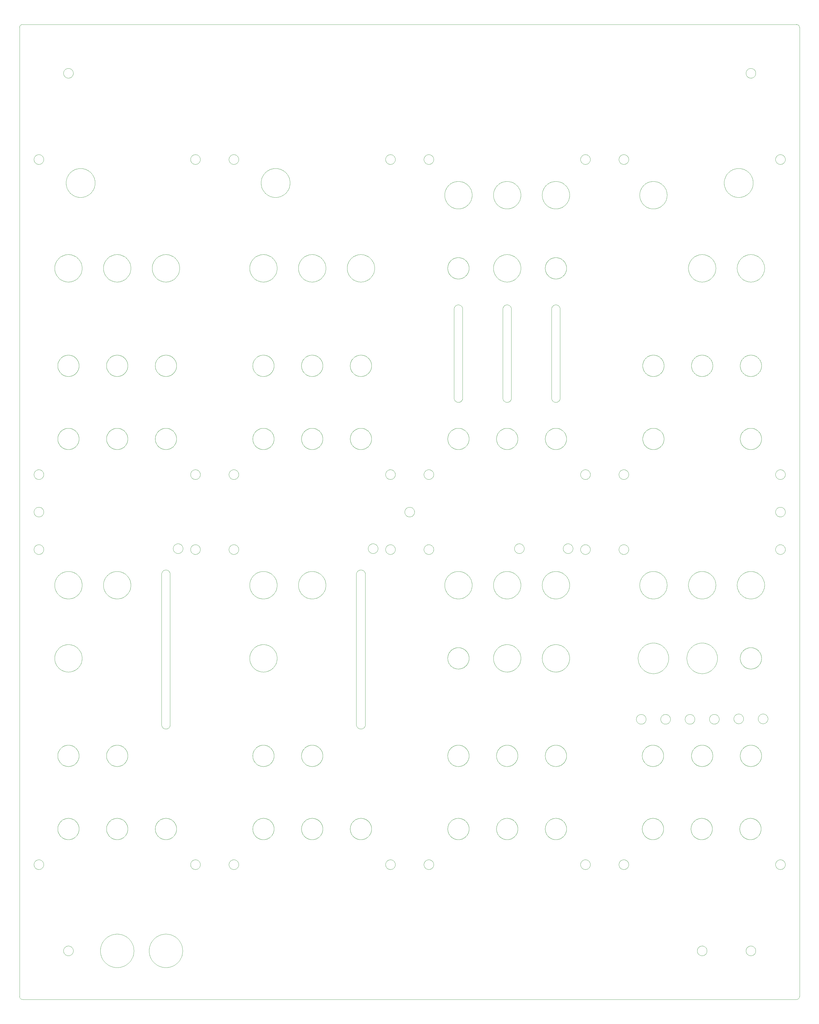
<source format=gm1>
G04 #@! TF.GenerationSoftware,KiCad,Pcbnew,9.0.6*
G04 #@! TF.CreationDate,2026-01-16T17:25:07+01:00*
G04 #@! TF.ProjectId,enclosure-front,656e636c-6f73-4757-9265-2d66726f6e74,rev?*
G04 #@! TF.SameCoordinates,Original*
G04 #@! TF.FileFunction,Profile,NP*
%FSLAX46Y46*%
G04 Gerber Fmt 4.6, Leading zero omitted, Abs format (unit mm)*
G04 Created by KiCad (PCBNEW 9.0.6) date 2026-01-16 17:25:07*
%MOMM*%
%LPD*%
G01*
G04 APERTURE LIST*
G04 #@! TA.AperFunction,Profile*
%ADD10C,0.105664*%
G04 #@! TD*
G04 #@! TA.AperFunction,Profile*
%ADD11C,0.105198*%
G04 #@! TD*
G04 #@! TA.AperFunction,Profile*
%ADD12C,0.106574*%
G04 #@! TD*
G04 #@! TA.AperFunction,Profile*
%ADD13C,0.050000*%
G04 #@! TD*
G04 #@! TA.AperFunction,Profile*
%ADD14C,0.106680*%
G04 #@! TD*
G04 #@! TA.AperFunction,Profile*
%ADD15C,0.105005*%
G04 #@! TD*
G04 #@! TA.AperFunction,Profile*
%ADD16C,0.105251*%
G04 #@! TD*
G04 #@! TA.AperFunction,Profile*
%ADD17C,0.106169*%
G04 #@! TD*
G04 #@! TA.AperFunction,Profile*
%ADD18C,0.104775*%
G04 #@! TD*
G04 #@! TA.AperFunction,Profile*
%ADD19C,0.104756*%
G04 #@! TD*
G04 APERTURE END LIST*
D10*
X185782349Y-170702170D02*
X185863605Y-170708349D01*
X185943679Y-170718524D01*
X186022471Y-170732594D01*
X186099880Y-170750459D01*
X186175807Y-170772020D01*
X186250149Y-170797174D01*
X186322808Y-170825821D01*
X186393682Y-170857862D01*
X186462670Y-170893195D01*
X186529673Y-170931721D01*
X186594590Y-170973337D01*
X186657319Y-171017945D01*
X186717762Y-171065443D01*
X186775816Y-171115731D01*
X186831383Y-171168709D01*
X186884360Y-171224275D01*
X186934648Y-171282330D01*
X186982146Y-171342772D01*
X187026754Y-171405502D01*
X187068371Y-171470419D01*
X187106896Y-171537421D01*
X187142229Y-171606410D01*
X187174270Y-171677284D01*
X187202918Y-171749942D01*
X187228072Y-171824285D01*
X187249632Y-171900211D01*
X187267498Y-171977621D01*
X187281568Y-172056413D01*
X187291743Y-172136487D01*
X187297921Y-172217743D01*
X187300003Y-172300079D01*
X187297921Y-172382415D01*
X187291743Y-172463669D01*
X187281568Y-172543742D01*
X187267498Y-172622534D01*
X187249632Y-172699942D01*
X187228072Y-172775868D01*
X187202918Y-172850210D01*
X187174270Y-172922868D01*
X187142229Y-172993742D01*
X187106896Y-173062731D01*
X187068371Y-173129733D01*
X187026754Y-173194650D01*
X186982146Y-173257380D01*
X186934648Y-173317823D01*
X186884360Y-173375878D01*
X186831383Y-173431444D01*
X186775816Y-173484422D01*
X186717762Y-173534710D01*
X186657319Y-173582209D01*
X186594590Y-173626817D01*
X186529673Y-173668434D01*
X186462670Y-173706960D01*
X186393682Y-173742294D01*
X186322808Y-173774335D01*
X186250149Y-173802983D01*
X186175807Y-173828138D01*
X186099880Y-173849698D01*
X186022471Y-173867564D01*
X185943679Y-173881635D01*
X185863605Y-173891810D01*
X185782349Y-173897988D01*
X185700012Y-173900070D01*
X185617677Y-173897988D01*
X185536422Y-173891810D01*
X185456349Y-173881635D01*
X185377558Y-173867564D01*
X185300149Y-173849698D01*
X185224223Y-173828138D01*
X185149881Y-173802983D01*
X185077223Y-173774335D01*
X185006349Y-173742294D01*
X184937361Y-173706960D01*
X184870358Y-173668434D01*
X184805442Y-173626817D01*
X184742712Y-173582209D01*
X184682269Y-173534710D01*
X184624214Y-173484422D01*
X184568647Y-173431444D01*
X184515670Y-173375878D01*
X184465381Y-173317823D01*
X184417883Y-173257380D01*
X184373274Y-173194650D01*
X184331657Y-173129733D01*
X184293131Y-173062731D01*
X184257798Y-172993742D01*
X184225756Y-172922868D01*
X184197108Y-172850210D01*
X184171954Y-172775868D01*
X184150393Y-172699942D01*
X184132527Y-172622534D01*
X184118457Y-172543742D01*
X184108282Y-172463669D01*
X184102103Y-172382415D01*
X184100021Y-172300079D01*
X184102103Y-172217743D01*
X184108282Y-172136487D01*
X184118457Y-172056413D01*
X184132527Y-171977621D01*
X184150393Y-171900211D01*
X184171954Y-171824285D01*
X184197108Y-171749942D01*
X184225756Y-171677284D01*
X184257798Y-171606410D01*
X184293131Y-171537421D01*
X184331657Y-171470419D01*
X184373274Y-171405502D01*
X184417883Y-171342772D01*
X184465381Y-171282330D01*
X184515670Y-171224275D01*
X184568647Y-171168709D01*
X184624214Y-171115731D01*
X184682269Y-171065443D01*
X184742712Y-171017945D01*
X184805442Y-170973337D01*
X184870358Y-170931721D01*
X184937361Y-170893195D01*
X185006349Y-170857862D01*
X185077223Y-170825821D01*
X185149881Y-170797174D01*
X185224223Y-170772020D01*
X185300149Y-170750459D01*
X185377558Y-170732594D01*
X185456349Y-170718524D01*
X185536422Y-170708349D01*
X185617677Y-170702170D01*
X185700012Y-170700089D01*
X185782349Y-170702170D01*
X180082352Y-170402152D02*
X180163608Y-170408331D01*
X180243682Y-170418506D01*
X180322475Y-170432576D01*
X180399884Y-170450442D01*
X180475811Y-170472003D01*
X180550154Y-170497157D01*
X180622813Y-170525805D01*
X180693688Y-170557847D01*
X180762677Y-170593181D01*
X180829680Y-170631707D01*
X180894597Y-170673324D01*
X180957328Y-170717932D01*
X181017771Y-170765431D01*
X181075826Y-170815720D01*
X181131393Y-170868698D01*
X181184372Y-170924265D01*
X181234660Y-170982321D01*
X181282159Y-171042764D01*
X181326768Y-171105494D01*
X181368385Y-171170411D01*
X181406911Y-171237415D01*
X181442245Y-171306404D01*
X181474286Y-171377278D01*
X181502934Y-171449937D01*
X181528089Y-171524280D01*
X181549649Y-171600207D01*
X181567515Y-171677617D01*
X181581586Y-171756409D01*
X181591761Y-171836484D01*
X181597939Y-171917739D01*
X181600021Y-172000076D01*
X181597939Y-172082412D01*
X181591761Y-172163666D01*
X181581586Y-172243739D01*
X181567515Y-172322530D01*
X181549649Y-172399938D01*
X181528089Y-172475864D01*
X181502934Y-172550205D01*
X181474286Y-172622863D01*
X181442245Y-172693736D01*
X181406911Y-172762724D01*
X181368385Y-172829726D01*
X181326768Y-172894642D01*
X181282159Y-172957371D01*
X181234660Y-173017813D01*
X181184372Y-173075868D01*
X181131393Y-173131433D01*
X181075826Y-173184411D01*
X181017771Y-173234698D01*
X180957328Y-173282196D01*
X180894597Y-173326804D01*
X180829680Y-173368420D01*
X180762677Y-173406945D01*
X180693688Y-173442279D01*
X180622813Y-173474319D01*
X180550154Y-173502967D01*
X180475811Y-173528121D01*
X180399884Y-173549681D01*
X180322475Y-173567546D01*
X180243682Y-173581617D01*
X180163608Y-173591791D01*
X180082352Y-173597970D01*
X180000015Y-173600052D01*
X179917680Y-173597970D01*
X179836425Y-173591791D01*
X179756352Y-173581617D01*
X179677561Y-173567546D01*
X179600152Y-173549681D01*
X179524226Y-173528121D01*
X179449884Y-173502967D01*
X179377226Y-173474319D01*
X179306353Y-173442279D01*
X179237364Y-173406945D01*
X179170361Y-173368420D01*
X179105445Y-173326804D01*
X179042715Y-173282196D01*
X178982272Y-173234698D01*
X178924217Y-173184411D01*
X178868650Y-173131433D01*
X178815673Y-173075868D01*
X178765384Y-173017813D01*
X178717886Y-172957371D01*
X178673277Y-172894642D01*
X178631660Y-172829726D01*
X178593134Y-172762724D01*
X178557801Y-172693736D01*
X178525759Y-172622863D01*
X178497111Y-172550205D01*
X178471957Y-172475864D01*
X178450396Y-172399938D01*
X178432530Y-172322530D01*
X178418460Y-172243739D01*
X178408285Y-172163666D01*
X178402106Y-172082412D01*
X178400024Y-172000076D01*
X178402106Y-171917739D01*
X178408285Y-171836484D01*
X178418460Y-171756409D01*
X178432530Y-171677617D01*
X178450396Y-171600207D01*
X178471957Y-171524280D01*
X178497111Y-171449937D01*
X178525759Y-171377278D01*
X178557801Y-171306404D01*
X178593134Y-171237415D01*
X178631660Y-171170411D01*
X178673277Y-171105494D01*
X178717886Y-171042764D01*
X178765384Y-170982321D01*
X178815673Y-170924265D01*
X178868650Y-170868698D01*
X178924217Y-170815720D01*
X178982272Y-170765431D01*
X179042715Y-170717932D01*
X179105445Y-170673324D01*
X179170361Y-170631707D01*
X179237364Y-170593181D01*
X179306353Y-170557847D01*
X179377226Y-170525805D01*
X179449884Y-170497157D01*
X179524226Y-170472003D01*
X179600152Y-170450442D01*
X179677561Y-170432576D01*
X179756352Y-170418506D01*
X179836425Y-170408331D01*
X179917680Y-170402152D01*
X180000015Y-170400070D01*
X180082352Y-170402152D01*
D11*
X80180004Y-108504630D02*
X80357749Y-108518146D01*
X80532911Y-108540404D01*
X80705268Y-108571183D01*
X80874600Y-108610264D01*
X81040689Y-108657428D01*
X81203314Y-108712453D01*
X81362254Y-108775121D01*
X81517291Y-108845211D01*
X81668204Y-108922503D01*
X81814773Y-109006778D01*
X81956778Y-109097816D01*
X82094000Y-109195396D01*
X82226219Y-109299299D01*
X82353215Y-109409305D01*
X82474767Y-109525194D01*
X82590656Y-109646746D01*
X82700662Y-109773741D01*
X82804565Y-109905960D01*
X82902145Y-110043182D01*
X82993183Y-110185187D01*
X83077458Y-110331756D01*
X83154751Y-110482668D01*
X83224841Y-110637705D01*
X83287509Y-110796645D01*
X83342534Y-110959269D01*
X83389697Y-111125357D01*
X83428779Y-111294689D01*
X83459558Y-111467045D01*
X83481816Y-111642206D01*
X83495331Y-111819951D01*
X83499886Y-112000061D01*
X83495331Y-112180171D01*
X83481816Y-112357916D01*
X83459558Y-112533077D01*
X83428779Y-112705434D01*
X83389697Y-112874766D01*
X83342534Y-113040855D01*
X83287509Y-113203479D01*
X83224841Y-113362420D01*
X83154751Y-113517457D01*
X83077458Y-113668370D01*
X82993183Y-113814939D01*
X82902145Y-113956945D01*
X82804565Y-114094168D01*
X82700662Y-114226387D01*
X82590656Y-114353383D01*
X82474767Y-114474936D01*
X82353215Y-114590825D01*
X82226219Y-114700832D01*
X82094000Y-114804736D01*
X81956778Y-114902317D01*
X81814773Y-114993355D01*
X81668204Y-115077630D01*
X81517291Y-115154923D01*
X81362254Y-115225014D01*
X81203314Y-115287682D01*
X81040689Y-115342708D01*
X80874600Y-115389872D01*
X80705268Y-115428954D01*
X80532911Y-115459733D01*
X80357749Y-115481991D01*
X80180004Y-115495507D01*
X79999893Y-115500061D01*
X79819784Y-115495507D01*
X79642040Y-115481991D01*
X79466879Y-115459733D01*
X79294523Y-115428954D01*
X79125192Y-115389872D01*
X78959104Y-115342708D01*
X78796480Y-115287682D01*
X78637540Y-115225014D01*
X78482504Y-115154923D01*
X78331591Y-115077630D01*
X78185023Y-114993355D01*
X78043017Y-114902317D01*
X77905795Y-114804736D01*
X77773577Y-114700832D01*
X77646581Y-114590825D01*
X77525029Y-114474936D01*
X77409140Y-114353383D01*
X77299134Y-114226387D01*
X77195231Y-114094168D01*
X77097650Y-113956945D01*
X77006612Y-113814939D01*
X76922337Y-113668370D01*
X76845044Y-113517457D01*
X76774954Y-113362420D01*
X76712286Y-113203479D01*
X76657261Y-113040855D01*
X76610097Y-112874766D01*
X76571016Y-112705434D01*
X76540236Y-112533077D01*
X76517978Y-112357916D01*
X76504463Y-112180171D01*
X76499908Y-112000061D01*
X76504463Y-111819951D01*
X76517978Y-111642206D01*
X76540236Y-111467045D01*
X76571016Y-111294689D01*
X76610097Y-111125357D01*
X76657261Y-110959269D01*
X76712286Y-110796645D01*
X76774954Y-110637705D01*
X76845044Y-110482668D01*
X76922337Y-110331756D01*
X77006612Y-110185187D01*
X77097650Y-110043182D01*
X77195231Y-109905960D01*
X77299134Y-109773741D01*
X77409140Y-109646746D01*
X77525029Y-109525194D01*
X77646581Y-109409305D01*
X77773577Y-109299299D01*
X77905795Y-109195396D01*
X78043017Y-109097816D01*
X78185023Y-109006778D01*
X78331591Y-108922503D01*
X78482504Y-108845211D01*
X78637540Y-108775121D01*
X78796480Y-108712453D01*
X78959104Y-108657428D01*
X79125192Y-108610264D01*
X79294523Y-108571183D01*
X79466879Y-108540404D01*
X79642040Y-108518146D01*
X79819784Y-108504630D01*
X79999893Y-108500076D01*
X80180004Y-108504630D01*
D10*
X116082358Y-170402152D02*
X116163612Y-170408331D01*
X116243684Y-170418506D01*
X116322475Y-170432576D01*
X116399884Y-170450442D01*
X116475810Y-170472003D01*
X116550152Y-170497157D01*
X116622810Y-170525805D01*
X116693684Y-170557847D01*
X116762672Y-170593181D01*
X116829676Y-170631707D01*
X116894593Y-170673324D01*
X116957323Y-170717932D01*
X117017766Y-170765431D01*
X117075821Y-170815720D01*
X117131389Y-170868698D01*
X117184367Y-170924265D01*
X117234656Y-170982321D01*
X117282155Y-171042764D01*
X117326764Y-171105494D01*
X117368382Y-171170411D01*
X117406908Y-171237415D01*
X117442242Y-171306404D01*
X117474284Y-171377278D01*
X117502933Y-171449937D01*
X117528088Y-171524280D01*
X117549649Y-171600207D01*
X117567515Y-171677617D01*
X117581586Y-171756409D01*
X117591761Y-171836484D01*
X117597939Y-171917739D01*
X117600021Y-172000076D01*
X117597939Y-172082412D01*
X117591761Y-172163666D01*
X117581586Y-172243739D01*
X117567515Y-172322530D01*
X117549649Y-172399938D01*
X117528088Y-172475864D01*
X117502933Y-172550205D01*
X117474284Y-172622863D01*
X117442242Y-172693736D01*
X117406908Y-172762724D01*
X117368382Y-172829726D01*
X117326764Y-172894642D01*
X117282155Y-172957371D01*
X117234656Y-173017813D01*
X117184367Y-173075868D01*
X117131389Y-173131433D01*
X117075821Y-173184411D01*
X117017766Y-173234698D01*
X116957323Y-173282196D01*
X116894593Y-173326804D01*
X116829676Y-173368420D01*
X116762672Y-173406945D01*
X116693684Y-173442279D01*
X116622810Y-173474319D01*
X116550152Y-173502967D01*
X116475810Y-173528121D01*
X116399884Y-173549681D01*
X116322475Y-173567546D01*
X116243684Y-173581617D01*
X116163612Y-173591791D01*
X116082358Y-173597970D01*
X116000023Y-173600052D01*
X115917687Y-173597970D01*
X115836431Y-173591791D01*
X115756358Y-173581617D01*
X115677566Y-173567546D01*
X115600156Y-173549681D01*
X115524230Y-173528121D01*
X115449887Y-173502967D01*
X115377228Y-173474319D01*
X115306354Y-173442279D01*
X115237365Y-173406945D01*
X115170361Y-173368420D01*
X115105444Y-173326804D01*
X115042714Y-173282196D01*
X114982270Y-173234698D01*
X114924215Y-173184411D01*
X114868648Y-173131433D01*
X114815669Y-173075868D01*
X114765380Y-173017813D01*
X114717881Y-172957371D01*
X114673273Y-172894642D01*
X114631655Y-172829726D01*
X114593129Y-172762724D01*
X114557795Y-172693736D01*
X114525753Y-172622863D01*
X114497105Y-172550205D01*
X114471950Y-172475864D01*
X114450389Y-172399938D01*
X114432523Y-172322530D01*
X114418452Y-172243739D01*
X114408277Y-172163666D01*
X114402099Y-172082412D01*
X114400017Y-172000076D01*
X114402099Y-171917739D01*
X114408277Y-171836484D01*
X114418452Y-171756409D01*
X114432523Y-171677617D01*
X114450389Y-171600207D01*
X114471950Y-171524280D01*
X114497105Y-171449937D01*
X114525753Y-171377278D01*
X114557795Y-171306404D01*
X114593129Y-171237415D01*
X114631655Y-171170411D01*
X114673273Y-171105494D01*
X114717881Y-171042764D01*
X114765380Y-170982321D01*
X114815669Y-170924265D01*
X114868648Y-170868698D01*
X114924215Y-170815720D01*
X114982270Y-170765431D01*
X115042714Y-170717932D01*
X115105444Y-170673324D01*
X115170361Y-170631707D01*
X115237365Y-170593181D01*
X115306354Y-170557847D01*
X115377228Y-170525805D01*
X115449887Y-170497157D01*
X115524230Y-170472003D01*
X115600156Y-170450442D01*
X115677566Y-170432576D01*
X115756358Y-170418506D01*
X115836431Y-170408331D01*
X115917687Y-170402152D01*
X116000023Y-170400070D01*
X116082358Y-170402152D01*
D12*
X236244466Y-47256291D02*
X236485693Y-47274634D01*
X236723412Y-47304841D01*
X236957325Y-47346613D01*
X237187134Y-47399653D01*
X237412541Y-47463661D01*
X237633246Y-47538338D01*
X237848951Y-47623388D01*
X238059358Y-47718511D01*
X238264169Y-47823408D01*
X238463085Y-47937782D01*
X238655807Y-48061334D01*
X238842038Y-48193765D01*
X239021478Y-48334777D01*
X239193829Y-48484071D01*
X239358793Y-48641350D01*
X239516072Y-48806314D01*
X239665366Y-48978665D01*
X239806378Y-49158105D01*
X239938809Y-49344335D01*
X240062361Y-49537058D01*
X240176734Y-49735973D01*
X240281631Y-49940783D01*
X240376754Y-50151190D01*
X240461803Y-50366895D01*
X240536481Y-50587599D01*
X240600489Y-50813005D01*
X240653528Y-51042813D01*
X240695300Y-51276725D01*
X240725507Y-51514443D01*
X240743850Y-51755669D01*
X240750031Y-52000103D01*
X240743850Y-52244537D01*
X240725507Y-52485762D01*
X240695300Y-52723480D01*
X240653528Y-52957392D01*
X240600489Y-53187200D01*
X240536481Y-53412606D01*
X240461803Y-53633310D01*
X240376754Y-53849015D01*
X240281631Y-54059422D01*
X240176734Y-54264232D01*
X240062361Y-54463148D01*
X239938809Y-54655870D01*
X239806378Y-54842101D01*
X239665366Y-55021541D01*
X239516072Y-55193892D01*
X239358793Y-55358857D01*
X239193829Y-55516135D01*
X239021478Y-55665430D01*
X238842038Y-55806443D01*
X238655807Y-55938874D01*
X238463085Y-56062426D01*
X238264169Y-56176800D01*
X238059358Y-56281698D01*
X237848951Y-56376821D01*
X237633246Y-56461870D01*
X237412541Y-56536549D01*
X237187134Y-56600557D01*
X236957325Y-56653596D01*
X236723412Y-56695368D01*
X236485693Y-56725575D01*
X236244466Y-56743919D01*
X236000031Y-56750099D01*
X235755598Y-56743919D01*
X235514373Y-56725575D01*
X235276656Y-56695368D01*
X235042745Y-56653596D01*
X234812938Y-56600557D01*
X234587533Y-56536549D01*
X234366829Y-56461870D01*
X234151125Y-56376821D01*
X233940719Y-56281698D01*
X233735909Y-56176800D01*
X233536994Y-56062426D01*
X233344272Y-55938874D01*
X233158042Y-55806443D01*
X232978602Y-55665430D01*
X232806251Y-55516135D01*
X232641287Y-55358857D01*
X232484008Y-55193892D01*
X232334714Y-55021541D01*
X232193702Y-54842101D01*
X232061271Y-54655870D01*
X231937719Y-54463148D01*
X231823345Y-54264232D01*
X231718447Y-54059422D01*
X231623324Y-53849015D01*
X231538274Y-53633310D01*
X231463596Y-53412606D01*
X231399588Y-53187200D01*
X231346549Y-52957392D01*
X231304776Y-52723480D01*
X231274569Y-52485762D01*
X231256226Y-52244537D01*
X231250046Y-52000103D01*
X231256226Y-51755669D01*
X231274569Y-51514443D01*
X231304776Y-51276725D01*
X231346549Y-51042813D01*
X231399588Y-50813005D01*
X231463596Y-50587599D01*
X231538274Y-50366895D01*
X231623324Y-50151190D01*
X231718447Y-49940783D01*
X231823345Y-49735973D01*
X231937719Y-49537058D01*
X232061271Y-49344335D01*
X232193702Y-49158105D01*
X232334714Y-48978665D01*
X232484008Y-48806314D01*
X232641287Y-48641350D01*
X232806251Y-48484071D01*
X232978602Y-48334777D01*
X233158042Y-48193765D01*
X233344272Y-48061334D01*
X233536994Y-47937782D01*
X233735909Y-47823408D01*
X233940719Y-47718511D01*
X234151125Y-47623388D01*
X234366829Y-47538338D01*
X234587533Y-47463661D01*
X234812938Y-47399653D01*
X235042745Y-47346613D01*
X235276656Y-47304841D01*
X235514373Y-47274634D01*
X235755598Y-47256291D01*
X236000031Y-47250111D01*
X236244466Y-47256291D01*
D11*
X48180109Y-260504646D02*
X48357854Y-260518162D01*
X48533015Y-260540420D01*
X48705371Y-260571200D01*
X48874704Y-260610282D01*
X49040792Y-260657446D01*
X49203416Y-260712472D01*
X49362357Y-260775141D01*
X49517393Y-260845232D01*
X49668306Y-260922525D01*
X49814875Y-261006801D01*
X49956881Y-261097840D01*
X50094104Y-261195421D01*
X50226323Y-261299326D01*
X50353319Y-261409333D01*
X50474871Y-261525223D01*
X50590761Y-261646776D01*
X50700767Y-261773772D01*
X50804671Y-261905991D01*
X50902252Y-262043214D01*
X50993290Y-262185220D01*
X51077566Y-262331790D01*
X51154859Y-262482703D01*
X51224949Y-262637739D01*
X51287617Y-262796679D01*
X51342643Y-262959304D01*
X51389807Y-263125391D01*
X51428889Y-263294723D01*
X51459668Y-263467079D01*
X51481926Y-263642239D01*
X51495442Y-263819983D01*
X51499996Y-264000092D01*
X51495442Y-264180203D01*
X51481926Y-264357949D01*
X51459668Y-264533111D01*
X51428889Y-264705469D01*
X51389807Y-264874802D01*
X51342643Y-265040891D01*
X51287617Y-265203516D01*
X51224949Y-265362457D01*
X51154859Y-265517494D01*
X51077566Y-265668407D01*
X50993290Y-265814977D01*
X50902252Y-265956982D01*
X50804671Y-266094205D01*
X50700767Y-266226424D01*
X50590761Y-266353419D01*
X50474871Y-266474972D01*
X50353319Y-266590861D01*
X50226323Y-266700867D01*
X50094104Y-266804771D01*
X49956881Y-266902351D01*
X49814875Y-266993389D01*
X49668306Y-267077664D01*
X49517393Y-267154957D01*
X49362357Y-267225047D01*
X49203416Y-267287714D01*
X49040792Y-267342740D01*
X48874704Y-267389903D01*
X48705371Y-267428985D01*
X48533015Y-267459764D01*
X48357854Y-267482022D01*
X48180109Y-267495537D01*
X48000000Y-267500092D01*
X47819891Y-267495537D01*
X47642146Y-267482022D01*
X47466985Y-267459764D01*
X47294629Y-267428985D01*
X47125297Y-267389903D01*
X46959208Y-267342740D01*
X46796584Y-267287714D01*
X46637644Y-267225047D01*
X46482608Y-267154957D01*
X46331695Y-267077664D01*
X46185126Y-266993389D01*
X46043120Y-266902351D01*
X45905898Y-266804771D01*
X45773679Y-266700867D01*
X45646683Y-266590861D01*
X45525131Y-266474972D01*
X45409241Y-266353419D01*
X45299235Y-266226424D01*
X45195331Y-266094205D01*
X45097751Y-265956982D01*
X45006713Y-265814977D01*
X44922437Y-265668407D01*
X44845144Y-265517494D01*
X44775054Y-265362457D01*
X44712386Y-265203516D01*
X44657360Y-265040891D01*
X44610197Y-264874802D01*
X44571115Y-264705469D01*
X44540335Y-264533111D01*
X44518078Y-264357949D01*
X44504562Y-264180203D01*
X44500008Y-264000092D01*
X44504562Y-263819983D01*
X44518078Y-263642239D01*
X44540335Y-263467079D01*
X44571115Y-263294723D01*
X44610197Y-263125391D01*
X44657360Y-262959304D01*
X44712386Y-262796679D01*
X44775054Y-262637739D01*
X44845144Y-262482703D01*
X44922437Y-262331790D01*
X45006713Y-262185220D01*
X45097751Y-262043214D01*
X45195331Y-261905991D01*
X45299235Y-261773772D01*
X45409241Y-261646776D01*
X45525131Y-261525223D01*
X45646683Y-261409333D01*
X45773679Y-261299326D01*
X45905898Y-261195421D01*
X46043120Y-261097840D01*
X46185126Y-261006801D01*
X46331695Y-260922525D01*
X46482608Y-260845232D01*
X46637644Y-260775141D01*
X46796584Y-260712472D01*
X46959208Y-260657446D01*
X47125297Y-260610282D01*
X47294629Y-260571200D01*
X47466985Y-260540420D01*
X47642146Y-260518162D01*
X47819891Y-260504646D01*
X48000000Y-260500092D01*
X48180109Y-260504646D01*
D10*
X198382370Y-146102149D02*
X198463626Y-146108328D01*
X198543700Y-146118503D01*
X198622492Y-146132573D01*
X198699902Y-146150439D01*
X198775828Y-146172000D01*
X198850171Y-146197154D01*
X198922829Y-146225802D01*
X198993703Y-146257844D01*
X199062692Y-146293178D01*
X199129694Y-146331704D01*
X199194611Y-146373321D01*
X199257341Y-146417929D01*
X199317783Y-146465428D01*
X199375838Y-146515717D01*
X199431404Y-146568695D01*
X199484382Y-146624262D01*
X199534670Y-146682317D01*
X199582168Y-146742761D01*
X199626775Y-146805491D01*
X199668392Y-146870408D01*
X199706917Y-146937412D01*
X199742251Y-147006401D01*
X199774292Y-147077275D01*
X199802939Y-147149934D01*
X199828093Y-147224277D01*
X199849653Y-147300204D01*
X199867519Y-147377614D01*
X199881589Y-147456406D01*
X199891764Y-147536481D01*
X199897943Y-147617736D01*
X199900024Y-147700073D01*
X199897943Y-147782409D01*
X199891764Y-147863663D01*
X199881589Y-147943736D01*
X199867519Y-148022527D01*
X199849653Y-148099935D01*
X199828093Y-148175861D01*
X199802939Y-148250202D01*
X199774292Y-148322860D01*
X199742251Y-148393733D01*
X199706917Y-148462721D01*
X199668392Y-148529723D01*
X199626775Y-148594639D01*
X199582168Y-148657368D01*
X199534670Y-148717810D01*
X199484382Y-148775865D01*
X199431404Y-148831430D01*
X199375838Y-148884408D01*
X199317783Y-148934695D01*
X199257341Y-148982193D01*
X199194611Y-149026801D01*
X199129694Y-149068417D01*
X199062692Y-149106942D01*
X198993703Y-149142276D01*
X198922829Y-149174316D01*
X198850171Y-149202964D01*
X198775828Y-149228118D01*
X198699902Y-149249678D01*
X198622492Y-149267543D01*
X198543700Y-149281614D01*
X198463626Y-149291788D01*
X198382370Y-149297967D01*
X198300034Y-149300049D01*
X198217698Y-149297967D01*
X198136443Y-149291788D01*
X198056370Y-149281614D01*
X197977579Y-149267543D01*
X197900170Y-149249678D01*
X197824243Y-149228118D01*
X197749901Y-149202964D01*
X197677242Y-149174316D01*
X197606368Y-149142276D01*
X197537379Y-149106942D01*
X197470375Y-149068417D01*
X197405458Y-149026801D01*
X197342728Y-148982193D01*
X197282284Y-148934695D01*
X197224228Y-148884408D01*
X197168661Y-148831430D01*
X197115683Y-148775865D01*
X197065393Y-148717810D01*
X197017894Y-148657368D01*
X196973285Y-148594639D01*
X196931667Y-148529723D01*
X196893141Y-148462721D01*
X196857807Y-148393733D01*
X196825765Y-148322860D01*
X196797116Y-148250202D01*
X196771961Y-148175861D01*
X196750400Y-148099935D01*
X196732534Y-148022527D01*
X196718463Y-147943736D01*
X196708288Y-147863663D01*
X196702109Y-147782409D01*
X196700027Y-147700073D01*
X196702109Y-147617736D01*
X196708288Y-147536481D01*
X196718463Y-147456406D01*
X196732534Y-147377614D01*
X196750400Y-147300204D01*
X196771961Y-147224277D01*
X196797116Y-147149934D01*
X196825765Y-147077275D01*
X196857807Y-147006401D01*
X196893141Y-146937412D01*
X196931667Y-146870408D01*
X196973285Y-146805491D01*
X197017894Y-146742761D01*
X197065393Y-146682317D01*
X197115683Y-146624262D01*
X197168661Y-146568695D01*
X197224228Y-146515717D01*
X197282284Y-146465428D01*
X197342728Y-146417929D01*
X197405458Y-146373321D01*
X197470375Y-146331704D01*
X197537379Y-146293178D01*
X197606368Y-146257844D01*
X197677242Y-146225802D01*
X197749901Y-146197154D01*
X197824243Y-146172000D01*
X197900170Y-146150439D01*
X197977579Y-146132573D01*
X198056370Y-146118503D01*
X198136443Y-146108328D01*
X198217698Y-146102149D01*
X198300034Y-146100067D01*
X198382370Y-146102149D01*
X220082334Y-226402152D02*
X220163587Y-226408331D01*
X220243660Y-226418506D01*
X220322450Y-226432577D01*
X220399858Y-226450443D01*
X220475783Y-226472004D01*
X220550125Y-226497159D01*
X220622783Y-226525808D01*
X220693656Y-226557849D01*
X220762644Y-226593184D01*
X220829647Y-226631710D01*
X220894564Y-226673328D01*
X220957294Y-226717937D01*
X221017737Y-226765436D01*
X221075792Y-226815725D01*
X221131359Y-226868704D01*
X221184337Y-226924271D01*
X221234626Y-226982327D01*
X221282125Y-227042770D01*
X221326734Y-227105501D01*
X221368352Y-227170418D01*
X221406878Y-227237422D01*
X221442212Y-227306411D01*
X221474254Y-227377285D01*
X221502902Y-227449943D01*
X221528057Y-227524286D01*
X221549618Y-227600212D01*
X221567484Y-227677621D01*
X221581555Y-227756413D01*
X221591730Y-227836486D01*
X221597909Y-227917741D01*
X221599991Y-228000076D01*
X221597909Y-228082413D01*
X221591730Y-228163669D01*
X221581555Y-228243743D01*
X221567484Y-228322535D01*
X221549618Y-228399944D01*
X221528057Y-228475871D01*
X221502902Y-228550213D01*
X221474254Y-228622872D01*
X221442212Y-228693746D01*
X221406878Y-228762734D01*
X221368352Y-228829737D01*
X221326734Y-228894654D01*
X221282125Y-228957383D01*
X221234626Y-229017826D01*
X221184337Y-229075881D01*
X221131359Y-229131447D01*
X221075792Y-229184424D01*
X221017737Y-229234712D01*
X220957294Y-229282210D01*
X220894564Y-229326818D01*
X220829647Y-229368435D01*
X220762644Y-229406960D01*
X220693656Y-229442293D01*
X220622783Y-229474334D01*
X220550125Y-229502982D01*
X220475783Y-229528136D01*
X220399858Y-229549696D01*
X220322450Y-229567562D01*
X220243660Y-229581632D01*
X220163587Y-229591807D01*
X220082334Y-229597985D01*
X220000000Y-229600067D01*
X219917666Y-229597985D01*
X219836412Y-229591807D01*
X219756340Y-229581632D01*
X219677549Y-229567562D01*
X219600141Y-229549696D01*
X219524215Y-229528136D01*
X219449873Y-229502982D01*
X219377215Y-229474334D01*
X219306341Y-229442293D01*
X219237352Y-229406960D01*
X219170349Y-229368435D01*
X219105431Y-229326818D01*
X219042700Y-229282210D01*
X218982257Y-229234712D01*
X218924201Y-229184424D01*
X218868633Y-229131447D01*
X218815654Y-229075881D01*
X218765365Y-229017826D01*
X218717865Y-228957383D01*
X218673256Y-228894654D01*
X218631637Y-228829737D01*
X218593111Y-228762734D01*
X218557776Y-228693746D01*
X218525733Y-228622872D01*
X218497084Y-228550213D01*
X218471929Y-228475871D01*
X218450368Y-228399944D01*
X218432501Y-228322535D01*
X218418430Y-228243743D01*
X218408255Y-228163669D01*
X218402076Y-228082413D01*
X218399994Y-228000076D01*
X218402076Y-227917741D01*
X218408255Y-227836486D01*
X218418430Y-227756413D01*
X218432501Y-227677621D01*
X218450368Y-227600212D01*
X218471929Y-227524286D01*
X218497084Y-227449943D01*
X218525733Y-227377285D01*
X218557776Y-227306411D01*
X218593111Y-227237422D01*
X218631637Y-227170418D01*
X218673256Y-227105501D01*
X218717865Y-227042770D01*
X218765365Y-226982327D01*
X218815654Y-226924271D01*
X218868633Y-226868704D01*
X218924201Y-226815725D01*
X218982257Y-226765436D01*
X219042700Y-226717937D01*
X219105431Y-226673328D01*
X219170349Y-226631710D01*
X219237352Y-226593184D01*
X219306341Y-226557849D01*
X219377215Y-226525808D01*
X219449873Y-226497159D01*
X219524215Y-226472004D01*
X219600141Y-226450443D01*
X219677549Y-226432577D01*
X219756340Y-226418506D01*
X219836412Y-226408331D01*
X219917666Y-226402152D01*
X220000000Y-226400070D01*
X220082334Y-226402152D01*
D11*
X208026162Y-260504646D02*
X208203906Y-260518162D01*
X208379066Y-260540420D01*
X208551422Y-260571200D01*
X208720753Y-260610282D01*
X208886841Y-260657446D01*
X209049464Y-260712472D01*
X209208404Y-260775141D01*
X209363440Y-260845232D01*
X209514353Y-260922525D01*
X209660921Y-261006801D01*
X209802927Y-261097840D01*
X209940149Y-261195421D01*
X210072367Y-261299326D01*
X210199363Y-261409333D01*
X210320915Y-261525223D01*
X210436805Y-261646776D01*
X210546811Y-261773772D01*
X210650714Y-261905991D01*
X210748295Y-262043214D01*
X210839333Y-262185220D01*
X210923609Y-262331790D01*
X211000902Y-262482703D01*
X211070992Y-262637739D01*
X211133660Y-262796679D01*
X211188686Y-262959304D01*
X211235850Y-263125391D01*
X211274931Y-263294723D01*
X211305711Y-263467079D01*
X211327969Y-263642239D01*
X211341485Y-263819983D01*
X211346039Y-264000092D01*
X211341485Y-264180203D01*
X211327969Y-264357949D01*
X211305711Y-264533111D01*
X211274931Y-264705469D01*
X211235850Y-264874802D01*
X211188686Y-265040891D01*
X211133660Y-265203516D01*
X211070992Y-265362457D01*
X211000902Y-265517494D01*
X210923609Y-265668407D01*
X210839333Y-265814977D01*
X210748295Y-265956982D01*
X210650714Y-266094205D01*
X210546811Y-266226424D01*
X210436805Y-266353419D01*
X210320915Y-266474972D01*
X210199363Y-266590861D01*
X210072367Y-266700867D01*
X209940149Y-266804771D01*
X209802927Y-266902351D01*
X209660921Y-266993389D01*
X209514353Y-267077664D01*
X209363440Y-267154957D01*
X209208404Y-267225047D01*
X209049464Y-267287714D01*
X208886841Y-267342740D01*
X208720753Y-267389903D01*
X208551422Y-267428985D01*
X208379066Y-267459764D01*
X208203906Y-267482022D01*
X208026162Y-267495537D01*
X207846054Y-267500092D01*
X207665944Y-267495537D01*
X207488199Y-267482022D01*
X207313038Y-267459764D01*
X207140681Y-267428985D01*
X206971349Y-267389903D01*
X206805260Y-267342740D01*
X206642636Y-267287714D01*
X206483695Y-267225047D01*
X206328658Y-267154957D01*
X206177745Y-267077664D01*
X206031176Y-266993389D01*
X205889170Y-266902351D01*
X205751947Y-266804771D01*
X205619728Y-266700867D01*
X205492732Y-266590861D01*
X205371180Y-266474972D01*
X205255290Y-266353419D01*
X205145283Y-266226424D01*
X205041380Y-266094205D01*
X204943799Y-265956982D01*
X204852760Y-265814977D01*
X204768485Y-265668407D01*
X204691192Y-265517494D01*
X204621101Y-265362457D01*
X204558433Y-265203516D01*
X204503407Y-265040891D01*
X204456243Y-264874802D01*
X204417162Y-264705469D01*
X204386382Y-264533111D01*
X204364124Y-264357949D01*
X204350608Y-264180203D01*
X204346054Y-264000092D01*
X204350608Y-263819983D01*
X204364124Y-263642239D01*
X204386382Y-263467079D01*
X204417162Y-263294723D01*
X204456243Y-263125391D01*
X204503407Y-262959304D01*
X204558433Y-262796679D01*
X204621101Y-262637739D01*
X204691192Y-262482703D01*
X204768485Y-262331790D01*
X204852760Y-262185220D01*
X204943799Y-262043214D01*
X205041380Y-261905991D01*
X205145283Y-261773772D01*
X205255290Y-261646776D01*
X205371180Y-261525223D01*
X205492732Y-261409333D01*
X205619728Y-261299326D01*
X205751947Y-261195421D01*
X205889170Y-261097840D01*
X206031176Y-261006801D01*
X206177745Y-260922525D01*
X206328658Y-260845232D01*
X206483695Y-260775141D01*
X206642636Y-260712472D01*
X206805260Y-260657446D01*
X206971349Y-260610282D01*
X207140681Y-260571200D01*
X207313038Y-260540420D01*
X207488199Y-260518162D01*
X207665944Y-260504646D01*
X207846054Y-260500092D01*
X208026162Y-260504646D01*
D13*
X255000000Y0D02*
G75*
G02*
X256000000Y-1000000I0J-1000000D01*
G01*
D11*
X48180109Y-108504630D02*
X48357854Y-108518146D01*
X48533015Y-108540404D01*
X48705371Y-108571183D01*
X48874704Y-108610264D01*
X49040792Y-108657428D01*
X49203416Y-108712453D01*
X49362357Y-108775121D01*
X49517393Y-108845211D01*
X49668306Y-108922503D01*
X49814875Y-109006778D01*
X49956881Y-109097816D01*
X50094104Y-109195396D01*
X50226323Y-109299299D01*
X50353319Y-109409305D01*
X50474871Y-109525194D01*
X50590761Y-109646746D01*
X50700767Y-109773741D01*
X50804671Y-109905960D01*
X50902252Y-110043182D01*
X50993290Y-110185187D01*
X51077566Y-110331756D01*
X51154859Y-110482668D01*
X51224949Y-110637705D01*
X51287617Y-110796645D01*
X51342643Y-110959269D01*
X51389807Y-111125357D01*
X51428889Y-111294689D01*
X51459668Y-111467045D01*
X51481926Y-111642206D01*
X51495442Y-111819951D01*
X51499996Y-112000061D01*
X51495442Y-112180171D01*
X51481926Y-112357916D01*
X51459668Y-112533077D01*
X51428889Y-112705434D01*
X51389807Y-112874766D01*
X51342643Y-113040855D01*
X51287617Y-113203479D01*
X51224949Y-113362420D01*
X51154859Y-113517457D01*
X51077566Y-113668370D01*
X50993290Y-113814939D01*
X50902252Y-113956945D01*
X50804671Y-114094168D01*
X50700767Y-114226387D01*
X50590761Y-114353383D01*
X50474871Y-114474936D01*
X50353319Y-114590825D01*
X50226323Y-114700832D01*
X50094104Y-114804736D01*
X49956881Y-114902317D01*
X49814875Y-114993355D01*
X49668306Y-115077630D01*
X49517393Y-115154923D01*
X49362357Y-115225014D01*
X49203416Y-115287682D01*
X49040792Y-115342708D01*
X48874704Y-115389872D01*
X48705371Y-115428954D01*
X48533015Y-115459733D01*
X48357854Y-115481991D01*
X48180109Y-115495507D01*
X48000000Y-115500061D01*
X47819891Y-115495507D01*
X47642146Y-115481991D01*
X47466985Y-115459733D01*
X47294629Y-115428954D01*
X47125297Y-115389872D01*
X46959208Y-115342708D01*
X46796584Y-115287682D01*
X46637644Y-115225014D01*
X46482608Y-115154923D01*
X46331695Y-115077630D01*
X46185126Y-114993355D01*
X46043120Y-114902317D01*
X45905898Y-114804736D01*
X45773679Y-114700832D01*
X45646683Y-114590825D01*
X45525131Y-114474936D01*
X45409241Y-114353383D01*
X45299235Y-114226387D01*
X45195331Y-114094168D01*
X45097751Y-113956945D01*
X45006713Y-113814939D01*
X44922437Y-113668370D01*
X44845144Y-113517457D01*
X44775054Y-113362420D01*
X44712386Y-113203479D01*
X44657360Y-113040855D01*
X44610197Y-112874766D01*
X44571115Y-112705434D01*
X44540335Y-112533077D01*
X44518078Y-112357916D01*
X44504562Y-112180171D01*
X44500008Y-112000061D01*
X44504562Y-111819951D01*
X44518078Y-111642206D01*
X44540335Y-111467045D01*
X44571115Y-111294689D01*
X44610197Y-111125357D01*
X44657360Y-110959269D01*
X44712386Y-110796645D01*
X44775054Y-110637705D01*
X44845144Y-110482668D01*
X44922437Y-110331756D01*
X45006713Y-110185187D01*
X45097751Y-110043182D01*
X45195331Y-109905960D01*
X45299235Y-109773741D01*
X45409241Y-109646746D01*
X45525131Y-109525194D01*
X45646683Y-109409305D01*
X45773679Y-109299299D01*
X45905898Y-109195396D01*
X46043120Y-109097816D01*
X46185126Y-109006778D01*
X46331695Y-108922503D01*
X46482608Y-108845211D01*
X46637644Y-108775121D01*
X46796584Y-108712453D01*
X46959208Y-108657428D01*
X47125297Y-108610264D01*
X47294629Y-108571183D01*
X47466985Y-108540404D01*
X47642146Y-108518146D01*
X47819891Y-108504630D01*
X48000000Y-108500076D01*
X48180109Y-108504630D01*
X144180125Y-260504646D02*
X144357870Y-260518162D01*
X144533031Y-260540420D01*
X144705387Y-260571200D01*
X144874719Y-260610282D01*
X145040808Y-260657446D01*
X145203432Y-260712472D01*
X145362372Y-260775141D01*
X145517408Y-260845232D01*
X145668320Y-260922525D01*
X145814889Y-261006801D01*
X145956895Y-261097840D01*
X146094116Y-261195421D01*
X146226335Y-261299326D01*
X146353330Y-261409333D01*
X146474882Y-261525223D01*
X146590771Y-261646776D01*
X146700777Y-261773772D01*
X146804680Y-261905991D01*
X146902260Y-262043214D01*
X146993298Y-262185220D01*
X147077573Y-262331790D01*
X147154865Y-262482703D01*
X147224955Y-262637739D01*
X147287623Y-262796679D01*
X147342649Y-262959304D01*
X147389812Y-263125391D01*
X147428893Y-263294723D01*
X147459673Y-263467079D01*
X147481930Y-263642239D01*
X147495446Y-263819983D01*
X147500000Y-264000092D01*
X147495446Y-264180203D01*
X147481930Y-264357949D01*
X147459673Y-264533111D01*
X147428893Y-264705469D01*
X147389812Y-264874802D01*
X147342649Y-265040891D01*
X147287623Y-265203516D01*
X147224955Y-265362457D01*
X147154865Y-265517494D01*
X147077573Y-265668407D01*
X146993298Y-265814977D01*
X146902260Y-265956982D01*
X146804680Y-266094205D01*
X146700777Y-266226424D01*
X146590771Y-266353419D01*
X146474882Y-266474972D01*
X146353330Y-266590861D01*
X146226335Y-266700867D01*
X146094116Y-266804771D01*
X145956895Y-266902351D01*
X145814889Y-266993389D01*
X145668320Y-267077664D01*
X145517408Y-267154957D01*
X145362372Y-267225047D01*
X145203432Y-267287714D01*
X145040808Y-267342740D01*
X144874719Y-267389903D01*
X144705387Y-267428985D01*
X144533031Y-267459764D01*
X144357870Y-267482022D01*
X144180125Y-267495537D01*
X144000015Y-267500092D01*
X143819906Y-267495537D01*
X143642160Y-267482022D01*
X143467000Y-267459764D01*
X143294643Y-267428985D01*
X143125311Y-267389903D01*
X142959223Y-267342740D01*
X142796599Y-267287714D01*
X142637659Y-267225047D01*
X142482623Y-267154957D01*
X142331710Y-267077664D01*
X142185141Y-266993389D01*
X142043136Y-266902351D01*
X141905914Y-266804771D01*
X141773696Y-266700867D01*
X141646700Y-266590861D01*
X141525148Y-266474972D01*
X141409259Y-266353419D01*
X141299254Y-266226424D01*
X141195350Y-266094205D01*
X141097770Y-265956982D01*
X141006733Y-265814977D01*
X140922458Y-265668407D01*
X140845165Y-265517494D01*
X140775075Y-265362457D01*
X140712407Y-265203516D01*
X140657382Y-265040891D01*
X140610219Y-264874802D01*
X140571137Y-264705469D01*
X140540358Y-264533111D01*
X140518100Y-264357949D01*
X140504585Y-264180203D01*
X140500031Y-264000092D01*
X140504585Y-263819983D01*
X140518100Y-263642239D01*
X140540358Y-263467079D01*
X140571137Y-263294723D01*
X140610219Y-263125391D01*
X140657382Y-262959304D01*
X140712407Y-262796679D01*
X140775075Y-262637739D01*
X140845165Y-262482703D01*
X140922458Y-262331790D01*
X141006733Y-262185220D01*
X141097770Y-262043214D01*
X141195350Y-261905991D01*
X141299254Y-261773772D01*
X141409259Y-261646776D01*
X141525148Y-261525223D01*
X141646700Y-261409333D01*
X141773696Y-261299326D01*
X141905914Y-261195421D01*
X142043136Y-261097840D01*
X142185141Y-261006801D01*
X142331710Y-260922525D01*
X142482623Y-260845232D01*
X142637659Y-260775141D01*
X142796599Y-260712472D01*
X142959223Y-260657446D01*
X143125311Y-260610282D01*
X143294643Y-260571200D01*
X143467000Y-260540420D01*
X143642160Y-260518162D01*
X143819906Y-260504646D01*
X144000015Y-260500092D01*
X144180125Y-260504646D01*
D10*
X134382354Y-170702170D02*
X134463608Y-170708349D01*
X134543681Y-170718524D01*
X134622473Y-170732594D01*
X134699881Y-170750459D01*
X134775807Y-170772020D01*
X134850149Y-170797174D01*
X134922807Y-170825821D01*
X134993681Y-170857862D01*
X135062669Y-170893195D01*
X135129672Y-170931721D01*
X135194589Y-170973337D01*
X135257319Y-171017945D01*
X135317762Y-171065443D01*
X135375816Y-171115731D01*
X135431383Y-171168709D01*
X135484361Y-171224275D01*
X135534649Y-171282330D01*
X135582148Y-171342772D01*
X135626756Y-171405502D01*
X135668373Y-171470419D01*
X135706899Y-171537421D01*
X135742233Y-171606410D01*
X135774274Y-171677284D01*
X135802922Y-171749942D01*
X135828077Y-171824285D01*
X135849637Y-171900211D01*
X135867503Y-171977621D01*
X135881574Y-172056413D01*
X135891749Y-172136487D01*
X135897927Y-172217743D01*
X135900009Y-172300079D01*
X135897927Y-172382415D01*
X135891749Y-172463669D01*
X135881574Y-172543742D01*
X135867503Y-172622534D01*
X135849637Y-172699942D01*
X135828077Y-172775868D01*
X135802922Y-172850210D01*
X135774274Y-172922868D01*
X135742233Y-172993742D01*
X135706899Y-173062731D01*
X135668373Y-173129733D01*
X135626756Y-173194650D01*
X135582148Y-173257380D01*
X135534649Y-173317823D01*
X135484361Y-173375878D01*
X135431383Y-173431444D01*
X135375816Y-173484422D01*
X135317762Y-173534710D01*
X135257319Y-173582209D01*
X135194589Y-173626817D01*
X135129672Y-173668434D01*
X135062669Y-173706960D01*
X134993681Y-173742294D01*
X134922807Y-173774335D01*
X134850149Y-173802983D01*
X134775807Y-173828138D01*
X134699881Y-173849698D01*
X134622473Y-173867564D01*
X134543681Y-173881635D01*
X134463608Y-173891810D01*
X134382354Y-173897988D01*
X134300018Y-173900070D01*
X134217683Y-173897988D01*
X134136428Y-173891810D01*
X134056355Y-173881635D01*
X133977564Y-173867564D01*
X133900155Y-173849698D01*
X133824230Y-173828138D01*
X133749887Y-173802983D01*
X133677229Y-173774335D01*
X133606356Y-173742294D01*
X133537367Y-173706960D01*
X133470364Y-173668434D01*
X133405448Y-173626817D01*
X133342718Y-173582209D01*
X133282275Y-173534710D01*
X133224220Y-173484422D01*
X133168653Y-173431444D01*
X133115676Y-173375878D01*
X133065387Y-173317823D01*
X133017889Y-173257380D01*
X132973280Y-173194650D01*
X132931663Y-173129733D01*
X132893137Y-173062731D01*
X132857804Y-172993742D01*
X132825763Y-172922868D01*
X132797114Y-172850210D01*
X132771960Y-172775868D01*
X132750399Y-172699942D01*
X132732534Y-172622534D01*
X132718463Y-172543742D01*
X132708288Y-172463669D01*
X132702109Y-172382415D01*
X132700027Y-172300079D01*
X132702109Y-172217743D01*
X132708288Y-172136487D01*
X132718463Y-172056413D01*
X132732534Y-171977621D01*
X132750399Y-171900211D01*
X132771960Y-171824285D01*
X132797114Y-171749942D01*
X132825763Y-171677284D01*
X132857804Y-171606410D01*
X132893137Y-171537421D01*
X132931663Y-171470419D01*
X132973280Y-171405502D01*
X133017889Y-171342772D01*
X133065387Y-171282330D01*
X133115676Y-171224275D01*
X133168653Y-171168709D01*
X133224220Y-171115731D01*
X133282275Y-171065443D01*
X133342718Y-171017945D01*
X133405448Y-170973337D01*
X133470364Y-170931721D01*
X133537367Y-170893195D01*
X133606356Y-170857862D01*
X133677229Y-170825821D01*
X133749887Y-170797174D01*
X133824230Y-170772020D01*
X133900155Y-170750459D01*
X133977564Y-170732594D01*
X134056355Y-170718524D01*
X134136428Y-170708349D01*
X134217683Y-170702170D01*
X134300018Y-170700089D01*
X134382354Y-170702170D01*
X134382354Y-146102149D02*
X134463608Y-146108328D01*
X134543681Y-146118503D01*
X134622473Y-146132573D01*
X134699881Y-146150439D01*
X134775807Y-146172000D01*
X134850149Y-146197154D01*
X134922807Y-146225802D01*
X134993681Y-146257844D01*
X135062669Y-146293178D01*
X135129672Y-146331704D01*
X135194589Y-146373321D01*
X135257319Y-146417929D01*
X135317762Y-146465428D01*
X135375816Y-146515717D01*
X135431383Y-146568695D01*
X135484361Y-146624262D01*
X135534649Y-146682317D01*
X135582148Y-146742761D01*
X135626756Y-146805491D01*
X135668373Y-146870408D01*
X135706899Y-146937412D01*
X135742233Y-147006401D01*
X135774274Y-147077275D01*
X135802922Y-147149934D01*
X135828077Y-147224277D01*
X135849637Y-147300204D01*
X135867503Y-147377614D01*
X135881574Y-147456406D01*
X135891749Y-147536481D01*
X135897927Y-147617736D01*
X135900009Y-147700073D01*
X135897927Y-147782409D01*
X135891749Y-147863663D01*
X135881574Y-147943736D01*
X135867503Y-148022527D01*
X135849637Y-148099935D01*
X135828077Y-148175861D01*
X135802922Y-148250202D01*
X135774274Y-148322860D01*
X135742233Y-148393733D01*
X135706899Y-148462721D01*
X135668373Y-148529723D01*
X135626756Y-148594639D01*
X135582148Y-148657368D01*
X135534649Y-148717810D01*
X135484361Y-148775865D01*
X135431383Y-148831430D01*
X135375816Y-148884408D01*
X135317762Y-148934695D01*
X135257319Y-148982193D01*
X135194589Y-149026801D01*
X135129672Y-149068417D01*
X135062669Y-149106942D01*
X134993681Y-149142276D01*
X134922807Y-149174316D01*
X134850149Y-149202964D01*
X134775807Y-149228118D01*
X134699881Y-149249678D01*
X134622473Y-149267543D01*
X134543681Y-149281614D01*
X134463608Y-149291788D01*
X134382354Y-149297967D01*
X134300018Y-149300049D01*
X134217683Y-149297967D01*
X134136428Y-149291788D01*
X134056355Y-149281614D01*
X133977564Y-149267543D01*
X133900155Y-149249678D01*
X133824230Y-149228118D01*
X133749887Y-149202964D01*
X133677229Y-149174316D01*
X133606356Y-149142276D01*
X133537367Y-149106942D01*
X133470364Y-149068417D01*
X133405448Y-149026801D01*
X133342718Y-148982193D01*
X133282275Y-148934695D01*
X133224220Y-148884408D01*
X133168653Y-148831430D01*
X133115676Y-148775865D01*
X133065387Y-148717810D01*
X133017889Y-148657368D01*
X132973280Y-148594639D01*
X132931663Y-148529723D01*
X132893137Y-148462721D01*
X132857804Y-148393733D01*
X132825763Y-148322860D01*
X132797114Y-148250202D01*
X132771960Y-148175861D01*
X132750399Y-148099935D01*
X132732534Y-148022527D01*
X132718463Y-147943736D01*
X132708288Y-147863663D01*
X132702109Y-147782409D01*
X132700027Y-147700073D01*
X132702109Y-147617736D01*
X132708288Y-147536481D01*
X132718463Y-147456406D01*
X132732534Y-147377614D01*
X132750399Y-147300204D01*
X132771960Y-147224277D01*
X132797114Y-147149934D01*
X132825763Y-147077275D01*
X132857804Y-147006401D01*
X132893137Y-146937412D01*
X132931663Y-146870408D01*
X132973280Y-146805491D01*
X133017889Y-146742761D01*
X133065387Y-146682317D01*
X133115676Y-146624262D01*
X133168653Y-146568695D01*
X133224220Y-146515717D01*
X133282275Y-146465428D01*
X133342718Y-146417929D01*
X133405448Y-146373321D01*
X133470364Y-146331704D01*
X133537367Y-146293178D01*
X133606356Y-146257844D01*
X133677229Y-146225802D01*
X133749887Y-146197154D01*
X133824230Y-146172000D01*
X133900155Y-146150439D01*
X133977564Y-146132573D01*
X134056355Y-146118503D01*
X134136428Y-146108328D01*
X134217683Y-146102149D01*
X134300018Y-146100067D01*
X134382354Y-146102149D01*
D11*
X208180126Y-132498679D02*
X208357873Y-132512195D01*
X208533035Y-132534453D01*
X208705393Y-132565232D01*
X208874727Y-132604314D01*
X209040816Y-132651477D01*
X209203441Y-132706502D01*
X209362383Y-132769170D01*
X209517420Y-132839260D01*
X209668334Y-132916553D01*
X209814904Y-133000827D01*
X209956911Y-133091865D01*
X210094134Y-133189445D01*
X210226354Y-133293348D01*
X210353350Y-133403354D01*
X210474903Y-133519243D01*
X210590793Y-133640795D01*
X210700800Y-133767790D01*
X210804704Y-133900009D01*
X210902285Y-134037231D01*
X210993324Y-134179236D01*
X211077599Y-134325805D01*
X211154893Y-134476717D01*
X211224983Y-134631754D01*
X211287652Y-134790694D01*
X211342678Y-134953318D01*
X211389841Y-135119406D01*
X211428923Y-135288738D01*
X211459703Y-135461095D01*
X211481960Y-135636255D01*
X211495476Y-135814000D01*
X211500031Y-135994110D01*
X211495476Y-136174220D01*
X211481960Y-136351965D01*
X211459703Y-136527126D01*
X211428923Y-136699483D01*
X211389841Y-136868815D01*
X211342678Y-137034904D01*
X211287652Y-137197528D01*
X211224983Y-137356469D01*
X211154893Y-137511506D01*
X211077599Y-137662419D01*
X210993324Y-137808988D01*
X210902285Y-137950994D01*
X210804704Y-138088217D01*
X210700800Y-138220436D01*
X210590793Y-138347432D01*
X210474903Y-138468985D01*
X210353350Y-138584874D01*
X210226354Y-138694881D01*
X210094134Y-138798785D01*
X209956911Y-138896366D01*
X209814904Y-138987404D01*
X209668334Y-139071679D01*
X209517420Y-139148972D01*
X209362383Y-139219063D01*
X209203441Y-139281731D01*
X209040816Y-139336757D01*
X208874727Y-139383921D01*
X208705393Y-139423003D01*
X208533035Y-139453782D01*
X208357873Y-139476040D01*
X208180126Y-139489556D01*
X208000015Y-139494110D01*
X207819907Y-139489556D01*
X207642163Y-139476040D01*
X207467004Y-139453782D01*
X207294648Y-139423003D01*
X207125317Y-139383921D01*
X206959230Y-139336757D01*
X206796607Y-139281731D01*
X206637668Y-139219063D01*
X206482632Y-139148972D01*
X206331720Y-139071679D01*
X206185152Y-138987404D01*
X206043147Y-138896366D01*
X205905926Y-138798785D01*
X205773708Y-138694881D01*
X205646713Y-138584874D01*
X205525162Y-138468985D01*
X205409273Y-138347432D01*
X205299267Y-138220436D01*
X205195365Y-138088217D01*
X205097785Y-137950994D01*
X205006747Y-137808988D01*
X204922472Y-137662419D01*
X204845180Y-137511506D01*
X204775090Y-137356469D01*
X204712423Y-137197528D01*
X204657397Y-137034904D01*
X204610234Y-136868815D01*
X204571153Y-136699483D01*
X204540373Y-136527126D01*
X204518116Y-136351965D01*
X204504600Y-136174220D01*
X204500046Y-135994110D01*
X204504600Y-135814000D01*
X204518116Y-135636255D01*
X204540373Y-135461095D01*
X204571153Y-135288738D01*
X204610234Y-135119406D01*
X204657397Y-134953318D01*
X204712423Y-134790694D01*
X204775090Y-134631754D01*
X204845180Y-134476717D01*
X204922472Y-134325805D01*
X205006747Y-134179236D01*
X205097785Y-134037231D01*
X205195365Y-133900009D01*
X205299267Y-133767790D01*
X205409273Y-133640795D01*
X205525162Y-133519243D01*
X205646713Y-133403354D01*
X205773708Y-133293348D01*
X205905926Y-133189445D01*
X206043147Y-133091865D01*
X206185152Y-133000827D01*
X206331720Y-132916553D01*
X206482632Y-132839260D01*
X206637668Y-132769170D01*
X206796607Y-132706502D01*
X206959230Y-132651477D01*
X207125317Y-132604314D01*
X207294648Y-132565232D01*
X207467004Y-132534453D01*
X207642163Y-132512195D01*
X207819907Y-132498679D01*
X208000015Y-132494125D01*
X208180126Y-132498679D01*
D14*
X112231493Y-75505977D02*
X112460023Y-75523355D01*
X112685230Y-75551972D01*
X112906831Y-75591546D01*
X113124544Y-75641793D01*
X113338087Y-75702432D01*
X113547175Y-75773180D01*
X113751527Y-75853753D01*
X113950860Y-75943869D01*
X114144892Y-76043246D01*
X114333338Y-76151600D01*
X114515917Y-76268649D01*
X114692346Y-76394109D01*
X114862342Y-76527700D01*
X115025623Y-76669137D01*
X115181905Y-76818137D01*
X115330906Y-76974419D01*
X115472343Y-77137699D01*
X115605934Y-77307695D01*
X115731395Y-77484123D01*
X115848444Y-77666702D01*
X115956798Y-77855148D01*
X116056175Y-78049179D01*
X116146292Y-78248512D01*
X116226865Y-78452864D01*
X116297613Y-78661952D01*
X116358252Y-78875494D01*
X116408500Y-79093207D01*
X116448074Y-79314809D01*
X116476691Y-79540015D01*
X116494068Y-79768545D01*
X116499924Y-80000114D01*
X116494068Y-80231683D01*
X116476691Y-80460212D01*
X116448074Y-80685419D01*
X116408500Y-80907020D01*
X116358252Y-81124733D01*
X116297613Y-81338275D01*
X116226865Y-81547363D01*
X116146292Y-81751715D01*
X116056175Y-81951048D01*
X115956798Y-82145079D01*
X115848444Y-82333525D01*
X115731395Y-82516105D01*
X115605934Y-82692534D01*
X115472343Y-82862530D01*
X115330906Y-83025810D01*
X115181905Y-83182093D01*
X115025623Y-83331094D01*
X114862342Y-83472531D01*
X114692346Y-83606122D01*
X114515917Y-83731584D01*
X114333338Y-83848633D01*
X114144892Y-83956988D01*
X113950860Y-84056365D01*
X113751527Y-84146481D01*
X113547175Y-84227055D01*
X113338087Y-84297803D01*
X113124544Y-84358442D01*
X112906831Y-84408690D01*
X112685230Y-84448264D01*
X112460023Y-84476881D01*
X112231493Y-84494259D01*
X111999924Y-84500114D01*
X111768354Y-84494259D01*
X111539825Y-84476881D01*
X111314618Y-84448264D01*
X111093017Y-84408690D01*
X110875304Y-84358442D01*
X110661761Y-84297803D01*
X110452673Y-84227055D01*
X110248321Y-84146481D01*
X110048988Y-84056365D01*
X109854958Y-83956988D01*
X109666511Y-83848633D01*
X109483933Y-83731584D01*
X109307504Y-83606122D01*
X109137508Y-83472531D01*
X108974228Y-83331094D01*
X108817946Y-83182093D01*
X108668946Y-83025810D01*
X108527509Y-82862530D01*
X108393919Y-82692534D01*
X108268458Y-82516105D01*
X108151409Y-82333525D01*
X108043055Y-82145079D01*
X107943678Y-81951048D01*
X107853562Y-81751715D01*
X107772989Y-81547363D01*
X107702242Y-81338275D01*
X107641603Y-81124733D01*
X107591355Y-80907020D01*
X107551781Y-80685419D01*
X107523164Y-80460212D01*
X107505787Y-80231683D01*
X107499931Y-80000114D01*
X107505787Y-79768545D01*
X107523164Y-79540015D01*
X107551781Y-79314809D01*
X107591355Y-79093207D01*
X107641603Y-78875494D01*
X107702242Y-78661952D01*
X107772989Y-78452864D01*
X107853562Y-78248512D01*
X107943678Y-78049179D01*
X108043055Y-77855148D01*
X108151409Y-77666702D01*
X108268458Y-77484123D01*
X108393919Y-77307695D01*
X108527509Y-77137699D01*
X108668946Y-76974419D01*
X108817946Y-76818137D01*
X108974228Y-76669137D01*
X109137508Y-76527700D01*
X109307504Y-76394109D01*
X109483933Y-76268649D01*
X109666511Y-76151600D01*
X109854958Y-76043246D01*
X110048988Y-75943869D01*
X110248321Y-75853753D01*
X110452673Y-75773180D01*
X110661761Y-75702432D01*
X110875304Y-75641793D01*
X111093017Y-75591546D01*
X111314618Y-75551972D01*
X111539825Y-75523355D01*
X111768354Y-75505977D01*
X111999924Y-75500122D01*
X112231493Y-75505977D01*
X96231600Y-179506008D02*
X96460130Y-179523385D01*
X96685336Y-179552002D01*
X96906938Y-179591576D01*
X97124651Y-179641823D01*
X97338193Y-179702461D01*
X97547282Y-179773208D01*
X97751634Y-179853781D01*
X97950967Y-179943897D01*
X98144998Y-180043272D01*
X98333445Y-180151626D01*
X98516024Y-180268674D01*
X98692453Y-180394134D01*
X98862449Y-180527723D01*
X99025729Y-180669159D01*
X99182012Y-180818159D01*
X99331013Y-180974440D01*
X99472450Y-181137719D01*
X99606040Y-181307714D01*
X99731502Y-181484142D01*
X99848551Y-181666719D01*
X99956905Y-181855165D01*
X100056282Y-182049195D01*
X100146398Y-182248526D01*
X100226972Y-182452877D01*
X100297720Y-182661965D01*
X100358359Y-182875506D01*
X100408607Y-183093218D01*
X100448180Y-183314819D01*
X100476798Y-183540025D01*
X100494175Y-183768553D01*
X100500031Y-184000122D01*
X100494175Y-184231692D01*
X100476798Y-184460222D01*
X100448180Y-184685430D01*
X100408607Y-184907032D01*
X100358359Y-185124745D01*
X100297720Y-185338288D01*
X100226972Y-185547377D01*
X100146398Y-185751729D01*
X100056282Y-185951062D01*
X99956905Y-186145093D01*
X99848551Y-186333540D01*
X99731502Y-186516119D01*
X99606040Y-186692548D01*
X99472450Y-186862544D01*
X99331013Y-187025824D01*
X99182012Y-187182106D01*
X99025729Y-187331107D01*
X98862449Y-187472544D01*
X98692453Y-187606134D01*
X98516024Y-187731595D01*
X98333445Y-187848644D01*
X98144998Y-187956998D01*
X97950967Y-188056375D01*
X97751634Y-188146491D01*
X97547282Y-188227064D01*
X97338193Y-188297812D01*
X97124651Y-188358451D01*
X96906938Y-188408698D01*
X96685336Y-188448272D01*
X96460130Y-188476889D01*
X96231600Y-188494267D01*
X96000031Y-188500122D01*
X95768461Y-188494267D01*
X95539931Y-188476889D01*
X95314725Y-188448272D01*
X95093123Y-188408698D01*
X94875410Y-188358451D01*
X94661868Y-188297812D01*
X94452780Y-188227064D01*
X94248428Y-188146491D01*
X94049095Y-188056375D01*
X93855064Y-187956998D01*
X93666618Y-187848644D01*
X93484039Y-187731595D01*
X93307611Y-187606134D01*
X93137615Y-187472544D01*
X92974335Y-187331107D01*
X92818053Y-187182106D01*
X92669053Y-187025824D01*
X92527616Y-186862544D01*
X92394026Y-186692548D01*
X92268565Y-186516119D01*
X92151516Y-186333540D01*
X92043162Y-186145093D01*
X91943785Y-185951062D01*
X91853669Y-185751729D01*
X91773096Y-185547377D01*
X91702348Y-185338288D01*
X91641709Y-185124745D01*
X91591462Y-184907032D01*
X91551888Y-184685430D01*
X91523271Y-184460222D01*
X91505893Y-184231692D01*
X91500038Y-184000122D01*
X91505893Y-183768553D01*
X91523271Y-183540025D01*
X91551888Y-183314819D01*
X91591462Y-183093218D01*
X91641709Y-182875506D01*
X91702348Y-182661965D01*
X91773096Y-182452877D01*
X91853669Y-182248526D01*
X91943785Y-182049195D01*
X92043162Y-181855165D01*
X92151516Y-181666719D01*
X92268565Y-181484142D01*
X92394026Y-181307714D01*
X92527616Y-181137719D01*
X92669053Y-180974440D01*
X92818053Y-180818159D01*
X92974335Y-180669159D01*
X93137615Y-180527723D01*
X93307611Y-180394134D01*
X93484039Y-180268674D01*
X93666618Y-180151626D01*
X93855064Y-180043272D01*
X94049095Y-179943897D01*
X94248428Y-179853781D01*
X94452780Y-179773208D01*
X94661868Y-179702461D01*
X94875410Y-179641823D01*
X95093123Y-179591576D01*
X95314725Y-179552002D01*
X95539931Y-179523385D01*
X95768461Y-179506008D01*
X96000031Y-179500153D01*
X96231600Y-179506008D01*
D11*
X32180108Y-236504646D02*
X32357853Y-236518162D01*
X32533014Y-236540419D01*
X32705370Y-236571199D01*
X32874703Y-236610281D01*
X33040791Y-236657444D01*
X33203415Y-236712470D01*
X33362356Y-236775138D01*
X33517393Y-236845229D01*
X33668306Y-236922522D01*
X33814875Y-237006797D01*
X33956881Y-237097835D01*
X34094103Y-237195416D01*
X34226322Y-237299319D01*
X34353318Y-237409326D01*
X34474871Y-237525215D01*
X34590761Y-237646768D01*
X34700767Y-237773763D01*
X34804671Y-237905982D01*
X34902252Y-238043204D01*
X34993290Y-238185209D01*
X35077566Y-238331778D01*
X35154859Y-238482690D01*
X35224949Y-238637726D01*
X35287617Y-238796666D01*
X35342643Y-238959290D01*
X35389807Y-239125377D01*
X35428889Y-239294709D01*
X35459668Y-239467064D01*
X35481926Y-239642224D01*
X35495442Y-239819968D01*
X35499996Y-240000076D01*
X35495442Y-240180187D01*
X35481926Y-240357934D01*
X35459668Y-240533096D01*
X35428889Y-240705453D01*
X35389807Y-240874787D01*
X35342643Y-241040876D01*
X35287617Y-241203501D01*
X35224949Y-241362442D01*
X35154859Y-241517479D01*
X35077566Y-241668392D01*
X34993290Y-241814961D01*
X34902252Y-241956967D01*
X34804671Y-242094190D01*
X34700767Y-242226408D01*
X34590761Y-242353404D01*
X34474871Y-242474957D01*
X34353318Y-242590846D01*
X34226322Y-242700852D01*
X34094103Y-242804755D01*
X33956881Y-242902336D01*
X33814875Y-242993374D01*
X33668306Y-243077649D01*
X33517393Y-243154941D01*
X33362356Y-243225031D01*
X33203415Y-243287699D01*
X33040791Y-243342725D01*
X32874703Y-243389888D01*
X32705370Y-243428969D01*
X32533014Y-243459749D01*
X32357853Y-243482006D01*
X32180108Y-243495522D01*
X31999998Y-243500076D01*
X31819889Y-243495522D01*
X31642144Y-243482006D01*
X31466983Y-243459749D01*
X31294627Y-243428969D01*
X31125295Y-243389888D01*
X30959207Y-243342725D01*
X30796582Y-243287699D01*
X30637642Y-243225031D01*
X30482606Y-243154941D01*
X30331693Y-243077649D01*
X30185124Y-242993374D01*
X30043118Y-242902336D01*
X29905896Y-242804755D01*
X29773677Y-242700852D01*
X29646681Y-242590846D01*
X29525129Y-242474957D01*
X29409239Y-242353404D01*
X29299233Y-242226408D01*
X29195330Y-242094190D01*
X29097749Y-241956967D01*
X29006711Y-241814961D01*
X28922435Y-241668392D01*
X28845143Y-241517479D01*
X28775052Y-241362442D01*
X28712384Y-241203501D01*
X28657358Y-241040876D01*
X28610195Y-240874787D01*
X28571113Y-240705453D01*
X28540333Y-240533096D01*
X28518076Y-240357934D01*
X28504560Y-240180187D01*
X28500006Y-240000076D01*
X28504560Y-239819968D01*
X28518076Y-239642224D01*
X28540333Y-239467064D01*
X28571113Y-239294709D01*
X28610195Y-239125377D01*
X28657358Y-238959290D01*
X28712384Y-238796666D01*
X28775052Y-238637726D01*
X28845143Y-238482690D01*
X28922435Y-238331778D01*
X29006711Y-238185209D01*
X29097749Y-238043204D01*
X29195330Y-237905982D01*
X29299233Y-237773763D01*
X29409239Y-237646768D01*
X29525129Y-237525215D01*
X29646681Y-237409326D01*
X29773677Y-237299319D01*
X29905896Y-237195416D01*
X30043118Y-237097835D01*
X30185124Y-237006797D01*
X30331693Y-236922522D01*
X30482606Y-236845229D01*
X30637642Y-236775138D01*
X30796582Y-236712470D01*
X30959207Y-236657444D01*
X31125295Y-236610281D01*
X31294627Y-236571199D01*
X31466983Y-236540419D01*
X31642144Y-236518162D01*
X31819889Y-236504646D01*
X31999998Y-236500092D01*
X32180108Y-236504646D01*
D10*
X240082352Y-302402167D02*
X240163608Y-302408346D01*
X240243682Y-302418522D01*
X240322475Y-302432593D01*
X240399884Y-302450459D01*
X240475811Y-302472020D01*
X240550154Y-302497176D01*
X240622813Y-302525825D01*
X240693688Y-302557867D01*
X240762677Y-302593202D01*
X240829680Y-302631729D01*
X240894597Y-302673347D01*
X240957328Y-302717957D01*
X241017771Y-302765456D01*
X241075826Y-302815746D01*
X241131393Y-302868725D01*
X241184372Y-302924293D01*
X241234660Y-302982348D01*
X241282159Y-303042792D01*
X241326768Y-303105523D01*
X241368385Y-303170440D01*
X241406911Y-303237444D01*
X241442245Y-303306433D01*
X241474286Y-303377306D01*
X241502934Y-303449965D01*
X241528089Y-303524307D01*
X241549649Y-303600233D01*
X241567515Y-303677641D01*
X241581586Y-303756432D01*
X241591761Y-303836504D01*
X241597939Y-303917757D01*
X241600021Y-304000092D01*
X241597939Y-304082428D01*
X241591761Y-304163684D01*
X241581586Y-304243759D01*
X241567515Y-304322551D01*
X241549649Y-304399961D01*
X241528089Y-304475887D01*
X241502934Y-304550231D01*
X241474286Y-304622890D01*
X241442245Y-304693764D01*
X241406911Y-304762753D01*
X241368385Y-304829756D01*
X241326768Y-304894674D01*
X241282159Y-304957404D01*
X241234660Y-305017847D01*
X241184372Y-305075903D01*
X241131393Y-305131470D01*
X241075826Y-305184448D01*
X241017771Y-305234737D01*
X240957328Y-305282235D01*
X240894597Y-305326844D01*
X240829680Y-305368461D01*
X240762677Y-305406987D01*
X240693688Y-305442321D01*
X240622813Y-305474362D01*
X240550154Y-305503011D01*
X240475811Y-305528165D01*
X240399884Y-305549726D01*
X240322475Y-305567592D01*
X240243682Y-305581662D01*
X240163608Y-305591837D01*
X240082352Y-305598016D01*
X240000015Y-305600098D01*
X239917680Y-305598016D01*
X239836425Y-305591837D01*
X239756353Y-305581662D01*
X239677562Y-305567592D01*
X239600153Y-305549726D01*
X239524228Y-305528165D01*
X239449886Y-305503011D01*
X239377228Y-305474362D01*
X239306355Y-305442321D01*
X239237368Y-305406987D01*
X239170365Y-305368461D01*
X239105449Y-305326844D01*
X239042720Y-305282235D01*
X238982278Y-305234737D01*
X238924224Y-305184448D01*
X238868658Y-305131470D01*
X238815681Y-305075903D01*
X238765393Y-305017847D01*
X238717895Y-304957404D01*
X238673288Y-304894674D01*
X238631671Y-304829756D01*
X238593146Y-304762753D01*
X238557813Y-304693764D01*
X238525772Y-304622890D01*
X238497125Y-304550231D01*
X238471971Y-304475887D01*
X238450411Y-304399961D01*
X238432545Y-304322551D01*
X238418475Y-304243759D01*
X238408300Y-304163684D01*
X238402122Y-304082428D01*
X238400040Y-304000092D01*
X238402122Y-303917757D01*
X238408300Y-303836504D01*
X238418475Y-303756432D01*
X238432545Y-303677641D01*
X238450411Y-303600233D01*
X238471971Y-303524307D01*
X238497125Y-303449965D01*
X238525772Y-303377306D01*
X238557813Y-303306433D01*
X238593146Y-303237444D01*
X238631671Y-303170440D01*
X238673288Y-303105523D01*
X238717895Y-303042792D01*
X238765393Y-302982348D01*
X238815681Y-302924293D01*
X238868658Y-302868725D01*
X238924224Y-302815746D01*
X238982278Y-302765456D01*
X239042720Y-302717957D01*
X239105449Y-302673347D01*
X239170365Y-302631729D01*
X239237368Y-302593202D01*
X239306355Y-302557867D01*
X239377228Y-302525825D01*
X239449886Y-302497176D01*
X239524228Y-302472020D01*
X239600153Y-302450459D01*
X239677562Y-302432593D01*
X239756353Y-302418522D01*
X239836425Y-302408346D01*
X239917680Y-302402167D01*
X240000015Y-302400085D01*
X240082352Y-302402167D01*
D14*
X80231600Y-203505993D02*
X80460130Y-203523370D01*
X80685336Y-203551987D01*
X80906938Y-203591561D01*
X81124651Y-203641809D01*
X81338193Y-203702448D01*
X81547281Y-203773195D01*
X81751633Y-203853768D01*
X81950966Y-203943885D01*
X82144997Y-204043261D01*
X82333443Y-204151615D01*
X82516022Y-204268664D01*
X82692450Y-204394125D01*
X82862446Y-204527716D01*
X83025726Y-204669153D01*
X83182008Y-204818153D01*
X83331008Y-204974435D01*
X83472445Y-205137716D01*
X83606035Y-205307712D01*
X83731496Y-205484141D01*
X83848545Y-205666720D01*
X83956899Y-205855166D01*
X84056276Y-206049197D01*
X84146392Y-206248530D01*
X84226965Y-206452883D01*
X84297713Y-206661972D01*
X84358352Y-206875514D01*
X84408599Y-207093228D01*
X84448173Y-207314830D01*
X84476790Y-207540037D01*
X84494168Y-207768567D01*
X84500023Y-208000137D01*
X84494168Y-208231706D01*
X84476790Y-208460235D01*
X84448173Y-208685442D01*
X84408599Y-208907043D01*
X84358352Y-209124755D01*
X84297713Y-209338297D01*
X84226965Y-209547386D01*
X84146392Y-209751738D01*
X84056276Y-209951071D01*
X83956899Y-210145102D01*
X83848545Y-210333548D01*
X83731496Y-210516127D01*
X83606035Y-210692556D01*
X83472445Y-210862553D01*
X83331008Y-211025833D01*
X83182008Y-211182116D01*
X83025726Y-211331117D01*
X82862446Y-211472554D01*
X82692450Y-211606145D01*
X82516022Y-211731606D01*
X82333443Y-211848656D01*
X82144997Y-211957010D01*
X81950966Y-212056387D01*
X81751633Y-212146504D01*
X81547281Y-212227078D01*
X81338193Y-212297826D01*
X81124651Y-212358465D01*
X80906938Y-212408713D01*
X80685336Y-212448287D01*
X80460130Y-212476904D01*
X80231600Y-212494282D01*
X80000031Y-212500137D01*
X79768461Y-212494282D01*
X79539931Y-212476904D01*
X79314725Y-212448287D01*
X79093123Y-212408713D01*
X78875410Y-212358465D01*
X78661868Y-212297826D01*
X78452780Y-212227078D01*
X78248428Y-212146504D01*
X78049095Y-212056387D01*
X77855064Y-211957010D01*
X77666618Y-211848656D01*
X77484039Y-211731606D01*
X77307611Y-211606145D01*
X77137615Y-211472554D01*
X76974335Y-211331117D01*
X76818053Y-211182116D01*
X76669053Y-211025833D01*
X76527616Y-210862553D01*
X76394026Y-210692556D01*
X76268565Y-210516127D01*
X76151516Y-210333548D01*
X76043162Y-210145102D01*
X75943785Y-209951071D01*
X75853669Y-209751738D01*
X75773096Y-209547386D01*
X75702348Y-209338297D01*
X75641709Y-209124755D01*
X75591462Y-208907043D01*
X75551888Y-208685442D01*
X75523271Y-208460235D01*
X75505893Y-208231706D01*
X75500038Y-208000137D01*
X75505893Y-207768567D01*
X75523271Y-207540037D01*
X75551888Y-207314830D01*
X75591462Y-207093228D01*
X75641709Y-206875514D01*
X75702348Y-206661972D01*
X75773096Y-206452883D01*
X75853669Y-206248530D01*
X75943785Y-206049197D01*
X76043162Y-205855166D01*
X76151516Y-205666720D01*
X76268565Y-205484141D01*
X76394026Y-205307712D01*
X76527616Y-205137716D01*
X76669053Y-204974435D01*
X76818053Y-204818153D01*
X76974335Y-204669153D01*
X77137615Y-204527716D01*
X77307611Y-204394125D01*
X77484039Y-204268664D01*
X77666618Y-204151615D01*
X77855064Y-204043261D01*
X78049095Y-203943885D01*
X78248428Y-203853768D01*
X78452780Y-203773195D01*
X78661868Y-203702448D01*
X78875410Y-203641809D01*
X79093123Y-203591561D01*
X79314725Y-203551987D01*
X79539931Y-203523370D01*
X79768461Y-203505993D01*
X80000031Y-203500137D01*
X80231600Y-203505993D01*
D11*
X16180105Y-108504630D02*
X16357850Y-108518146D01*
X16533011Y-108540404D01*
X16705367Y-108571183D01*
X16874700Y-108610264D01*
X17040788Y-108657428D01*
X17203413Y-108712453D01*
X17362353Y-108775121D01*
X17517390Y-108845211D01*
X17668303Y-108922503D01*
X17814872Y-109006778D01*
X17956878Y-109097816D01*
X18094100Y-109195396D01*
X18226320Y-109299299D01*
X18353315Y-109409305D01*
X18474868Y-109525194D01*
X18590757Y-109646746D01*
X18700764Y-109773741D01*
X18804668Y-109905960D01*
X18902249Y-110043182D01*
X18993287Y-110185187D01*
X19077562Y-110331756D01*
X19154855Y-110482668D01*
X19224946Y-110637705D01*
X19287614Y-110796645D01*
X19342640Y-110959269D01*
X19389803Y-111125357D01*
X19428885Y-111294689D01*
X19459665Y-111467045D01*
X19481922Y-111642206D01*
X19495438Y-111819951D01*
X19499992Y-112000061D01*
X19495438Y-112180171D01*
X19481922Y-112357916D01*
X19459665Y-112533077D01*
X19428885Y-112705434D01*
X19389803Y-112874766D01*
X19342640Y-113040855D01*
X19287614Y-113203479D01*
X19224946Y-113362420D01*
X19154855Y-113517457D01*
X19077562Y-113668370D01*
X18993287Y-113814939D01*
X18902249Y-113956945D01*
X18804668Y-114094168D01*
X18700764Y-114226387D01*
X18590757Y-114353383D01*
X18474868Y-114474936D01*
X18353315Y-114590825D01*
X18226320Y-114700832D01*
X18094100Y-114804736D01*
X17956878Y-114902317D01*
X17814872Y-114993355D01*
X17668303Y-115077630D01*
X17517390Y-115154923D01*
X17362353Y-115225014D01*
X17203413Y-115287682D01*
X17040788Y-115342708D01*
X16874700Y-115389872D01*
X16705367Y-115428954D01*
X16533011Y-115459733D01*
X16357850Y-115481991D01*
X16180105Y-115495507D01*
X15999995Y-115500061D01*
X15819886Y-115495507D01*
X15642141Y-115481991D01*
X15466981Y-115459733D01*
X15294625Y-115428954D01*
X15125292Y-115389872D01*
X14959204Y-115342708D01*
X14796580Y-115287682D01*
X14637640Y-115225014D01*
X14482604Y-115154923D01*
X14331691Y-115077630D01*
X14185122Y-114993355D01*
X14043116Y-114902317D01*
X13905894Y-114804736D01*
X13773675Y-114700832D01*
X13646680Y-114590825D01*
X13525127Y-114474936D01*
X13409238Y-114353383D01*
X13299231Y-114226387D01*
X13195328Y-114094168D01*
X13097747Y-113956945D01*
X13006709Y-113814939D01*
X12922434Y-113668370D01*
X12845141Y-113517457D01*
X12775050Y-113362420D01*
X12712382Y-113203479D01*
X12657356Y-113040855D01*
X12610193Y-112874766D01*
X12571111Y-112705434D01*
X12540332Y-112533077D01*
X12518074Y-112357916D01*
X12504558Y-112180171D01*
X12500004Y-112000061D01*
X12504558Y-111819951D01*
X12518074Y-111642206D01*
X12540332Y-111467045D01*
X12571111Y-111294689D01*
X12610193Y-111125357D01*
X12657356Y-110959269D01*
X12712382Y-110796645D01*
X12775050Y-110637705D01*
X12845141Y-110482668D01*
X12922434Y-110331756D01*
X13006709Y-110185187D01*
X13097747Y-110043182D01*
X13195328Y-109905960D01*
X13299231Y-109773741D01*
X13409238Y-109646746D01*
X13525127Y-109525194D01*
X13646680Y-109409305D01*
X13773675Y-109299299D01*
X13905894Y-109195396D01*
X14043116Y-109097816D01*
X14185122Y-109006778D01*
X14331691Y-108922503D01*
X14482604Y-108845211D01*
X14637640Y-108775121D01*
X14796580Y-108712453D01*
X14959204Y-108657428D01*
X15125292Y-108610264D01*
X15294625Y-108571183D01*
X15466981Y-108540404D01*
X15642141Y-108518146D01*
X15819886Y-108504630D01*
X15999995Y-108500076D01*
X16180105Y-108504630D01*
D13*
X256000000Y-319000000D02*
G75*
G02*
X255000000Y-320000000I-1000000J0D01*
G01*
D11*
X224180154Y-236504646D02*
X224357898Y-236518162D01*
X224533057Y-236540419D01*
X224705413Y-236571199D01*
X224874744Y-236610281D01*
X225040831Y-236657444D01*
X225203454Y-236712470D01*
X225362393Y-236775138D01*
X225517429Y-236845229D01*
X225668341Y-236922522D01*
X225814909Y-237006797D01*
X225956914Y-237097835D01*
X226094135Y-237195416D01*
X226226353Y-237299319D01*
X226353348Y-237409326D01*
X226474899Y-237525215D01*
X226590788Y-237646768D01*
X226700794Y-237773763D01*
X226804696Y-237905982D01*
X226902276Y-238043204D01*
X226993314Y-238185209D01*
X227077589Y-238331778D01*
X227154881Y-238482690D01*
X227224971Y-238637726D01*
X227287638Y-238796666D01*
X227342664Y-238959290D01*
X227389827Y-239125377D01*
X227428908Y-239294709D01*
X227459688Y-239467064D01*
X227481945Y-239642224D01*
X227495461Y-239819968D01*
X227500015Y-240000076D01*
X227495461Y-240180187D01*
X227481945Y-240357934D01*
X227459688Y-240533096D01*
X227428908Y-240705453D01*
X227389827Y-240874787D01*
X227342664Y-241040876D01*
X227287638Y-241203501D01*
X227224971Y-241362442D01*
X227154881Y-241517479D01*
X227077589Y-241668392D01*
X226993314Y-241814961D01*
X226902276Y-241956967D01*
X226804696Y-242094190D01*
X226700794Y-242226408D01*
X226590788Y-242353404D01*
X226474899Y-242474957D01*
X226353348Y-242590846D01*
X226226353Y-242700852D01*
X226094135Y-242804755D01*
X225956914Y-242902336D01*
X225814909Y-242993374D01*
X225668341Y-243077649D01*
X225517429Y-243154941D01*
X225362393Y-243225031D01*
X225203454Y-243287699D01*
X225040831Y-243342725D01*
X224874744Y-243389888D01*
X224705413Y-243428969D01*
X224533057Y-243459749D01*
X224357898Y-243482006D01*
X224180154Y-243495522D01*
X224000046Y-243500076D01*
X223819935Y-243495522D01*
X223642188Y-243482006D01*
X223467026Y-243459749D01*
X223294669Y-243428969D01*
X223125335Y-243389888D01*
X222959246Y-243342725D01*
X222796621Y-243287699D01*
X222637681Y-243225031D01*
X222482644Y-243154941D01*
X222331730Y-243077649D01*
X222185161Y-242993374D01*
X222043155Y-242902336D01*
X221905933Y-242804755D01*
X221773714Y-242700852D01*
X221646718Y-242590846D01*
X221525166Y-242474957D01*
X221409276Y-242353404D01*
X221299270Y-242226408D01*
X221195367Y-242094190D01*
X221097786Y-241956967D01*
X221006748Y-241814961D01*
X220922473Y-241668392D01*
X220845181Y-241517479D01*
X220775091Y-241362442D01*
X220712423Y-241203501D01*
X220657397Y-241040876D01*
X220610234Y-240874787D01*
X220571153Y-240705453D01*
X220540373Y-240533096D01*
X220518116Y-240357934D01*
X220504600Y-240180187D01*
X220500046Y-240000076D01*
X220504600Y-239819968D01*
X220518116Y-239642224D01*
X220540373Y-239467064D01*
X220571153Y-239294709D01*
X220610234Y-239125377D01*
X220657397Y-238959290D01*
X220712423Y-238796666D01*
X220775091Y-238637726D01*
X220845181Y-238482690D01*
X220922473Y-238331778D01*
X221006748Y-238185209D01*
X221097786Y-238043204D01*
X221195367Y-237905982D01*
X221299270Y-237773763D01*
X221409276Y-237646768D01*
X221525166Y-237525215D01*
X221646718Y-237409326D01*
X221773714Y-237299319D01*
X221905933Y-237195416D01*
X222043155Y-237097835D01*
X222185161Y-237006797D01*
X222331730Y-236922522D01*
X222482644Y-236845229D01*
X222637681Y-236775138D01*
X222796621Y-236712470D01*
X222959246Y-236657444D01*
X223125335Y-236610281D01*
X223294669Y-236571199D01*
X223467026Y-236540419D01*
X223642188Y-236518162D01*
X223819935Y-236504646D01*
X224000046Y-236500092D01*
X224180154Y-236504646D01*
D15*
X144069536Y-92001820D02*
X144138480Y-92006950D01*
X144206838Y-92015442D01*
X144274495Y-92027248D01*
X144341337Y-92042320D01*
X144407249Y-92060612D01*
X144472117Y-92082076D01*
X144535826Y-92106663D01*
X144598260Y-92134326D01*
X144659306Y-92165019D01*
X144718848Y-92198692D01*
X144776772Y-92235299D01*
X144832963Y-92274792D01*
X144887306Y-92317123D01*
X144939687Y-92362245D01*
X144989990Y-92410110D01*
X145037856Y-92460416D01*
X145082979Y-92512798D01*
X145125311Y-92567142D01*
X145164805Y-92623332D01*
X145201414Y-92681255D01*
X145235089Y-92740796D01*
X145265784Y-92801840D01*
X145293449Y-92864273D01*
X145318039Y-92927980D01*
X145339504Y-92992847D01*
X145357798Y-93058759D01*
X145372872Y-93125602D01*
X145384680Y-93193260D01*
X145393173Y-93261620D01*
X145398304Y-93330567D01*
X145400024Y-93399986D01*
X145400024Y-122600243D01*
X145398304Y-122669655D01*
X145393173Y-122738596D01*
X145384680Y-122806953D01*
X145372872Y-122874610D01*
X145357798Y-122941453D01*
X145339504Y-123007367D01*
X145318039Y-123072236D01*
X145293449Y-123135946D01*
X145265784Y-123198383D01*
X145235089Y-123259431D01*
X145201414Y-123318976D01*
X145164805Y-123376903D01*
X145125311Y-123433097D01*
X145082979Y-123487443D01*
X145037856Y-123539827D01*
X144989990Y-123590134D01*
X144939687Y-123637996D01*
X144887306Y-123683116D01*
X144832963Y-123725446D01*
X144776772Y-123764938D01*
X144718848Y-123801544D01*
X144659306Y-123835216D01*
X144598260Y-123865908D01*
X144535826Y-123893572D01*
X144472117Y-123918159D01*
X144407249Y-123939623D01*
X144341337Y-123957915D01*
X144274495Y-123972988D01*
X144206838Y-123984794D01*
X144138480Y-123993286D01*
X144069536Y-123998417D01*
X144000122Y-124000137D01*
X143999893Y-124000137D01*
X143930482Y-123998417D01*
X143861540Y-123993286D01*
X143793185Y-123984794D01*
X143725529Y-123972988D01*
X143658688Y-123957915D01*
X143592776Y-123939623D01*
X143527908Y-123918159D01*
X143464199Y-123893572D01*
X143401764Y-123865908D01*
X143340716Y-123835216D01*
X143281172Y-123801544D01*
X143223246Y-123764938D01*
X143167051Y-123725446D01*
X143112704Y-123683116D01*
X143060319Y-123637996D01*
X143010010Y-123590134D01*
X142962147Y-123539827D01*
X142917026Y-123487443D01*
X142874695Y-123433097D01*
X142835201Y-123376903D01*
X142798593Y-123318976D01*
X142764917Y-123259431D01*
X142734223Y-123198383D01*
X142706556Y-123135946D01*
X142681966Y-123072236D01*
X142660500Y-123007367D01*
X142642205Y-122941453D01*
X142627130Y-122874610D01*
X142615321Y-122806953D01*
X142606828Y-122738596D01*
X142601697Y-122669655D01*
X142599976Y-122600243D01*
X142599976Y-93399986D01*
X142601697Y-93330567D01*
X142606828Y-93261620D01*
X142615321Y-93193260D01*
X142627130Y-93125602D01*
X142642205Y-93058759D01*
X142660500Y-92992847D01*
X142681966Y-92927980D01*
X142706556Y-92864273D01*
X142734223Y-92801840D01*
X142764917Y-92740796D01*
X142798593Y-92681255D01*
X142835201Y-92623332D01*
X142874695Y-92567142D01*
X142917026Y-92512798D01*
X142962147Y-92460416D01*
X143010010Y-92410110D01*
X143060319Y-92362245D01*
X143112704Y-92317123D01*
X143167051Y-92274792D01*
X143223246Y-92235299D01*
X143281172Y-92198692D01*
X143340716Y-92165019D01*
X143401764Y-92134326D01*
X143464199Y-92106663D01*
X143527908Y-92082076D01*
X143592776Y-92060612D01*
X143658688Y-92042320D01*
X143725529Y-92027248D01*
X143793185Y-92015442D01*
X143861540Y-92006950D01*
X143930482Y-92001820D01*
X143999893Y-92000099D01*
X144000122Y-92000099D01*
X144069536Y-92001820D01*
D10*
X121782355Y-274102180D02*
X121863610Y-274108358D01*
X121943683Y-274118533D01*
X122022474Y-274132604D01*
X122099883Y-274150469D01*
X122175809Y-274172030D01*
X122250151Y-274197184D01*
X122322809Y-274225832D01*
X122393683Y-274257874D01*
X122462671Y-274293207D01*
X122529674Y-274331733D01*
X122594590Y-274373350D01*
X122657320Y-274417958D01*
X122717763Y-274465456D01*
X122775818Y-274515744D01*
X122831385Y-274568722D01*
X122884362Y-274624288D01*
X122934651Y-274682343D01*
X122982150Y-274742785D01*
X123026758Y-274805514D01*
X123068375Y-274870430D01*
X123106901Y-274937432D01*
X123142234Y-275006420D01*
X123174276Y-275077293D01*
X123202924Y-275149950D01*
X123228078Y-275224292D01*
X123249639Y-275300216D01*
X123267505Y-275377624D01*
X123281575Y-275456414D01*
X123291750Y-275536486D01*
X123297929Y-275617739D01*
X123300011Y-275700073D01*
X123297929Y-275782410D01*
X123291750Y-275863666D01*
X123281575Y-275943740D01*
X123267505Y-276022533D01*
X123249639Y-276099942D01*
X123228078Y-276175869D01*
X123202924Y-276250212D01*
X123174276Y-276322871D01*
X123142234Y-276393746D01*
X123106901Y-276462735D01*
X123068375Y-276529738D01*
X123026758Y-276594655D01*
X122982150Y-276657386D01*
X122934651Y-276717829D01*
X122884362Y-276775884D01*
X122831385Y-276831451D01*
X122775818Y-276884430D01*
X122717763Y-276934718D01*
X122657320Y-276982217D01*
X122594590Y-277026826D01*
X122529674Y-277068443D01*
X122462671Y-277106969D01*
X122393683Y-277142303D01*
X122322809Y-277174344D01*
X122250151Y-277202992D01*
X122175809Y-277228147D01*
X122099883Y-277249707D01*
X122022474Y-277267573D01*
X121943683Y-277281644D01*
X121863610Y-277291819D01*
X121782355Y-277297997D01*
X121700020Y-277300079D01*
X121617684Y-277297997D01*
X121536429Y-277291819D01*
X121456355Y-277281644D01*
X121377563Y-277267573D01*
X121300154Y-277249707D01*
X121224228Y-277228147D01*
X121149885Y-277202992D01*
X121077226Y-277174344D01*
X121006352Y-277142303D01*
X120937364Y-277106969D01*
X120870360Y-277068443D01*
X120805443Y-277026826D01*
X120742713Y-276982217D01*
X120682270Y-276934718D01*
X120624215Y-276884430D01*
X120568648Y-276831451D01*
X120515670Y-276775884D01*
X120465382Y-276717829D01*
X120417883Y-276657386D01*
X120373275Y-276594655D01*
X120331657Y-276529738D01*
X120293132Y-276462735D01*
X120257798Y-276393746D01*
X120225757Y-276322871D01*
X120197108Y-276250212D01*
X120171954Y-276175869D01*
X120150393Y-276099942D01*
X120132527Y-276022533D01*
X120118457Y-275943740D01*
X120108282Y-275863666D01*
X120102103Y-275782410D01*
X120100021Y-275700073D01*
X120102103Y-275617739D01*
X120108282Y-275536486D01*
X120118457Y-275456414D01*
X120132527Y-275377624D01*
X120150393Y-275300216D01*
X120171954Y-275224292D01*
X120197108Y-275149950D01*
X120225757Y-275077293D01*
X120257798Y-275006420D01*
X120293132Y-274937432D01*
X120331657Y-274870430D01*
X120373275Y-274805514D01*
X120417883Y-274742785D01*
X120465382Y-274682343D01*
X120515670Y-274624288D01*
X120568648Y-274568722D01*
X120624215Y-274515744D01*
X120682270Y-274465456D01*
X120742713Y-274417958D01*
X120805443Y-274373350D01*
X120870360Y-274331733D01*
X120937364Y-274293207D01*
X121006352Y-274257874D01*
X121077226Y-274225832D01*
X121149885Y-274197184D01*
X121224228Y-274172030D01*
X121300154Y-274150469D01*
X121377563Y-274132604D01*
X121456355Y-274118533D01*
X121536429Y-274108358D01*
X121617684Y-274102180D01*
X121700020Y-274100098D01*
X121782355Y-274102180D01*
D14*
X144231601Y-179506008D02*
X144460131Y-179523385D01*
X144685338Y-179552002D01*
X144906940Y-179591576D01*
X145124654Y-179641823D01*
X145338196Y-179702461D01*
X145547285Y-179773208D01*
X145751637Y-179853781D01*
X145950971Y-179943897D01*
X146145002Y-180043272D01*
X146333448Y-180151626D01*
X146516027Y-180268674D01*
X146692456Y-180394134D01*
X146862452Y-180527723D01*
X147025733Y-180669159D01*
X147182014Y-180818159D01*
X147331015Y-180974440D01*
X147472452Y-181137719D01*
X147606043Y-181307714D01*
X147731504Y-181484142D01*
X147848553Y-181666719D01*
X147956907Y-181855165D01*
X148056283Y-182049195D01*
X148146399Y-182248526D01*
X148226973Y-182452877D01*
X148297720Y-182661965D01*
X148358359Y-182875506D01*
X148408607Y-183093218D01*
X148448181Y-183314819D01*
X148476798Y-183540025D01*
X148494175Y-183768553D01*
X148500031Y-184000122D01*
X148494175Y-184231692D01*
X148476798Y-184460222D01*
X148448181Y-184685430D01*
X148408607Y-184907032D01*
X148358359Y-185124745D01*
X148297720Y-185338288D01*
X148226973Y-185547377D01*
X148146399Y-185751729D01*
X148056283Y-185951062D01*
X147956907Y-186145093D01*
X147848553Y-186333540D01*
X147731504Y-186516119D01*
X147606043Y-186692548D01*
X147472452Y-186862544D01*
X147331015Y-187025824D01*
X147182014Y-187182106D01*
X147025733Y-187331107D01*
X146862452Y-187472544D01*
X146692456Y-187606134D01*
X146516027Y-187731595D01*
X146333448Y-187848644D01*
X146145002Y-187956998D01*
X145950971Y-188056375D01*
X145751637Y-188146491D01*
X145547285Y-188227064D01*
X145338196Y-188297812D01*
X145124654Y-188358451D01*
X144906940Y-188408698D01*
X144685338Y-188448272D01*
X144460131Y-188476889D01*
X144231601Y-188494267D01*
X144000031Y-188500122D01*
X143768462Y-188494267D01*
X143539933Y-188476889D01*
X143314726Y-188448272D01*
X143093125Y-188408698D01*
X142875412Y-188358451D01*
X142661870Y-188297812D01*
X142452782Y-188227064D01*
X142248430Y-188146491D01*
X142049097Y-188056375D01*
X141855066Y-187956998D01*
X141666620Y-187848644D01*
X141484040Y-187731595D01*
X141307611Y-187606134D01*
X141137615Y-187472544D01*
X140974335Y-187331107D01*
X140818052Y-187182106D01*
X140669051Y-187025824D01*
X140527614Y-186862544D01*
X140394023Y-186692548D01*
X140268561Y-186516119D01*
X140151512Y-186333540D01*
X140043157Y-186145093D01*
X139943780Y-185951062D01*
X139853664Y-185751729D01*
X139773090Y-185547377D01*
X139702342Y-185338288D01*
X139641703Y-185124745D01*
X139591455Y-184907032D01*
X139551881Y-184685430D01*
X139523264Y-184460222D01*
X139505886Y-184231692D01*
X139500031Y-184000122D01*
X139505886Y-183768553D01*
X139523264Y-183540025D01*
X139551881Y-183314819D01*
X139591455Y-183093218D01*
X139641703Y-182875506D01*
X139702342Y-182661965D01*
X139773090Y-182452877D01*
X139853664Y-182248526D01*
X139943780Y-182049195D01*
X140043157Y-181855165D01*
X140151512Y-181666719D01*
X140268561Y-181484142D01*
X140394023Y-181307714D01*
X140527614Y-181137719D01*
X140669051Y-180974440D01*
X140818052Y-180818159D01*
X140974335Y-180669159D01*
X141137615Y-180527723D01*
X141307611Y-180394134D01*
X141484040Y-180268674D01*
X141666620Y-180151626D01*
X141855066Y-180043272D01*
X142049097Y-179943897D01*
X142248430Y-179853781D01*
X142452782Y-179773208D01*
X142661870Y-179702461D01*
X142875412Y-179641823D01*
X143093125Y-179591576D01*
X143314726Y-179552002D01*
X143539933Y-179523385D01*
X143768462Y-179506008D01*
X144000031Y-179500153D01*
X144231601Y-179506008D01*
D11*
X160180124Y-236504646D02*
X160357868Y-236518162D01*
X160533028Y-236540419D01*
X160705384Y-236571199D01*
X160874715Y-236610281D01*
X161040803Y-236657444D01*
X161203427Y-236712470D01*
X161362368Y-236775138D01*
X161517404Y-236845229D01*
X161668317Y-236922522D01*
X161814887Y-237006797D01*
X161956893Y-237097835D01*
X162094115Y-237195416D01*
X162226335Y-237299319D01*
X162353331Y-237409326D01*
X162474884Y-237525215D01*
X162590774Y-237646768D01*
X162700781Y-237773763D01*
X162804685Y-237905982D01*
X162902267Y-238043204D01*
X162993305Y-238185209D01*
X163077581Y-238331778D01*
X163154875Y-238482690D01*
X163224966Y-238637726D01*
X163287635Y-238796666D01*
X163342661Y-238959290D01*
X163389825Y-239125377D01*
X163428907Y-239294709D01*
X163459687Y-239467064D01*
X163481945Y-239642224D01*
X163495461Y-239819968D01*
X163500015Y-240000076D01*
X163495461Y-240180187D01*
X163481945Y-240357934D01*
X163459687Y-240533096D01*
X163428907Y-240705453D01*
X163389825Y-240874787D01*
X163342661Y-241040876D01*
X163287635Y-241203501D01*
X163224966Y-241362442D01*
X163154875Y-241517479D01*
X163077581Y-241668392D01*
X162993305Y-241814961D01*
X162902267Y-241956967D01*
X162804685Y-242094190D01*
X162700781Y-242226408D01*
X162590774Y-242353404D01*
X162474884Y-242474957D01*
X162353331Y-242590846D01*
X162226335Y-242700852D01*
X162094115Y-242804755D01*
X161956893Y-242902336D01*
X161814887Y-242993374D01*
X161668317Y-243077649D01*
X161517404Y-243154941D01*
X161362368Y-243225031D01*
X161203427Y-243287699D01*
X161040803Y-243342725D01*
X160874715Y-243389888D01*
X160705384Y-243428969D01*
X160533028Y-243459749D01*
X160357868Y-243482006D01*
X160180124Y-243495522D01*
X160000015Y-243500076D01*
X159819906Y-243495522D01*
X159642160Y-243482006D01*
X159466999Y-243459749D01*
X159294643Y-243428969D01*
X159125310Y-243389888D01*
X158959222Y-243342725D01*
X158796597Y-243287699D01*
X158637656Y-243225031D01*
X158482620Y-243154941D01*
X158331707Y-243077649D01*
X158185137Y-242993374D01*
X158043131Y-242902336D01*
X157905909Y-242804755D01*
X157773689Y-242700852D01*
X157646693Y-242590846D01*
X157525141Y-242474957D01*
X157409251Y-242353404D01*
X157299244Y-242226408D01*
X157195341Y-242094190D01*
X157097760Y-241956967D01*
X157006722Y-241814961D01*
X156922446Y-241668392D01*
X156845153Y-241517479D01*
X156775062Y-241362442D01*
X156712394Y-241203501D01*
X156657368Y-241040876D01*
X156610204Y-240874787D01*
X156571123Y-240705453D01*
X156540343Y-240533096D01*
X156518085Y-240357934D01*
X156504569Y-240180187D01*
X156500015Y-240000076D01*
X156504569Y-239819968D01*
X156518085Y-239642224D01*
X156540343Y-239467064D01*
X156571123Y-239294709D01*
X156610204Y-239125377D01*
X156657368Y-238959290D01*
X156712394Y-238796666D01*
X156775062Y-238637726D01*
X156845153Y-238482690D01*
X156922446Y-238331778D01*
X157006722Y-238185209D01*
X157097760Y-238043204D01*
X157195341Y-237905982D01*
X157299244Y-237773763D01*
X157409251Y-237646768D01*
X157525141Y-237525215D01*
X157646693Y-237409326D01*
X157773689Y-237299319D01*
X157905909Y-237195416D01*
X158043131Y-237097835D01*
X158185137Y-237006797D01*
X158331707Y-236922522D01*
X158482620Y-236845229D01*
X158637656Y-236775138D01*
X158796597Y-236712470D01*
X158959222Y-236657444D01*
X159125310Y-236610281D01*
X159294643Y-236571199D01*
X159466999Y-236540419D01*
X159642160Y-236518162D01*
X159819906Y-236504646D01*
X160000015Y-236500092D01*
X160180124Y-236504646D01*
D10*
X57782348Y-274102180D02*
X57863602Y-274108358D01*
X57943675Y-274118533D01*
X58022467Y-274132604D01*
X58099875Y-274150469D01*
X58175801Y-274172030D01*
X58250144Y-274197184D01*
X58322802Y-274225832D01*
X58393676Y-274257874D01*
X58462664Y-274293207D01*
X58529667Y-274331733D01*
X58594584Y-274373350D01*
X58657314Y-274417958D01*
X58717757Y-274465456D01*
X58775812Y-274515744D01*
X58831379Y-274568722D01*
X58884357Y-274624288D01*
X58934646Y-274682343D01*
X58982144Y-274742785D01*
X59026753Y-274805514D01*
X59068370Y-274870430D01*
X59106896Y-274937432D01*
X59142230Y-275006420D01*
X59174271Y-275077293D01*
X59202920Y-275149950D01*
X59228074Y-275224292D01*
X59249635Y-275300216D01*
X59267501Y-275377624D01*
X59281571Y-275456414D01*
X59291746Y-275536486D01*
X59297925Y-275617739D01*
X59300007Y-275700073D01*
X59297925Y-275782410D01*
X59291746Y-275863666D01*
X59281571Y-275943740D01*
X59267501Y-276022533D01*
X59249635Y-276099942D01*
X59228074Y-276175869D01*
X59202920Y-276250212D01*
X59174271Y-276322871D01*
X59142230Y-276393746D01*
X59106896Y-276462735D01*
X59068370Y-276529738D01*
X59026753Y-276594655D01*
X58982144Y-276657386D01*
X58934646Y-276717829D01*
X58884357Y-276775884D01*
X58831379Y-276831451D01*
X58775812Y-276884430D01*
X58717757Y-276934718D01*
X58657314Y-276982217D01*
X58594584Y-277026826D01*
X58529667Y-277068443D01*
X58462664Y-277106969D01*
X58393676Y-277142303D01*
X58322802Y-277174344D01*
X58250144Y-277202992D01*
X58175801Y-277228147D01*
X58099875Y-277249707D01*
X58022467Y-277267573D01*
X57943675Y-277281644D01*
X57863602Y-277291819D01*
X57782348Y-277297997D01*
X57700012Y-277300079D01*
X57617676Y-277297997D01*
X57536421Y-277291819D01*
X57456347Y-277281644D01*
X57377555Y-277267573D01*
X57300146Y-277249707D01*
X57224220Y-277228147D01*
X57149877Y-277202992D01*
X57077219Y-277174344D01*
X57006345Y-277142303D01*
X56937356Y-277106969D01*
X56870353Y-277068443D01*
X56805436Y-277026826D01*
X56742706Y-276982217D01*
X56682263Y-276934718D01*
X56624208Y-276884430D01*
X56568641Y-276831451D01*
X56515663Y-276775884D01*
X56465374Y-276717829D01*
X56417875Y-276657386D01*
X56373267Y-276594655D01*
X56331650Y-276529738D01*
X56293124Y-276462735D01*
X56257790Y-276393746D01*
X56225749Y-276322871D01*
X56197101Y-276250212D01*
X56171946Y-276175869D01*
X56150386Y-276099942D01*
X56132520Y-276022533D01*
X56118449Y-275943740D01*
X56108274Y-275863666D01*
X56102096Y-275782410D01*
X56100014Y-275700073D01*
X56102096Y-275617739D01*
X56108274Y-275536486D01*
X56118449Y-275456414D01*
X56132520Y-275377624D01*
X56150386Y-275300216D01*
X56171946Y-275224292D01*
X56197101Y-275149950D01*
X56225749Y-275077293D01*
X56257790Y-275006420D01*
X56293124Y-274937432D01*
X56331650Y-274870430D01*
X56373267Y-274805514D01*
X56417875Y-274742785D01*
X56465374Y-274682343D01*
X56515663Y-274624288D01*
X56568641Y-274568722D01*
X56624208Y-274515744D01*
X56682263Y-274465456D01*
X56742706Y-274417958D01*
X56805436Y-274373350D01*
X56870353Y-274331733D01*
X56937356Y-274293207D01*
X57006345Y-274257874D01*
X57077219Y-274225832D01*
X57149877Y-274197184D01*
X57224220Y-274172030D01*
X57300146Y-274150469D01*
X57377555Y-274132604D01*
X57456347Y-274118533D01*
X57536421Y-274108358D01*
X57617676Y-274102180D01*
X57700012Y-274100098D01*
X57782348Y-274102180D01*
X249782364Y-146102149D02*
X249863620Y-146108328D01*
X249943694Y-146118503D01*
X250022486Y-146132573D01*
X250099896Y-146150439D01*
X250175822Y-146172000D01*
X250250165Y-146197154D01*
X250322823Y-146225802D01*
X250393697Y-146257844D01*
X250462685Y-146293178D01*
X250529688Y-146331704D01*
X250594605Y-146373321D01*
X250657335Y-146417929D01*
X250717777Y-146465428D01*
X250775832Y-146515717D01*
X250831398Y-146568695D01*
X250884375Y-146624262D01*
X250934663Y-146682317D01*
X250982162Y-146742761D01*
X251026769Y-146805491D01*
X251068386Y-146870408D01*
X251106911Y-146937412D01*
X251142245Y-147006401D01*
X251174285Y-147077275D01*
X251202933Y-147149934D01*
X251228087Y-147224277D01*
X251249647Y-147300204D01*
X251267513Y-147377614D01*
X251281583Y-147456406D01*
X251291758Y-147536481D01*
X251297936Y-147617736D01*
X251300018Y-147700073D01*
X251297936Y-147782409D01*
X251291758Y-147863663D01*
X251281583Y-147943736D01*
X251267513Y-148022527D01*
X251249647Y-148099935D01*
X251228087Y-148175861D01*
X251202933Y-148250202D01*
X251174285Y-148322860D01*
X251142245Y-148393733D01*
X251106911Y-148462721D01*
X251068386Y-148529723D01*
X251026769Y-148594639D01*
X250982162Y-148657368D01*
X250934663Y-148717810D01*
X250884375Y-148775865D01*
X250831398Y-148831430D01*
X250775832Y-148884408D01*
X250717777Y-148934695D01*
X250657335Y-148982193D01*
X250594605Y-149026801D01*
X250529688Y-149068417D01*
X250462685Y-149106942D01*
X250393697Y-149142276D01*
X250322823Y-149174316D01*
X250250165Y-149202964D01*
X250175822Y-149228118D01*
X250099896Y-149249678D01*
X250022486Y-149267543D01*
X249943694Y-149281614D01*
X249863620Y-149291788D01*
X249782364Y-149297967D01*
X249700027Y-149300049D01*
X249617692Y-149297967D01*
X249536437Y-149291788D01*
X249456364Y-149281614D01*
X249377573Y-149267543D01*
X249300163Y-149249678D01*
X249224237Y-149228118D01*
X249149895Y-149202964D01*
X249077236Y-149174316D01*
X249006362Y-149142276D01*
X248937373Y-149106942D01*
X248870369Y-149068417D01*
X248805452Y-149026801D01*
X248742721Y-148982193D01*
X248682278Y-148934695D01*
X248624222Y-148884408D01*
X248568655Y-148831430D01*
X248515676Y-148775865D01*
X248465387Y-148717810D01*
X248417888Y-148657368D01*
X248373279Y-148594639D01*
X248331661Y-148529723D01*
X248293135Y-148462721D01*
X248257801Y-148393733D01*
X248225759Y-148322860D01*
X248197110Y-148250202D01*
X248171955Y-148175861D01*
X248150394Y-148099935D01*
X248132528Y-148022527D01*
X248118457Y-147943736D01*
X248108282Y-147863663D01*
X248102103Y-147782409D01*
X248100021Y-147700073D01*
X248102103Y-147617736D01*
X248108282Y-147536481D01*
X248118457Y-147456406D01*
X248132528Y-147377614D01*
X248150394Y-147300204D01*
X248171955Y-147224277D01*
X248197110Y-147149934D01*
X248225759Y-147077275D01*
X248257801Y-147006401D01*
X248293135Y-146937412D01*
X248331661Y-146870408D01*
X248373279Y-146805491D01*
X248417888Y-146742761D01*
X248465387Y-146682317D01*
X248515676Y-146624262D01*
X248568655Y-146568695D01*
X248624222Y-146515717D01*
X248682278Y-146465428D01*
X248742721Y-146417929D01*
X248805452Y-146373321D01*
X248870369Y-146331704D01*
X248937373Y-146293178D01*
X249006362Y-146257844D01*
X249077236Y-146225802D01*
X249149895Y-146197154D01*
X249224237Y-146172000D01*
X249300163Y-146150439D01*
X249377573Y-146132573D01*
X249456364Y-146118503D01*
X249536437Y-146108328D01*
X249617692Y-146102149D01*
X249700027Y-146100067D01*
X249782364Y-146102149D01*
D11*
X240180111Y-236504646D02*
X240357858Y-236518162D01*
X240533020Y-236540419D01*
X240705378Y-236571199D01*
X240874711Y-236610281D01*
X241040801Y-236657444D01*
X241203426Y-236712470D01*
X241362368Y-236775138D01*
X241517405Y-236845229D01*
X241668319Y-236922522D01*
X241814889Y-237006797D01*
X241956896Y-237097835D01*
X242094119Y-237195416D01*
X242226338Y-237299319D01*
X242353335Y-237409326D01*
X242474888Y-237525215D01*
X242590778Y-237646768D01*
X242700785Y-237773763D01*
X242804689Y-237905982D01*
X242902270Y-238043204D01*
X242993308Y-238185209D01*
X243077584Y-238331778D01*
X243154877Y-238482690D01*
X243224968Y-238637726D01*
X243287636Y-238796666D01*
X243342662Y-238959290D01*
X243389826Y-239125377D01*
X243428908Y-239294709D01*
X243459687Y-239467064D01*
X243481945Y-239642224D01*
X243495461Y-239819968D01*
X243500015Y-240000076D01*
X243495461Y-240180187D01*
X243481945Y-240357934D01*
X243459687Y-240533096D01*
X243428908Y-240705453D01*
X243389826Y-240874787D01*
X243342662Y-241040876D01*
X243287636Y-241203501D01*
X243224968Y-241362442D01*
X243154877Y-241517479D01*
X243077584Y-241668392D01*
X242993308Y-241814961D01*
X242902270Y-241956967D01*
X242804689Y-242094190D01*
X242700785Y-242226408D01*
X242590778Y-242353404D01*
X242474888Y-242474957D01*
X242353335Y-242590846D01*
X242226338Y-242700852D01*
X242094119Y-242804755D01*
X241956896Y-242902336D01*
X241814889Y-242993374D01*
X241668319Y-243077649D01*
X241517405Y-243154941D01*
X241362368Y-243225031D01*
X241203426Y-243287699D01*
X241040801Y-243342725D01*
X240874711Y-243389888D01*
X240705378Y-243428969D01*
X240533020Y-243459749D01*
X240357858Y-243482006D01*
X240180111Y-243495522D01*
X240000000Y-243500076D01*
X239819892Y-243495522D01*
X239642148Y-243482006D01*
X239466988Y-243459749D01*
X239294632Y-243428969D01*
X239125301Y-243389888D01*
X238959213Y-243342725D01*
X238796590Y-243287699D01*
X238637650Y-243225031D01*
X238482614Y-243154941D01*
X238331702Y-243077649D01*
X238185133Y-242993374D01*
X238043127Y-242902336D01*
X237905905Y-242804755D01*
X237773687Y-242700852D01*
X237646691Y-242590846D01*
X237525139Y-242474957D01*
X237409250Y-242353404D01*
X237299243Y-242226408D01*
X237195340Y-242094190D01*
X237097759Y-241956967D01*
X237006721Y-241814961D01*
X236922445Y-241668392D01*
X236845153Y-241517479D01*
X236775062Y-241362442D01*
X236712394Y-241203501D01*
X236657368Y-241040876D01*
X236610204Y-240874787D01*
X236571123Y-240705453D01*
X236540343Y-240533096D01*
X236518085Y-240357934D01*
X236504569Y-240180187D01*
X236500015Y-240000076D01*
X236504569Y-239819968D01*
X236518085Y-239642224D01*
X236540343Y-239467064D01*
X236571123Y-239294709D01*
X236610204Y-239125377D01*
X236657368Y-238959290D01*
X236712394Y-238796666D01*
X236775062Y-238637726D01*
X236845153Y-238482690D01*
X236922445Y-238331778D01*
X237006721Y-238185209D01*
X237097759Y-238043204D01*
X237195340Y-237905982D01*
X237299243Y-237773763D01*
X237409250Y-237646768D01*
X237525139Y-237525215D01*
X237646691Y-237409326D01*
X237773687Y-237299319D01*
X237905905Y-237195416D01*
X238043127Y-237097835D01*
X238185133Y-237006797D01*
X238331702Y-236922522D01*
X238482614Y-236845229D01*
X238637650Y-236775138D01*
X238796590Y-236712470D01*
X238959213Y-236657444D01*
X239125301Y-236610281D01*
X239294632Y-236571199D01*
X239466988Y-236540419D01*
X239642148Y-236518162D01*
X239819892Y-236504646D01*
X240000000Y-236500092D01*
X240180111Y-236504646D01*
D14*
X208231601Y-179506008D02*
X208460131Y-179523385D01*
X208685338Y-179552002D01*
X208906940Y-179591576D01*
X209124654Y-179641823D01*
X209338196Y-179702461D01*
X209547285Y-179773208D01*
X209751637Y-179853781D01*
X209950971Y-179943897D01*
X210145002Y-180043272D01*
X210333448Y-180151626D01*
X210516027Y-180268674D01*
X210692456Y-180394134D01*
X210862452Y-180527723D01*
X211025733Y-180669159D01*
X211182014Y-180818159D01*
X211331015Y-180974440D01*
X211472452Y-181137719D01*
X211606043Y-181307714D01*
X211731504Y-181484142D01*
X211848553Y-181666719D01*
X211956907Y-181855165D01*
X212056283Y-182049195D01*
X212146399Y-182248526D01*
X212226973Y-182452877D01*
X212297720Y-182661965D01*
X212358359Y-182875506D01*
X212408607Y-183093218D01*
X212448181Y-183314819D01*
X212476798Y-183540025D01*
X212494175Y-183768553D01*
X212500031Y-184000122D01*
X212494175Y-184231692D01*
X212476798Y-184460222D01*
X212448181Y-184685430D01*
X212408607Y-184907032D01*
X212358359Y-185124745D01*
X212297720Y-185338288D01*
X212226973Y-185547377D01*
X212146399Y-185751729D01*
X212056283Y-185951062D01*
X211956907Y-186145093D01*
X211848553Y-186333540D01*
X211731504Y-186516119D01*
X211606043Y-186692548D01*
X211472452Y-186862544D01*
X211331015Y-187025824D01*
X211182014Y-187182106D01*
X211025733Y-187331107D01*
X210862452Y-187472544D01*
X210692456Y-187606134D01*
X210516027Y-187731595D01*
X210333448Y-187848644D01*
X210145002Y-187956998D01*
X209950971Y-188056375D01*
X209751637Y-188146491D01*
X209547285Y-188227064D01*
X209338196Y-188297812D01*
X209124654Y-188358451D01*
X208906940Y-188408698D01*
X208685338Y-188448272D01*
X208460131Y-188476889D01*
X208231601Y-188494267D01*
X208000031Y-188500122D01*
X207768463Y-188494267D01*
X207539935Y-188476889D01*
X207314730Y-188448272D01*
X207093130Y-188408698D01*
X206875419Y-188358451D01*
X206661878Y-188297812D01*
X206452790Y-188227064D01*
X206248439Y-188146491D01*
X206049107Y-188056375D01*
X205855076Y-187956998D01*
X205666630Y-187848644D01*
X205484052Y-187731595D01*
X205307623Y-187606134D01*
X205137628Y-187472544D01*
X204974348Y-187331107D01*
X204818066Y-187182106D01*
X204669065Y-187025824D01*
X204527628Y-186862544D01*
X204394037Y-186692548D01*
X204268576Y-186516119D01*
X204151527Y-186333540D01*
X204043172Y-186145093D01*
X203943795Y-185951062D01*
X203853679Y-185751729D01*
X203773105Y-185547377D01*
X203702357Y-185338288D01*
X203641718Y-185124745D01*
X203591470Y-184907032D01*
X203551896Y-184685430D01*
X203523279Y-184460222D01*
X203505901Y-184231692D01*
X203500046Y-184000122D01*
X203505901Y-183768553D01*
X203523279Y-183540025D01*
X203551896Y-183314819D01*
X203591470Y-183093218D01*
X203641718Y-182875506D01*
X203702357Y-182661965D01*
X203773105Y-182452877D01*
X203853679Y-182248526D01*
X203943795Y-182049195D01*
X204043172Y-181855165D01*
X204151527Y-181666719D01*
X204268576Y-181484142D01*
X204394037Y-181307714D01*
X204527628Y-181137719D01*
X204669065Y-180974440D01*
X204818066Y-180818159D01*
X204974348Y-180669159D01*
X205137628Y-180527723D01*
X205307623Y-180394134D01*
X205484052Y-180268674D01*
X205666630Y-180151626D01*
X205855076Y-180043272D01*
X206049107Y-179943897D01*
X206248439Y-179853781D01*
X206452790Y-179773208D01*
X206661878Y-179702461D01*
X206875419Y-179641823D01*
X207093130Y-179591576D01*
X207314730Y-179552002D01*
X207539935Y-179523385D01*
X207768463Y-179506008D01*
X208000031Y-179500153D01*
X208231601Y-179506008D01*
D11*
X96180110Y-236504646D02*
X96357856Y-236518162D01*
X96533018Y-236540419D01*
X96705375Y-236571199D01*
X96874707Y-236610281D01*
X97040796Y-236657444D01*
X97203420Y-236712470D01*
X97362361Y-236775138D01*
X97517397Y-236845229D01*
X97668310Y-236922522D01*
X97814880Y-237006797D01*
X97956885Y-237097835D01*
X98094107Y-237195416D01*
X98226326Y-237299319D01*
X98353321Y-237409326D01*
X98474874Y-237525215D01*
X98590763Y-237646768D01*
X98700769Y-237773763D01*
X98804672Y-237905982D01*
X98902252Y-238043204D01*
X98993290Y-238185209D01*
X99077565Y-238331778D01*
X99154857Y-238482690D01*
X99224948Y-238637726D01*
X99287615Y-238796666D01*
X99342641Y-238959290D01*
X99389804Y-239125377D01*
X99428886Y-239294709D01*
X99459665Y-239467064D01*
X99481922Y-239642224D01*
X99495438Y-239819968D01*
X99499992Y-240000076D01*
X99495438Y-240180187D01*
X99481922Y-240357934D01*
X99459665Y-240533096D01*
X99428886Y-240705453D01*
X99389804Y-240874787D01*
X99342641Y-241040876D01*
X99287615Y-241203501D01*
X99224948Y-241362442D01*
X99154857Y-241517479D01*
X99077565Y-241668392D01*
X98993290Y-241814961D01*
X98902252Y-241956967D01*
X98804672Y-242094190D01*
X98700769Y-242226408D01*
X98590763Y-242353404D01*
X98474874Y-242474957D01*
X98353321Y-242590846D01*
X98226326Y-242700852D01*
X98094107Y-242804755D01*
X97956885Y-242902336D01*
X97814880Y-242993374D01*
X97668310Y-243077649D01*
X97517397Y-243154941D01*
X97362361Y-243225031D01*
X97203420Y-243287699D01*
X97040796Y-243342725D01*
X96874707Y-243389888D01*
X96705375Y-243428969D01*
X96533018Y-243459749D01*
X96357856Y-243482006D01*
X96180110Y-243495522D01*
X96000000Y-243500076D01*
X95819891Y-243495522D01*
X95642146Y-243482006D01*
X95466986Y-243459749D01*
X95294630Y-243428969D01*
X95125298Y-243389888D01*
X94959210Y-243342725D01*
X94796586Y-243287699D01*
X94637646Y-243225031D01*
X94482609Y-243154941D01*
X94331696Y-243077649D01*
X94185127Y-242993374D01*
X94043122Y-242902336D01*
X93905899Y-242804755D01*
X93773680Y-242700852D01*
X93646685Y-242590846D01*
X93525132Y-242474957D01*
X93409243Y-242353404D01*
X93299236Y-242226408D01*
X93195333Y-242094190D01*
X93097752Y-241956967D01*
X93006714Y-241814961D01*
X92922438Y-241668392D01*
X92845145Y-241517479D01*
X92775055Y-241362442D01*
X92712386Y-241203501D01*
X92657360Y-241040876D01*
X92610197Y-240874787D01*
X92571115Y-240705453D01*
X92540335Y-240533096D01*
X92518078Y-240357934D01*
X92504562Y-240180187D01*
X92500008Y-240000076D01*
X92504562Y-239819968D01*
X92518078Y-239642224D01*
X92540335Y-239467064D01*
X92571115Y-239294709D01*
X92610197Y-239125377D01*
X92657360Y-238959290D01*
X92712386Y-238796666D01*
X92775055Y-238637726D01*
X92845145Y-238482690D01*
X92922438Y-238331778D01*
X93006714Y-238185209D01*
X93097752Y-238043204D01*
X93195333Y-237905982D01*
X93299236Y-237773763D01*
X93409243Y-237646768D01*
X93525132Y-237525215D01*
X93646685Y-237409326D01*
X93773680Y-237299319D01*
X93905899Y-237195416D01*
X94043122Y-237097835D01*
X94185127Y-237006797D01*
X94331696Y-236922522D01*
X94482609Y-236845229D01*
X94637646Y-236775138D01*
X94796586Y-236712470D01*
X94959210Y-236657444D01*
X95125298Y-236610281D01*
X95294630Y-236571199D01*
X95466986Y-236540419D01*
X95642146Y-236518162D01*
X95819891Y-236504646D01*
X96000000Y-236500092D01*
X96180110Y-236504646D01*
D10*
X164082352Y-170402152D02*
X164163608Y-170408331D01*
X164243682Y-170418506D01*
X164322474Y-170432576D01*
X164399883Y-170450442D01*
X164475810Y-170472003D01*
X164550152Y-170497157D01*
X164622811Y-170525805D01*
X164693685Y-170557847D01*
X164762673Y-170593181D01*
X164829676Y-170631707D01*
X164894593Y-170673324D01*
X164957322Y-170717932D01*
X165017765Y-170765431D01*
X165075819Y-170815720D01*
X165131386Y-170868698D01*
X165184363Y-170924265D01*
X165234651Y-170982321D01*
X165282149Y-171042764D01*
X165326757Y-171105494D01*
X165368374Y-171170411D01*
X165406899Y-171237415D01*
X165442232Y-171306404D01*
X165474273Y-171377278D01*
X165502921Y-171449937D01*
X165528075Y-171524280D01*
X165549635Y-171600207D01*
X165567501Y-171677617D01*
X165581571Y-171756409D01*
X165591746Y-171836484D01*
X165597924Y-171917739D01*
X165600006Y-172000076D01*
X165597924Y-172082412D01*
X165591746Y-172163666D01*
X165581571Y-172243739D01*
X165567501Y-172322530D01*
X165549635Y-172399938D01*
X165528075Y-172475864D01*
X165502921Y-172550205D01*
X165474273Y-172622863D01*
X165442232Y-172693736D01*
X165406899Y-172762724D01*
X165368374Y-172829726D01*
X165326757Y-172894642D01*
X165282149Y-172957371D01*
X165234651Y-173017813D01*
X165184363Y-173075868D01*
X165131386Y-173131433D01*
X165075819Y-173184411D01*
X165017765Y-173234698D01*
X164957322Y-173282196D01*
X164894593Y-173326804D01*
X164829676Y-173368420D01*
X164762673Y-173406945D01*
X164693685Y-173442279D01*
X164622811Y-173474319D01*
X164550152Y-173502967D01*
X164475810Y-173528121D01*
X164399883Y-173549681D01*
X164322474Y-173567546D01*
X164243682Y-173581617D01*
X164163608Y-173591791D01*
X164082352Y-173597970D01*
X164000015Y-173600052D01*
X163917680Y-173597970D01*
X163836425Y-173591791D01*
X163756352Y-173581617D01*
X163677561Y-173567546D01*
X163600152Y-173549681D01*
X163524226Y-173528121D01*
X163449884Y-173502967D01*
X163377226Y-173474319D01*
X163306353Y-173442279D01*
X163237364Y-173406945D01*
X163170361Y-173368420D01*
X163105445Y-173326804D01*
X163042715Y-173282196D01*
X162982272Y-173234698D01*
X162924217Y-173184411D01*
X162868650Y-173131433D01*
X162815673Y-173075868D01*
X162765384Y-173017813D01*
X162717886Y-172957371D01*
X162673277Y-172894642D01*
X162631660Y-172829726D01*
X162593134Y-172762724D01*
X162557801Y-172693736D01*
X162525759Y-172622863D01*
X162497111Y-172550205D01*
X162471957Y-172475864D01*
X162450396Y-172399938D01*
X162432530Y-172322530D01*
X162418460Y-172243739D01*
X162408285Y-172163666D01*
X162402106Y-172082412D01*
X162400024Y-172000076D01*
X162402106Y-171917739D01*
X162408285Y-171836484D01*
X162418460Y-171756409D01*
X162432530Y-171677617D01*
X162450396Y-171600207D01*
X162471957Y-171524280D01*
X162497111Y-171449937D01*
X162525759Y-171377278D01*
X162557801Y-171306404D01*
X162593134Y-171237415D01*
X162631660Y-171170411D01*
X162673277Y-171105494D01*
X162717886Y-171042764D01*
X162765384Y-170982321D01*
X162815673Y-170924265D01*
X162868650Y-170868698D01*
X162924217Y-170815720D01*
X162982272Y-170765431D01*
X163042715Y-170717932D01*
X163105445Y-170673324D01*
X163170361Y-170631707D01*
X163237364Y-170593181D01*
X163306353Y-170557847D01*
X163377226Y-170525805D01*
X163449884Y-170497157D01*
X163524226Y-170472003D01*
X163600152Y-170450442D01*
X163677561Y-170432576D01*
X163756352Y-170418506D01*
X163836425Y-170408331D01*
X163917680Y-170402152D01*
X164000015Y-170400070D01*
X164082352Y-170402152D01*
D14*
X160231615Y-75505977D02*
X160460143Y-75523355D01*
X160685350Y-75551972D01*
X160906950Y-75591546D01*
X161124663Y-75641793D01*
X161338204Y-75702432D01*
X161547292Y-75773180D01*
X161751644Y-75853753D01*
X161950976Y-75943869D01*
X162145007Y-76043246D01*
X162333453Y-76151600D01*
X162516031Y-76268649D01*
X162692459Y-76394109D01*
X162862455Y-76527700D01*
X163025735Y-76669137D01*
X163182016Y-76818137D01*
X163331017Y-76974419D01*
X163472454Y-77137699D01*
X163606044Y-77307695D01*
X163731504Y-77484123D01*
X163848553Y-77666702D01*
X163956907Y-77855148D01*
X164056284Y-78049179D01*
X164146400Y-78248512D01*
X164226973Y-78452864D01*
X164297720Y-78661952D01*
X164358359Y-78875494D01*
X164408607Y-79093207D01*
X164448181Y-79314809D01*
X164476798Y-79540015D01*
X164494175Y-79768545D01*
X164500031Y-80000114D01*
X164494175Y-80231683D01*
X164476798Y-80460212D01*
X164448181Y-80685419D01*
X164408607Y-80907020D01*
X164358359Y-81124733D01*
X164297720Y-81338275D01*
X164226973Y-81547363D01*
X164146400Y-81751715D01*
X164056284Y-81951048D01*
X163956907Y-82145079D01*
X163848553Y-82333525D01*
X163731504Y-82516105D01*
X163606044Y-82692534D01*
X163472454Y-82862530D01*
X163331017Y-83025810D01*
X163182016Y-83182093D01*
X163025735Y-83331094D01*
X162862455Y-83472531D01*
X162692459Y-83606122D01*
X162516031Y-83731584D01*
X162333453Y-83848633D01*
X162145007Y-83956988D01*
X161950976Y-84056365D01*
X161751644Y-84146481D01*
X161547292Y-84227055D01*
X161338204Y-84297803D01*
X161124663Y-84358442D01*
X160906950Y-84408690D01*
X160685350Y-84448264D01*
X160460143Y-84476881D01*
X160231615Y-84494259D01*
X160000046Y-84500114D01*
X159768477Y-84494259D01*
X159539948Y-84476881D01*
X159314742Y-84448264D01*
X159093141Y-84408690D01*
X158875428Y-84358442D01*
X158661886Y-84297803D01*
X158452797Y-84227055D01*
X158248445Y-84146481D01*
X158049112Y-84056365D01*
X157855081Y-83956988D01*
X157666635Y-83848633D01*
X157484056Y-83731584D01*
X157307627Y-83606122D01*
X157137630Y-83472531D01*
X156974350Y-83331094D01*
X156818068Y-83182093D01*
X156669066Y-83025810D01*
X156527629Y-82862530D01*
X156394038Y-82692534D01*
X156268577Y-82516105D01*
X156151527Y-82333525D01*
X156043173Y-82145079D01*
X155943796Y-81951048D01*
X155853679Y-81751715D01*
X155773105Y-81547363D01*
X155702357Y-81338275D01*
X155641718Y-81124733D01*
X155591470Y-80907020D01*
X155551896Y-80685419D01*
X155523279Y-80460212D01*
X155505901Y-80231683D01*
X155500046Y-80000114D01*
X155505901Y-79768545D01*
X155523279Y-79540015D01*
X155551896Y-79314809D01*
X155591470Y-79093207D01*
X155641718Y-78875494D01*
X155702357Y-78661952D01*
X155773105Y-78452864D01*
X155853679Y-78248512D01*
X155943796Y-78049179D01*
X156043173Y-77855148D01*
X156151527Y-77666702D01*
X156268577Y-77484123D01*
X156394038Y-77307695D01*
X156527629Y-77137699D01*
X156669066Y-76974419D01*
X156818068Y-76818137D01*
X156974350Y-76669137D01*
X157137630Y-76527700D01*
X157307627Y-76394109D01*
X157484056Y-76268649D01*
X157666635Y-76151600D01*
X157855081Y-76043246D01*
X158049112Y-75943869D01*
X158248445Y-75853753D01*
X158452797Y-75773180D01*
X158661886Y-75702432D01*
X158875428Y-75641793D01*
X159093141Y-75591546D01*
X159314742Y-75551972D01*
X159539948Y-75523355D01*
X159768477Y-75505977D01*
X160000046Y-75500122D01*
X160231615Y-75505977D01*
D11*
X240180111Y-132498679D02*
X240357858Y-132512195D01*
X240533020Y-132534453D01*
X240705378Y-132565232D01*
X240874711Y-132604314D01*
X241040801Y-132651477D01*
X241203426Y-132706502D01*
X241362368Y-132769170D01*
X241517405Y-132839260D01*
X241668319Y-132916553D01*
X241814889Y-133000827D01*
X241956896Y-133091865D01*
X242094119Y-133189445D01*
X242226338Y-133293348D01*
X242353335Y-133403354D01*
X242474888Y-133519243D01*
X242590778Y-133640795D01*
X242700785Y-133767790D01*
X242804689Y-133900009D01*
X242902270Y-134037231D01*
X242993308Y-134179236D01*
X243077584Y-134325805D01*
X243154877Y-134476717D01*
X243224968Y-134631754D01*
X243287636Y-134790694D01*
X243342662Y-134953318D01*
X243389826Y-135119406D01*
X243428908Y-135288738D01*
X243459687Y-135461095D01*
X243481945Y-135636255D01*
X243495461Y-135814000D01*
X243500015Y-135994110D01*
X243495461Y-136174220D01*
X243481945Y-136351965D01*
X243459687Y-136527126D01*
X243428908Y-136699483D01*
X243389826Y-136868815D01*
X243342662Y-137034904D01*
X243287636Y-137197528D01*
X243224968Y-137356469D01*
X243154877Y-137511506D01*
X243077584Y-137662419D01*
X242993308Y-137808988D01*
X242902270Y-137950994D01*
X242804689Y-138088217D01*
X242700785Y-138220436D01*
X242590778Y-138347432D01*
X242474888Y-138468985D01*
X242353335Y-138584874D01*
X242226338Y-138694881D01*
X242094119Y-138798785D01*
X241956896Y-138896366D01*
X241814889Y-138987404D01*
X241668319Y-139071679D01*
X241517405Y-139148972D01*
X241362368Y-139219063D01*
X241203426Y-139281731D01*
X241040801Y-139336757D01*
X240874711Y-139383921D01*
X240705378Y-139423003D01*
X240533020Y-139453782D01*
X240357858Y-139476040D01*
X240180111Y-139489556D01*
X240000000Y-139494110D01*
X239819892Y-139489556D01*
X239642148Y-139476040D01*
X239466988Y-139453782D01*
X239294632Y-139423003D01*
X239125301Y-139383921D01*
X238959213Y-139336757D01*
X238796590Y-139281731D01*
X238637650Y-139219063D01*
X238482614Y-139148972D01*
X238331702Y-139071679D01*
X238185133Y-138987404D01*
X238043127Y-138896366D01*
X237905905Y-138798785D01*
X237773687Y-138694881D01*
X237646691Y-138584874D01*
X237525139Y-138468985D01*
X237409250Y-138347432D01*
X237299243Y-138220436D01*
X237195340Y-138088217D01*
X237097759Y-137950994D01*
X237006721Y-137808988D01*
X236922445Y-137662419D01*
X236845153Y-137511506D01*
X236775062Y-137356469D01*
X236712394Y-137197528D01*
X236657368Y-137034904D01*
X236610204Y-136868815D01*
X236571123Y-136699483D01*
X236540343Y-136527126D01*
X236518085Y-136351965D01*
X236504569Y-136174220D01*
X236500015Y-135994110D01*
X236504569Y-135814000D01*
X236518085Y-135636255D01*
X236540343Y-135461095D01*
X236571123Y-135288738D01*
X236610204Y-135119406D01*
X236657368Y-134953318D01*
X236712394Y-134790694D01*
X236775062Y-134631754D01*
X236845153Y-134476717D01*
X236922445Y-134325805D01*
X237006721Y-134179236D01*
X237097759Y-134037231D01*
X237195340Y-133900009D01*
X237299243Y-133767790D01*
X237409250Y-133640795D01*
X237525139Y-133519243D01*
X237646691Y-133403354D01*
X237773687Y-133293348D01*
X237905905Y-133189445D01*
X238043127Y-133091865D01*
X238185133Y-133000827D01*
X238331702Y-132916553D01*
X238482614Y-132839260D01*
X238637650Y-132769170D01*
X238796590Y-132706502D01*
X238959213Y-132651477D01*
X239125301Y-132604314D01*
X239294632Y-132565232D01*
X239466988Y-132534453D01*
X239642148Y-132512195D01*
X239819892Y-132498679D01*
X240000000Y-132494125D01*
X240180111Y-132498679D01*
D10*
X70382347Y-274102180D02*
X70463602Y-274108358D01*
X70543676Y-274118533D01*
X70622468Y-274132604D01*
X70699877Y-274150469D01*
X70775803Y-274172030D01*
X70850146Y-274197184D01*
X70922804Y-274225832D01*
X70993678Y-274257874D01*
X71062667Y-274293207D01*
X71129670Y-274331733D01*
X71194587Y-274373350D01*
X71257317Y-274417958D01*
X71317760Y-274465456D01*
X71375815Y-274515744D01*
X71431382Y-274568722D01*
X71484360Y-274624288D01*
X71534649Y-274682343D01*
X71582147Y-274742785D01*
X71626756Y-274805514D01*
X71668373Y-274870430D01*
X71706899Y-274937432D01*
X71742233Y-275006420D01*
X71774274Y-275077293D01*
X71802922Y-275149950D01*
X71828077Y-275224292D01*
X71849637Y-275300216D01*
X71867503Y-275377624D01*
X71881574Y-275456414D01*
X71891749Y-275536486D01*
X71897927Y-275617739D01*
X71900009Y-275700073D01*
X71897927Y-275782410D01*
X71891749Y-275863666D01*
X71881574Y-275943740D01*
X71867503Y-276022533D01*
X71849637Y-276099942D01*
X71828077Y-276175869D01*
X71802922Y-276250212D01*
X71774274Y-276322871D01*
X71742233Y-276393746D01*
X71706899Y-276462735D01*
X71668373Y-276529738D01*
X71626756Y-276594655D01*
X71582147Y-276657386D01*
X71534649Y-276717829D01*
X71484360Y-276775884D01*
X71431382Y-276831451D01*
X71375815Y-276884430D01*
X71317760Y-276934718D01*
X71257317Y-276982217D01*
X71194587Y-277026826D01*
X71129670Y-277068443D01*
X71062667Y-277106969D01*
X70993678Y-277142303D01*
X70922804Y-277174344D01*
X70850146Y-277202992D01*
X70775803Y-277228147D01*
X70699877Y-277249707D01*
X70622468Y-277267573D01*
X70543676Y-277281644D01*
X70463602Y-277291819D01*
X70382347Y-277297997D01*
X70300011Y-277300079D01*
X70217675Y-277297997D01*
X70136421Y-277291819D01*
X70056348Y-277281644D01*
X69977556Y-277267573D01*
X69900148Y-277249707D01*
X69824222Y-277228147D01*
X69749880Y-277202992D01*
X69677222Y-277174344D01*
X69606348Y-277142303D01*
X69537360Y-277106969D01*
X69470357Y-277068443D01*
X69405440Y-277026826D01*
X69342710Y-276982217D01*
X69282267Y-276934718D01*
X69224212Y-276884430D01*
X69168646Y-276831451D01*
X69115668Y-276775884D01*
X69065380Y-276717829D01*
X69017881Y-276657386D01*
X68973273Y-276594655D01*
X68931656Y-276529738D01*
X68893130Y-276462735D01*
X68857796Y-276393746D01*
X68825755Y-276322871D01*
X68797107Y-276250212D01*
X68771952Y-276175869D01*
X68750392Y-276099942D01*
X68732526Y-276022533D01*
X68718455Y-275943740D01*
X68708280Y-275863666D01*
X68702102Y-275782410D01*
X68700020Y-275700073D01*
X68702102Y-275617739D01*
X68708280Y-275536486D01*
X68718455Y-275456414D01*
X68732526Y-275377624D01*
X68750392Y-275300216D01*
X68771952Y-275224292D01*
X68797107Y-275149950D01*
X68825755Y-275077293D01*
X68857796Y-275006420D01*
X68893130Y-274937432D01*
X68931656Y-274870430D01*
X68973273Y-274805514D01*
X69017881Y-274742785D01*
X69065380Y-274682343D01*
X69115668Y-274624288D01*
X69168646Y-274568722D01*
X69224212Y-274515744D01*
X69282267Y-274465456D01*
X69342710Y-274417958D01*
X69405440Y-274373350D01*
X69470357Y-274331733D01*
X69537360Y-274293207D01*
X69606348Y-274257874D01*
X69677222Y-274225832D01*
X69749880Y-274197184D01*
X69824222Y-274172030D01*
X69900148Y-274150469D01*
X69977556Y-274132604D01*
X70056348Y-274118533D01*
X70136421Y-274108358D01*
X70217675Y-274102180D01*
X70300011Y-274100098D01*
X70382347Y-274102180D01*
D11*
X224026164Y-260504646D02*
X224203909Y-260518162D01*
X224379070Y-260540420D01*
X224551427Y-260571200D01*
X224720759Y-260610282D01*
X224886848Y-260657446D01*
X225049472Y-260712472D01*
X225208413Y-260775141D01*
X225363450Y-260845232D01*
X225514363Y-260922525D01*
X225660932Y-261006801D01*
X225802938Y-261097840D01*
X225940161Y-261195421D01*
X226072380Y-261299326D01*
X226199376Y-261409333D01*
X226320929Y-261525223D01*
X226436818Y-261646776D01*
X226546825Y-261773772D01*
X226650729Y-261905991D01*
X226748310Y-262043214D01*
X226839348Y-262185220D01*
X226923623Y-262331790D01*
X227000916Y-262482703D01*
X227071007Y-262637739D01*
X227133675Y-262796679D01*
X227188701Y-262959304D01*
X227235865Y-263125391D01*
X227274947Y-263294723D01*
X227305726Y-263467079D01*
X227327984Y-263642239D01*
X227341500Y-263819983D01*
X227346054Y-264000092D01*
X227341500Y-264180203D01*
X227327984Y-264357949D01*
X227305726Y-264533111D01*
X227274947Y-264705469D01*
X227235865Y-264874802D01*
X227188701Y-265040891D01*
X227133675Y-265203516D01*
X227071007Y-265362457D01*
X227000916Y-265517494D01*
X226923623Y-265668407D01*
X226839348Y-265814977D01*
X226748310Y-265956982D01*
X226650729Y-266094205D01*
X226546825Y-266226424D01*
X226436818Y-266353419D01*
X226320929Y-266474972D01*
X226199376Y-266590861D01*
X226072380Y-266700867D01*
X225940161Y-266804771D01*
X225802938Y-266902351D01*
X225660932Y-266993389D01*
X225514363Y-267077664D01*
X225363450Y-267154957D01*
X225208413Y-267225047D01*
X225049472Y-267287714D01*
X224886848Y-267342740D01*
X224720759Y-267389903D01*
X224551427Y-267428985D01*
X224379070Y-267459764D01*
X224203909Y-267482022D01*
X224026164Y-267495537D01*
X223846054Y-267500092D01*
X223665944Y-267495537D01*
X223488199Y-267482022D01*
X223313039Y-267459764D01*
X223140682Y-267428985D01*
X222971350Y-267389903D01*
X222805262Y-267342740D01*
X222642638Y-267287714D01*
X222483698Y-267225047D01*
X222328661Y-267154957D01*
X222177749Y-267077664D01*
X222031180Y-266993389D01*
X221889175Y-266902351D01*
X221751953Y-266804771D01*
X221619734Y-266700867D01*
X221492739Y-266590861D01*
X221371187Y-266474972D01*
X221255298Y-266353419D01*
X221145292Y-266226424D01*
X221041389Y-266094205D01*
X220943809Y-265956982D01*
X220852771Y-265814977D01*
X220768496Y-265668407D01*
X220691204Y-265517494D01*
X220621114Y-265362457D01*
X220558446Y-265203516D01*
X220503421Y-265040891D01*
X220456257Y-264874802D01*
X220417176Y-264705469D01*
X220386397Y-264533111D01*
X220364139Y-264357949D01*
X220350623Y-264180203D01*
X220346069Y-264000092D01*
X220350623Y-263819983D01*
X220364139Y-263642239D01*
X220386397Y-263467079D01*
X220417176Y-263294723D01*
X220456257Y-263125391D01*
X220503421Y-262959304D01*
X220558446Y-262796679D01*
X220621114Y-262637739D01*
X220691204Y-262482703D01*
X220768496Y-262331790D01*
X220852771Y-262185220D01*
X220943809Y-262043214D01*
X221041389Y-261905991D01*
X221145292Y-261773772D01*
X221255298Y-261646776D01*
X221371187Y-261525223D01*
X221492739Y-261409333D01*
X221619734Y-261299326D01*
X221751953Y-261195421D01*
X221889175Y-261097840D01*
X222031180Y-261006801D01*
X222177749Y-260922525D01*
X222328661Y-260845232D01*
X222483698Y-260775141D01*
X222642638Y-260712472D01*
X222805262Y-260657446D01*
X222971350Y-260610282D01*
X223140682Y-260571200D01*
X223313039Y-260540420D01*
X223488199Y-260518162D01*
X223665944Y-260504646D01*
X223846054Y-260500092D01*
X224026164Y-260504646D01*
D13*
X1000000Y-320000000D02*
G75*
G02*
X0Y-319000000I0J1000000D01*
G01*
D16*
X112074448Y-179001843D02*
X112148317Y-179007339D01*
X112221559Y-179016437D01*
X112294052Y-179029087D01*
X112365671Y-179045236D01*
X112436295Y-179064835D01*
X112505800Y-179087832D01*
X112574062Y-179114178D01*
X112640959Y-179143820D01*
X112706368Y-179176708D01*
X112770164Y-179212792D01*
X112832226Y-179252020D01*
X112892430Y-179294342D01*
X112950653Y-179339707D01*
X113006771Y-179388064D01*
X113060661Y-179439362D01*
X113111954Y-179493250D01*
X113160308Y-179549366D01*
X113205671Y-179607586D01*
X113247993Y-179667787D01*
X113287223Y-179729846D01*
X113323308Y-179793641D01*
X113356200Y-179859048D01*
X113385845Y-179925943D01*
X113412194Y-179994206D01*
X113435196Y-180063711D01*
X113454798Y-180134337D01*
X113470951Y-180205961D01*
X113483604Y-180278458D01*
X113492704Y-180351708D01*
X113498202Y-180425586D01*
X113500046Y-180499969D01*
X113500046Y-229700043D01*
X113498202Y-229774416D01*
X113492704Y-229848288D01*
X113483604Y-229921533D01*
X113470951Y-229994029D01*
X113454798Y-230065652D01*
X113435196Y-230136280D01*
X113412194Y-230205789D01*
X113385845Y-230274055D01*
X113356200Y-230340957D01*
X113323308Y-230406369D01*
X113287223Y-230470170D01*
X113247993Y-230532236D01*
X113205671Y-230592443D01*
X113160308Y-230650668D01*
X113111954Y-230706789D01*
X113060661Y-230760681D01*
X113006771Y-230811979D01*
X112950653Y-230860335D01*
X112892430Y-230905699D01*
X112832226Y-230948020D01*
X112770164Y-230987247D01*
X112706368Y-231023329D01*
X112640959Y-231056217D01*
X112574062Y-231085857D01*
X112505800Y-231112201D01*
X112436295Y-231135197D01*
X112365671Y-231154795D01*
X112294052Y-231170943D01*
X112221559Y-231183591D01*
X112148317Y-231192689D01*
X112074448Y-231198184D01*
X112000076Y-231200027D01*
X111999954Y-231200027D01*
X111925572Y-231198184D01*
X111851696Y-231192689D01*
X111778448Y-231183591D01*
X111705951Y-231170943D01*
X111634329Y-231154795D01*
X111563703Y-231135197D01*
X111494198Y-231112201D01*
X111425935Y-231085857D01*
X111359037Y-231056217D01*
X111293628Y-231023329D01*
X111229831Y-230987247D01*
X111167767Y-230948020D01*
X111107560Y-230905699D01*
X111049332Y-230860335D01*
X110993208Y-230811979D01*
X110939308Y-230760681D01*
X110888027Y-230706789D01*
X110839684Y-230650668D01*
X110794329Y-230592443D01*
X110752015Y-230532236D01*
X110712792Y-230470170D01*
X110676711Y-230406369D01*
X110643823Y-230340957D01*
X110614181Y-230274055D01*
X110587834Y-230205789D01*
X110564834Y-230136280D01*
X110545232Y-230065652D01*
X110529079Y-229994029D01*
X110516427Y-229921533D01*
X110507327Y-229848288D01*
X110501829Y-229774416D01*
X110499985Y-229700043D01*
X110499985Y-180499969D01*
X110501829Y-180425586D01*
X110507327Y-180351708D01*
X110516427Y-180278458D01*
X110529079Y-180205961D01*
X110545232Y-180134337D01*
X110564834Y-180063711D01*
X110587834Y-179994206D01*
X110614181Y-179925943D01*
X110643823Y-179859048D01*
X110676711Y-179793641D01*
X110712792Y-179729846D01*
X110752015Y-179667787D01*
X110794329Y-179607586D01*
X110839684Y-179549366D01*
X110888027Y-179493250D01*
X110939308Y-179439362D01*
X110993208Y-179388064D01*
X111049332Y-179339707D01*
X111107560Y-179294342D01*
X111167767Y-179252020D01*
X111229831Y-179212792D01*
X111293628Y-179176708D01*
X111359037Y-179143820D01*
X111425935Y-179114178D01*
X111494198Y-179087832D01*
X111563703Y-179064835D01*
X111634329Y-179045236D01*
X111705951Y-179029087D01*
X111778448Y-179016437D01*
X111851696Y-179007339D01*
X111925572Y-179001843D01*
X111999954Y-179000000D01*
X112000076Y-179000000D01*
X112074448Y-179001843D01*
D10*
X249782364Y-170702170D02*
X249863620Y-170708349D01*
X249943694Y-170718524D01*
X250022486Y-170732594D01*
X250099896Y-170750459D01*
X250175822Y-170772020D01*
X250250165Y-170797174D01*
X250322823Y-170825821D01*
X250393697Y-170857862D01*
X250462685Y-170893195D01*
X250529688Y-170931721D01*
X250594605Y-170973337D01*
X250657335Y-171017945D01*
X250717777Y-171065443D01*
X250775832Y-171115731D01*
X250831398Y-171168709D01*
X250884375Y-171224275D01*
X250934663Y-171282330D01*
X250982162Y-171342772D01*
X251026769Y-171405502D01*
X251068386Y-171470419D01*
X251106911Y-171537421D01*
X251142245Y-171606410D01*
X251174285Y-171677284D01*
X251202933Y-171749942D01*
X251228087Y-171824285D01*
X251249647Y-171900211D01*
X251267513Y-171977621D01*
X251281583Y-172056413D01*
X251291758Y-172136487D01*
X251297936Y-172217743D01*
X251300018Y-172300079D01*
X251297936Y-172382415D01*
X251291758Y-172463669D01*
X251281583Y-172543742D01*
X251267513Y-172622534D01*
X251249647Y-172699942D01*
X251228087Y-172775868D01*
X251202933Y-172850210D01*
X251174285Y-172922868D01*
X251142245Y-172993742D01*
X251106911Y-173062731D01*
X251068386Y-173129733D01*
X251026769Y-173194650D01*
X250982162Y-173257380D01*
X250934663Y-173317823D01*
X250884375Y-173375878D01*
X250831398Y-173431444D01*
X250775832Y-173484422D01*
X250717777Y-173534710D01*
X250657335Y-173582209D01*
X250594605Y-173626817D01*
X250529688Y-173668434D01*
X250462685Y-173706960D01*
X250393697Y-173742294D01*
X250322823Y-173774335D01*
X250250165Y-173802983D01*
X250175822Y-173828138D01*
X250099896Y-173849698D01*
X250022486Y-173867564D01*
X249943694Y-173881635D01*
X249863620Y-173891810D01*
X249782364Y-173897988D01*
X249700027Y-173900070D01*
X249617692Y-173897988D01*
X249536437Y-173891810D01*
X249456364Y-173881635D01*
X249377573Y-173867564D01*
X249300163Y-173849698D01*
X249224237Y-173828138D01*
X249149895Y-173802983D01*
X249077236Y-173774335D01*
X249006362Y-173742294D01*
X248937373Y-173706960D01*
X248870369Y-173668434D01*
X248805452Y-173626817D01*
X248742721Y-173582209D01*
X248682278Y-173534710D01*
X248624222Y-173484422D01*
X248568655Y-173431444D01*
X248515676Y-173375878D01*
X248465387Y-173317823D01*
X248417888Y-173257380D01*
X248373279Y-173194650D01*
X248331661Y-173129733D01*
X248293135Y-173062731D01*
X248257801Y-172993742D01*
X248225759Y-172922868D01*
X248197110Y-172850210D01*
X248171955Y-172775868D01*
X248150394Y-172699942D01*
X248132528Y-172622534D01*
X248118457Y-172543742D01*
X248108282Y-172463669D01*
X248102103Y-172382415D01*
X248100021Y-172300079D01*
X248102103Y-172217743D01*
X248108282Y-172136487D01*
X248118457Y-172056413D01*
X248132528Y-171977621D01*
X248150394Y-171900211D01*
X248171955Y-171824285D01*
X248197110Y-171749942D01*
X248225759Y-171677284D01*
X248257801Y-171606410D01*
X248293135Y-171537421D01*
X248331661Y-171470419D01*
X248373279Y-171405502D01*
X248417888Y-171342772D01*
X248465387Y-171282330D01*
X248515676Y-171224275D01*
X248568655Y-171168709D01*
X248624222Y-171115731D01*
X248682278Y-171065443D01*
X248742721Y-171017945D01*
X248805452Y-170973337D01*
X248870369Y-170931721D01*
X248937373Y-170893195D01*
X249006362Y-170857862D01*
X249077236Y-170825821D01*
X249149895Y-170797174D01*
X249224237Y-170772020D01*
X249300163Y-170750459D01*
X249377573Y-170732594D01*
X249456364Y-170718524D01*
X249536437Y-170708349D01*
X249617692Y-170702170D01*
X249700027Y-170700089D01*
X249782364Y-170702170D01*
D11*
X208180126Y-108504630D02*
X208357873Y-108518146D01*
X208533035Y-108540404D01*
X208705393Y-108571183D01*
X208874727Y-108610264D01*
X209040816Y-108657428D01*
X209203441Y-108712453D01*
X209362383Y-108775121D01*
X209517420Y-108845211D01*
X209668334Y-108922503D01*
X209814904Y-109006778D01*
X209956911Y-109097816D01*
X210094134Y-109195396D01*
X210226354Y-109299299D01*
X210353350Y-109409305D01*
X210474903Y-109525194D01*
X210590793Y-109646746D01*
X210700800Y-109773741D01*
X210804704Y-109905960D01*
X210902285Y-110043182D01*
X210993324Y-110185187D01*
X211077599Y-110331756D01*
X211154893Y-110482668D01*
X211224983Y-110637705D01*
X211287652Y-110796645D01*
X211342678Y-110959269D01*
X211389841Y-111125357D01*
X211428923Y-111294689D01*
X211459703Y-111467045D01*
X211481960Y-111642206D01*
X211495476Y-111819951D01*
X211500031Y-112000061D01*
X211495476Y-112180171D01*
X211481960Y-112357916D01*
X211459703Y-112533077D01*
X211428923Y-112705434D01*
X211389841Y-112874766D01*
X211342678Y-113040855D01*
X211287652Y-113203479D01*
X211224983Y-113362420D01*
X211154893Y-113517457D01*
X211077599Y-113668370D01*
X210993324Y-113814939D01*
X210902285Y-113956945D01*
X210804704Y-114094168D01*
X210700800Y-114226387D01*
X210590793Y-114353383D01*
X210474903Y-114474936D01*
X210353350Y-114590825D01*
X210226354Y-114700832D01*
X210094134Y-114804736D01*
X209956911Y-114902317D01*
X209814904Y-114993355D01*
X209668334Y-115077630D01*
X209517420Y-115154923D01*
X209362383Y-115225014D01*
X209203441Y-115287682D01*
X209040816Y-115342708D01*
X208874727Y-115389872D01*
X208705393Y-115428954D01*
X208533035Y-115459733D01*
X208357873Y-115481991D01*
X208180126Y-115495507D01*
X208000015Y-115500061D01*
X207819907Y-115495507D01*
X207642163Y-115481991D01*
X207467004Y-115459733D01*
X207294648Y-115428954D01*
X207125317Y-115389872D01*
X206959230Y-115342708D01*
X206796607Y-115287682D01*
X206637668Y-115225014D01*
X206482632Y-115154923D01*
X206331720Y-115077630D01*
X206185152Y-114993355D01*
X206043147Y-114902317D01*
X205905926Y-114804736D01*
X205773708Y-114700832D01*
X205646713Y-114590825D01*
X205525162Y-114474936D01*
X205409273Y-114353383D01*
X205299267Y-114226387D01*
X205195365Y-114094168D01*
X205097785Y-113956945D01*
X205006747Y-113814939D01*
X204922472Y-113668370D01*
X204845180Y-113517457D01*
X204775090Y-113362420D01*
X204712423Y-113203479D01*
X204657397Y-113040855D01*
X204610234Y-112874766D01*
X204571153Y-112705434D01*
X204540373Y-112533077D01*
X204518116Y-112357916D01*
X204504600Y-112180171D01*
X204500046Y-112000061D01*
X204504600Y-111819951D01*
X204518116Y-111642206D01*
X204540373Y-111467045D01*
X204571153Y-111294689D01*
X204610234Y-111125357D01*
X204657397Y-110959269D01*
X204712423Y-110796645D01*
X204775090Y-110637705D01*
X204845180Y-110482668D01*
X204922472Y-110331756D01*
X205006747Y-110185187D01*
X205097785Y-110043182D01*
X205195365Y-109905960D01*
X205299267Y-109773741D01*
X205409273Y-109646746D01*
X205525162Y-109525194D01*
X205646713Y-109409305D01*
X205773708Y-109299299D01*
X205905926Y-109195396D01*
X206043147Y-109097816D01*
X206185152Y-109006778D01*
X206331720Y-108922503D01*
X206482632Y-108845211D01*
X206637668Y-108775121D01*
X206796607Y-108712453D01*
X206959230Y-108657428D01*
X207125317Y-108610264D01*
X207294648Y-108571183D01*
X207467004Y-108540404D01*
X207642163Y-108518146D01*
X207819907Y-108504630D01*
X208000015Y-108500076D01*
X208180126Y-108504630D01*
D14*
X160231615Y-179506008D02*
X160460143Y-179523385D01*
X160685350Y-179552002D01*
X160906950Y-179591576D01*
X161124663Y-179641823D01*
X161338204Y-179702461D01*
X161547292Y-179773208D01*
X161751644Y-179853781D01*
X161950976Y-179943897D01*
X162145007Y-180043272D01*
X162333453Y-180151626D01*
X162516031Y-180268674D01*
X162692459Y-180394134D01*
X162862455Y-180527723D01*
X163025735Y-180669159D01*
X163182016Y-180818159D01*
X163331017Y-180974440D01*
X163472454Y-181137719D01*
X163606044Y-181307714D01*
X163731504Y-181484142D01*
X163848553Y-181666719D01*
X163956907Y-181855165D01*
X164056284Y-182049195D01*
X164146400Y-182248526D01*
X164226973Y-182452877D01*
X164297720Y-182661965D01*
X164358359Y-182875506D01*
X164408607Y-183093218D01*
X164448181Y-183314819D01*
X164476798Y-183540025D01*
X164494175Y-183768553D01*
X164500031Y-184000122D01*
X164494175Y-184231692D01*
X164476798Y-184460222D01*
X164448181Y-184685430D01*
X164408607Y-184907032D01*
X164358359Y-185124745D01*
X164297720Y-185338288D01*
X164226973Y-185547377D01*
X164146400Y-185751729D01*
X164056284Y-185951062D01*
X163956907Y-186145093D01*
X163848553Y-186333540D01*
X163731504Y-186516119D01*
X163606044Y-186692548D01*
X163472454Y-186862544D01*
X163331017Y-187025824D01*
X163182016Y-187182106D01*
X163025735Y-187331107D01*
X162862455Y-187472544D01*
X162692459Y-187606134D01*
X162516031Y-187731595D01*
X162333453Y-187848644D01*
X162145007Y-187956998D01*
X161950976Y-188056375D01*
X161751644Y-188146491D01*
X161547292Y-188227064D01*
X161338204Y-188297812D01*
X161124663Y-188358451D01*
X160906950Y-188408698D01*
X160685350Y-188448272D01*
X160460143Y-188476889D01*
X160231615Y-188494267D01*
X160000046Y-188500122D01*
X159768477Y-188494267D01*
X159539948Y-188476889D01*
X159314742Y-188448272D01*
X159093141Y-188408698D01*
X158875428Y-188358451D01*
X158661886Y-188297812D01*
X158452797Y-188227064D01*
X158248445Y-188146491D01*
X158049112Y-188056375D01*
X157855081Y-187956998D01*
X157666635Y-187848644D01*
X157484056Y-187731595D01*
X157307627Y-187606134D01*
X157137630Y-187472544D01*
X156974350Y-187331107D01*
X156818068Y-187182106D01*
X156669066Y-187025824D01*
X156527629Y-186862544D01*
X156394038Y-186692548D01*
X156268577Y-186516119D01*
X156151527Y-186333540D01*
X156043173Y-186145093D01*
X155943796Y-185951062D01*
X155853679Y-185751729D01*
X155773105Y-185547377D01*
X155702357Y-185338288D01*
X155641718Y-185124745D01*
X155591470Y-184907032D01*
X155551896Y-184685430D01*
X155523279Y-184460222D01*
X155505901Y-184231692D01*
X155500046Y-184000122D01*
X155505901Y-183768553D01*
X155523279Y-183540025D01*
X155551896Y-183314819D01*
X155591470Y-183093218D01*
X155641718Y-182875506D01*
X155702357Y-182661965D01*
X155773105Y-182452877D01*
X155853679Y-182248526D01*
X155943796Y-182049195D01*
X156043173Y-181855165D01*
X156151527Y-181666719D01*
X156268577Y-181484142D01*
X156394038Y-181307714D01*
X156527629Y-181137719D01*
X156669066Y-180974440D01*
X156818068Y-180818159D01*
X156974350Y-180669159D01*
X157137630Y-180527723D01*
X157307627Y-180394134D01*
X157484056Y-180268674D01*
X157666635Y-180151626D01*
X157855081Y-180043272D01*
X158049112Y-179943897D01*
X158248445Y-179853781D01*
X158452797Y-179773208D01*
X158661886Y-179702461D01*
X158875428Y-179641823D01*
X159093141Y-179591576D01*
X159314742Y-179552002D01*
X159539948Y-179523385D01*
X159768477Y-179506008D01*
X160000046Y-179500153D01*
X160231615Y-179506008D01*
D10*
X185782349Y-42702121D02*
X185863605Y-42708300D01*
X185943679Y-42718474D01*
X186022471Y-42732545D01*
X186099880Y-42750411D01*
X186175807Y-42771972D01*
X186250149Y-42797126D01*
X186322808Y-42825775D01*
X186393682Y-42857816D01*
X186462670Y-42893150D01*
X186529673Y-42931676D01*
X186594590Y-42973293D01*
X186657319Y-43017902D01*
X186717762Y-43065401D01*
X186775816Y-43115689D01*
X186831383Y-43168667D01*
X186884360Y-43224234D01*
X186934648Y-43282289D01*
X186982146Y-43342732D01*
X187026754Y-43405463D01*
X187068371Y-43470380D01*
X187106896Y-43537383D01*
X187142229Y-43606372D01*
X187174270Y-43677245D01*
X187202918Y-43749904D01*
X187228072Y-43824246D01*
X187249632Y-43900173D01*
X187267498Y-43977582D01*
X187281568Y-44056373D01*
X187291743Y-44136447D01*
X187297921Y-44217702D01*
X187300003Y-44300037D01*
X187297921Y-44382373D01*
X187291743Y-44463627D01*
X187281568Y-44543701D01*
X187267498Y-44622492D01*
X187249632Y-44699901D01*
X187228072Y-44775827D01*
X187202918Y-44850169D01*
X187174270Y-44922828D01*
X187142229Y-44993702D01*
X187106896Y-45062690D01*
X187068371Y-45129693D01*
X187026754Y-45194610D01*
X186982146Y-45257341D01*
X186934648Y-45317784D01*
X186884360Y-45375839D01*
X186831383Y-45431406D01*
X186775816Y-45484384D01*
X186717762Y-45534673D01*
X186657319Y-45582172D01*
X186594590Y-45626780D01*
X186529673Y-45668398D01*
X186462670Y-45706924D01*
X186393682Y-45742258D01*
X186322808Y-45774300D01*
X186250149Y-45802948D01*
X186175807Y-45828103D01*
X186099880Y-45849663D01*
X186022471Y-45867529D01*
X185943679Y-45881600D01*
X185863605Y-45891775D01*
X185782349Y-45897954D01*
X185700012Y-45900036D01*
X185617677Y-45897954D01*
X185536422Y-45891775D01*
X185456349Y-45881600D01*
X185377558Y-45867529D01*
X185300149Y-45849663D01*
X185224223Y-45828103D01*
X185149881Y-45802948D01*
X185077223Y-45774300D01*
X185006349Y-45742258D01*
X184937361Y-45706924D01*
X184870358Y-45668398D01*
X184805442Y-45626780D01*
X184742712Y-45582172D01*
X184682269Y-45534673D01*
X184624214Y-45484384D01*
X184568647Y-45431406D01*
X184515670Y-45375839D01*
X184465381Y-45317784D01*
X184417883Y-45257341D01*
X184373274Y-45194610D01*
X184331657Y-45129693D01*
X184293131Y-45062690D01*
X184257798Y-44993702D01*
X184225756Y-44922828D01*
X184197108Y-44850169D01*
X184171954Y-44775827D01*
X184150393Y-44699901D01*
X184132527Y-44622492D01*
X184118457Y-44543701D01*
X184108282Y-44463627D01*
X184102103Y-44382373D01*
X184100021Y-44300037D01*
X184102103Y-44217702D01*
X184108282Y-44136447D01*
X184118457Y-44056373D01*
X184132527Y-43977582D01*
X184150393Y-43900173D01*
X184171954Y-43824246D01*
X184197108Y-43749904D01*
X184225756Y-43677245D01*
X184257798Y-43606372D01*
X184293131Y-43537383D01*
X184331657Y-43470380D01*
X184373274Y-43405463D01*
X184417883Y-43342732D01*
X184465381Y-43282289D01*
X184515670Y-43224234D01*
X184568647Y-43168667D01*
X184624214Y-43115689D01*
X184682269Y-43065401D01*
X184742712Y-43017902D01*
X184805442Y-42973293D01*
X184870358Y-42931676D01*
X184937361Y-42893150D01*
X185006349Y-42857816D01*
X185077223Y-42825775D01*
X185149881Y-42797126D01*
X185224223Y-42771972D01*
X185300149Y-42750411D01*
X185377558Y-42732545D01*
X185456349Y-42718474D01*
X185536422Y-42708300D01*
X185617677Y-42702121D01*
X185700012Y-42700039D01*
X185782349Y-42702121D01*
X198382370Y-42702121D02*
X198463626Y-42708300D01*
X198543700Y-42718474D01*
X198622492Y-42732545D01*
X198699902Y-42750411D01*
X198775828Y-42771972D01*
X198850171Y-42797126D01*
X198922829Y-42825775D01*
X198993703Y-42857816D01*
X199062692Y-42893150D01*
X199129694Y-42931676D01*
X199194611Y-42973293D01*
X199257341Y-43017902D01*
X199317783Y-43065401D01*
X199375838Y-43115689D01*
X199431404Y-43168667D01*
X199484382Y-43224234D01*
X199534670Y-43282289D01*
X199582168Y-43342732D01*
X199626775Y-43405463D01*
X199668392Y-43470380D01*
X199706917Y-43537383D01*
X199742251Y-43606372D01*
X199774292Y-43677245D01*
X199802939Y-43749904D01*
X199828093Y-43824246D01*
X199849653Y-43900173D01*
X199867519Y-43977582D01*
X199881589Y-44056373D01*
X199891764Y-44136447D01*
X199897943Y-44217702D01*
X199900024Y-44300037D01*
X199897943Y-44382373D01*
X199891764Y-44463627D01*
X199881589Y-44543701D01*
X199867519Y-44622492D01*
X199849653Y-44699901D01*
X199828093Y-44775827D01*
X199802939Y-44850169D01*
X199774292Y-44922828D01*
X199742251Y-44993702D01*
X199706917Y-45062690D01*
X199668392Y-45129693D01*
X199626775Y-45194610D01*
X199582168Y-45257341D01*
X199534670Y-45317784D01*
X199484382Y-45375839D01*
X199431404Y-45431406D01*
X199375838Y-45484384D01*
X199317783Y-45534673D01*
X199257341Y-45582172D01*
X199194611Y-45626780D01*
X199129694Y-45668398D01*
X199062692Y-45706924D01*
X198993703Y-45742258D01*
X198922829Y-45774300D01*
X198850171Y-45802948D01*
X198775828Y-45828103D01*
X198699902Y-45849663D01*
X198622492Y-45867529D01*
X198543700Y-45881600D01*
X198463626Y-45891775D01*
X198382370Y-45897954D01*
X198300034Y-45900036D01*
X198217698Y-45897954D01*
X198136443Y-45891775D01*
X198056370Y-45881600D01*
X197977579Y-45867529D01*
X197900170Y-45849663D01*
X197824243Y-45828103D01*
X197749901Y-45802948D01*
X197677242Y-45774300D01*
X197606368Y-45742258D01*
X197537379Y-45706924D01*
X197470375Y-45668398D01*
X197405458Y-45626780D01*
X197342728Y-45582172D01*
X197282284Y-45534673D01*
X197224228Y-45484384D01*
X197168661Y-45431406D01*
X197115683Y-45375839D01*
X197065393Y-45317784D01*
X197017894Y-45257341D01*
X196973285Y-45194610D01*
X196931667Y-45129693D01*
X196893141Y-45062690D01*
X196857807Y-44993702D01*
X196825765Y-44922828D01*
X196797116Y-44850169D01*
X196771961Y-44775827D01*
X196750400Y-44699901D01*
X196732534Y-44622492D01*
X196718463Y-44543701D01*
X196708288Y-44463627D01*
X196702109Y-44382373D01*
X196700027Y-44300037D01*
X196702109Y-44217702D01*
X196708288Y-44136447D01*
X196718463Y-44056373D01*
X196732534Y-43977582D01*
X196750400Y-43900173D01*
X196771961Y-43824246D01*
X196797116Y-43749904D01*
X196825765Y-43677245D01*
X196857807Y-43606372D01*
X196893141Y-43537383D01*
X196931667Y-43470380D01*
X196973285Y-43405463D01*
X197017894Y-43342732D01*
X197065393Y-43282289D01*
X197115683Y-43224234D01*
X197168661Y-43168667D01*
X197224228Y-43115689D01*
X197282284Y-43065401D01*
X197342728Y-43017902D01*
X197405458Y-42973293D01*
X197470375Y-42931676D01*
X197537379Y-42893150D01*
X197606368Y-42857816D01*
X197677242Y-42825775D01*
X197749901Y-42797126D01*
X197824243Y-42771972D01*
X197900170Y-42750411D01*
X197977579Y-42732545D01*
X198056370Y-42718474D01*
X198136443Y-42708300D01*
X198217698Y-42702121D01*
X198300034Y-42700039D01*
X198382370Y-42702121D01*
D11*
X176180126Y-76504623D02*
X176357873Y-76518139D01*
X176533035Y-76540396D01*
X176705392Y-76571176D01*
X176874726Y-76610257D01*
X177040815Y-76657421D01*
X177203440Y-76712446D01*
X177362381Y-76775114D01*
X177517418Y-76845205D01*
X177668331Y-76922497D01*
X177814900Y-77006773D01*
X177956906Y-77097810D01*
X178094129Y-77195391D01*
X178226347Y-77299294D01*
X178353343Y-77409300D01*
X178474895Y-77525189D01*
X178590785Y-77646742D01*
X178700791Y-77773737D01*
X178804694Y-77905955D01*
X178902275Y-78043177D01*
X178993313Y-78185183D01*
X179077588Y-78331752D01*
X179154880Y-78482664D01*
X179224970Y-78637700D01*
X179287638Y-78796640D01*
X179342664Y-78959264D01*
X179389827Y-79125352D01*
X179428908Y-79294684D01*
X179459688Y-79467040D01*
X179481945Y-79642200D01*
X179495461Y-79819944D01*
X179500015Y-80000053D01*
X179495461Y-80180163D01*
X179481945Y-80357908D01*
X179459688Y-80533069D01*
X179428908Y-80705426D01*
X179389827Y-80874759D01*
X179342664Y-81040847D01*
X179287638Y-81203472D01*
X179224970Y-81362412D01*
X179154880Y-81517449D01*
X179077588Y-81668362D01*
X178993313Y-81814932D01*
X178902275Y-81956938D01*
X178804694Y-82094160D01*
X178700791Y-82226379D01*
X178590785Y-82353375D01*
X178474895Y-82474928D01*
X178353343Y-82590818D01*
X178226347Y-82700824D01*
X178094129Y-82804728D01*
X177956906Y-82902309D01*
X177814900Y-82993347D01*
X177668331Y-83077623D01*
X177517418Y-83154916D01*
X177362381Y-83225006D01*
X177203440Y-83287675D01*
X177040815Y-83342701D01*
X176874726Y-83389864D01*
X176705392Y-83428946D01*
X176533035Y-83459726D01*
X176357873Y-83481983D01*
X176180126Y-83495499D01*
X176000015Y-83500053D01*
X175819907Y-83495499D01*
X175642163Y-83481983D01*
X175467003Y-83459726D01*
X175294648Y-83428946D01*
X175125316Y-83389864D01*
X174959229Y-83342701D01*
X174796605Y-83287675D01*
X174637665Y-83225006D01*
X174482629Y-83154916D01*
X174331717Y-83077623D01*
X174185148Y-82993347D01*
X174043143Y-82902309D01*
X173905921Y-82804728D01*
X173773702Y-82700824D01*
X173646706Y-82590818D01*
X173525154Y-82474928D01*
X173409265Y-82353375D01*
X173299258Y-82226379D01*
X173195355Y-82094160D01*
X173097774Y-81956938D01*
X173006736Y-81814932D01*
X172922461Y-81668362D01*
X172845168Y-81517449D01*
X172775077Y-81362412D01*
X172712409Y-81203472D01*
X172657383Y-81040847D01*
X172610220Y-80874759D01*
X172571138Y-80705426D01*
X172540358Y-80533069D01*
X172518101Y-80357908D01*
X172504585Y-80180163D01*
X172500031Y-80000053D01*
X172504585Y-79819944D01*
X172518101Y-79642200D01*
X172540358Y-79467040D01*
X172571138Y-79294684D01*
X172610220Y-79125352D01*
X172657383Y-78959264D01*
X172712409Y-78796640D01*
X172775077Y-78637700D01*
X172845168Y-78482664D01*
X172922461Y-78331752D01*
X173006736Y-78185183D01*
X173097774Y-78043177D01*
X173195355Y-77905955D01*
X173299258Y-77773737D01*
X173409265Y-77646742D01*
X173525154Y-77525189D01*
X173646706Y-77409300D01*
X173773702Y-77299294D01*
X173905921Y-77195391D01*
X174043143Y-77097810D01*
X174185148Y-77006773D01*
X174331717Y-76922497D01*
X174482629Y-76845205D01*
X174637665Y-76775114D01*
X174796605Y-76712446D01*
X174959229Y-76657421D01*
X175125316Y-76610257D01*
X175294648Y-76571176D01*
X175467003Y-76540396D01*
X175642163Y-76518139D01*
X175819907Y-76504623D01*
X176000015Y-76500069D01*
X176180126Y-76504623D01*
X16180105Y-236504646D02*
X16357850Y-236518162D01*
X16533011Y-236540419D01*
X16705367Y-236571199D01*
X16874700Y-236610281D01*
X17040788Y-236657444D01*
X17203413Y-236712470D01*
X17362353Y-236775138D01*
X17517390Y-236845229D01*
X17668303Y-236922522D01*
X17814872Y-237006797D01*
X17956878Y-237097835D01*
X18094100Y-237195416D01*
X18226320Y-237299319D01*
X18353315Y-237409326D01*
X18474868Y-237525215D01*
X18590757Y-237646768D01*
X18700764Y-237773763D01*
X18804668Y-237905982D01*
X18902249Y-238043204D01*
X18993287Y-238185209D01*
X19077562Y-238331778D01*
X19154855Y-238482690D01*
X19224946Y-238637726D01*
X19287614Y-238796666D01*
X19342640Y-238959290D01*
X19389803Y-239125377D01*
X19428885Y-239294709D01*
X19459665Y-239467064D01*
X19481922Y-239642224D01*
X19495438Y-239819968D01*
X19499992Y-240000076D01*
X19495438Y-240180187D01*
X19481922Y-240357934D01*
X19459665Y-240533096D01*
X19428885Y-240705453D01*
X19389803Y-240874787D01*
X19342640Y-241040876D01*
X19287614Y-241203501D01*
X19224946Y-241362442D01*
X19154855Y-241517479D01*
X19077562Y-241668392D01*
X18993287Y-241814961D01*
X18902249Y-241956967D01*
X18804668Y-242094190D01*
X18700764Y-242226408D01*
X18590757Y-242353404D01*
X18474868Y-242474957D01*
X18353315Y-242590846D01*
X18226320Y-242700852D01*
X18094100Y-242804755D01*
X17956878Y-242902336D01*
X17814872Y-242993374D01*
X17668303Y-243077649D01*
X17517390Y-243154941D01*
X17362353Y-243225031D01*
X17203413Y-243287699D01*
X17040788Y-243342725D01*
X16874700Y-243389888D01*
X16705367Y-243428969D01*
X16533011Y-243459749D01*
X16357850Y-243482006D01*
X16180105Y-243495522D01*
X15999995Y-243500076D01*
X15819886Y-243495522D01*
X15642141Y-243482006D01*
X15466981Y-243459749D01*
X15294625Y-243428969D01*
X15125292Y-243389888D01*
X14959204Y-243342725D01*
X14796580Y-243287699D01*
X14637640Y-243225031D01*
X14482604Y-243154941D01*
X14331691Y-243077649D01*
X14185122Y-242993374D01*
X14043116Y-242902336D01*
X13905894Y-242804755D01*
X13773675Y-242700852D01*
X13646680Y-242590846D01*
X13525127Y-242474957D01*
X13409238Y-242353404D01*
X13299231Y-242226408D01*
X13195328Y-242094190D01*
X13097747Y-241956967D01*
X13006709Y-241814961D01*
X12922434Y-241668392D01*
X12845141Y-241517479D01*
X12775050Y-241362442D01*
X12712382Y-241203501D01*
X12657356Y-241040876D01*
X12610193Y-240874787D01*
X12571111Y-240705453D01*
X12540332Y-240533096D01*
X12518074Y-240357934D01*
X12504558Y-240180187D01*
X12500004Y-240000076D01*
X12504558Y-239819968D01*
X12518074Y-239642224D01*
X12540332Y-239467064D01*
X12571111Y-239294709D01*
X12610193Y-239125377D01*
X12657356Y-238959290D01*
X12712382Y-238796666D01*
X12775050Y-238637726D01*
X12845141Y-238482690D01*
X12922434Y-238331778D01*
X13006709Y-238185209D01*
X13097747Y-238043204D01*
X13195328Y-237905982D01*
X13299231Y-237773763D01*
X13409238Y-237646768D01*
X13525127Y-237525215D01*
X13646680Y-237409326D01*
X13773675Y-237299319D01*
X13905894Y-237195416D01*
X14043116Y-237097835D01*
X14185122Y-237006797D01*
X14331691Y-236922522D01*
X14482604Y-236845229D01*
X14637640Y-236775138D01*
X14796580Y-236712470D01*
X14959204Y-236657444D01*
X15125292Y-236610281D01*
X15294625Y-236571199D01*
X15466981Y-236540419D01*
X15642141Y-236518162D01*
X15819886Y-236504646D01*
X15999995Y-236500092D01*
X16180105Y-236504646D01*
D14*
X160231615Y-203505993D02*
X160460143Y-203523370D01*
X160685350Y-203551987D01*
X160906950Y-203591561D01*
X161124663Y-203641809D01*
X161338204Y-203702448D01*
X161547292Y-203773195D01*
X161751644Y-203853768D01*
X161950976Y-203943885D01*
X162145007Y-204043261D01*
X162333453Y-204151615D01*
X162516031Y-204268664D01*
X162692459Y-204394125D01*
X162862455Y-204527716D01*
X163025735Y-204669153D01*
X163182016Y-204818153D01*
X163331017Y-204974435D01*
X163472454Y-205137716D01*
X163606044Y-205307712D01*
X163731504Y-205484141D01*
X163848553Y-205666720D01*
X163956907Y-205855166D01*
X164056284Y-206049197D01*
X164146400Y-206248530D01*
X164226973Y-206452883D01*
X164297720Y-206661972D01*
X164358359Y-206875514D01*
X164408607Y-207093228D01*
X164448181Y-207314830D01*
X164476798Y-207540037D01*
X164494175Y-207768567D01*
X164500031Y-208000137D01*
X164494175Y-208231706D01*
X164476798Y-208460235D01*
X164448181Y-208685442D01*
X164408607Y-208907043D01*
X164358359Y-209124755D01*
X164297720Y-209338297D01*
X164226973Y-209547386D01*
X164146400Y-209751738D01*
X164056284Y-209951071D01*
X163956907Y-210145102D01*
X163848553Y-210333548D01*
X163731504Y-210516127D01*
X163606044Y-210692556D01*
X163472454Y-210862553D01*
X163331017Y-211025833D01*
X163182016Y-211182116D01*
X163025735Y-211331117D01*
X162862455Y-211472554D01*
X162692459Y-211606145D01*
X162516031Y-211731606D01*
X162333453Y-211848656D01*
X162145007Y-211957010D01*
X161950976Y-212056387D01*
X161751644Y-212146504D01*
X161547292Y-212227078D01*
X161338204Y-212297826D01*
X161124663Y-212358465D01*
X160906950Y-212408713D01*
X160685350Y-212448287D01*
X160460143Y-212476904D01*
X160231615Y-212494282D01*
X160000046Y-212500137D01*
X159768477Y-212494282D01*
X159539948Y-212476904D01*
X159314742Y-212448287D01*
X159093141Y-212408713D01*
X158875428Y-212358465D01*
X158661886Y-212297826D01*
X158452797Y-212227078D01*
X158248445Y-212146504D01*
X158049112Y-212056387D01*
X157855081Y-211957010D01*
X157666635Y-211848656D01*
X157484056Y-211731606D01*
X157307627Y-211606145D01*
X157137630Y-211472554D01*
X156974350Y-211331117D01*
X156818068Y-211182116D01*
X156669066Y-211025833D01*
X156527629Y-210862553D01*
X156394038Y-210692556D01*
X156268577Y-210516127D01*
X156151527Y-210333548D01*
X156043173Y-210145102D01*
X155943796Y-209951071D01*
X155853679Y-209751738D01*
X155773105Y-209547386D01*
X155702357Y-209338297D01*
X155641718Y-209124755D01*
X155591470Y-208907043D01*
X155551896Y-208685442D01*
X155523279Y-208460235D01*
X155505901Y-208231706D01*
X155500046Y-208000137D01*
X155505901Y-207768567D01*
X155523279Y-207540037D01*
X155551896Y-207314830D01*
X155591470Y-207093228D01*
X155641718Y-206875514D01*
X155702357Y-206661972D01*
X155773105Y-206452883D01*
X155853679Y-206248530D01*
X155943796Y-206049197D01*
X156043173Y-205855166D01*
X156151527Y-205666720D01*
X156268577Y-205484141D01*
X156394038Y-205307712D01*
X156527629Y-205137716D01*
X156669066Y-204974435D01*
X156818068Y-204818153D01*
X156974350Y-204669153D01*
X157137630Y-204527716D01*
X157307627Y-204394125D01*
X157484056Y-204268664D01*
X157666635Y-204151615D01*
X157855081Y-204043261D01*
X158049112Y-203943885D01*
X158248445Y-203853768D01*
X158452797Y-203773195D01*
X158661886Y-203702448D01*
X158875428Y-203641809D01*
X159093141Y-203591561D01*
X159314742Y-203551987D01*
X159539948Y-203523370D01*
X159768477Y-203505993D01*
X160000046Y-203500137D01*
X160231615Y-203505993D01*
D11*
X208026162Y-236504646D02*
X208203906Y-236518162D01*
X208379066Y-236540419D01*
X208551422Y-236571199D01*
X208720753Y-236610281D01*
X208886841Y-236657444D01*
X209049464Y-236712470D01*
X209208404Y-236775138D01*
X209363440Y-236845229D01*
X209514353Y-236922522D01*
X209660921Y-237006797D01*
X209802927Y-237097835D01*
X209940149Y-237195416D01*
X210072367Y-237299319D01*
X210199363Y-237409326D01*
X210320915Y-237525215D01*
X210436805Y-237646768D01*
X210546811Y-237773763D01*
X210650714Y-237905982D01*
X210748295Y-238043204D01*
X210839333Y-238185209D01*
X210923609Y-238331778D01*
X211000902Y-238482690D01*
X211070992Y-238637726D01*
X211133660Y-238796666D01*
X211188686Y-238959290D01*
X211235850Y-239125377D01*
X211274931Y-239294709D01*
X211305711Y-239467064D01*
X211327969Y-239642224D01*
X211341485Y-239819968D01*
X211346039Y-240000076D01*
X211341485Y-240180187D01*
X211327969Y-240357934D01*
X211305711Y-240533096D01*
X211274931Y-240705453D01*
X211235850Y-240874787D01*
X211188686Y-241040876D01*
X211133660Y-241203501D01*
X211070992Y-241362442D01*
X211000902Y-241517479D01*
X210923609Y-241668392D01*
X210839333Y-241814961D01*
X210748295Y-241956967D01*
X210650714Y-242094190D01*
X210546811Y-242226408D01*
X210436805Y-242353404D01*
X210320915Y-242474957D01*
X210199363Y-242590846D01*
X210072367Y-242700852D01*
X209940149Y-242804755D01*
X209802927Y-242902336D01*
X209660921Y-242993374D01*
X209514353Y-243077649D01*
X209363440Y-243154941D01*
X209208404Y-243225031D01*
X209049464Y-243287699D01*
X208886841Y-243342725D01*
X208720753Y-243389888D01*
X208551422Y-243428969D01*
X208379066Y-243459749D01*
X208203906Y-243482006D01*
X208026162Y-243495522D01*
X207846054Y-243500076D01*
X207665944Y-243495522D01*
X207488199Y-243482006D01*
X207313038Y-243459749D01*
X207140681Y-243428969D01*
X206971349Y-243389888D01*
X206805260Y-243342725D01*
X206642636Y-243287699D01*
X206483695Y-243225031D01*
X206328658Y-243154941D01*
X206177745Y-243077649D01*
X206031176Y-242993374D01*
X205889170Y-242902336D01*
X205751947Y-242804755D01*
X205619728Y-242700852D01*
X205492732Y-242590846D01*
X205371180Y-242474957D01*
X205255290Y-242353404D01*
X205145283Y-242226408D01*
X205041380Y-242094190D01*
X204943799Y-241956967D01*
X204852760Y-241814961D01*
X204768485Y-241668392D01*
X204691192Y-241517479D01*
X204621101Y-241362442D01*
X204558433Y-241203501D01*
X204503407Y-241040876D01*
X204456243Y-240874787D01*
X204417162Y-240705453D01*
X204386382Y-240533096D01*
X204364124Y-240357934D01*
X204350608Y-240180187D01*
X204346054Y-240000076D01*
X204350608Y-239819968D01*
X204364124Y-239642224D01*
X204386382Y-239467064D01*
X204417162Y-239294709D01*
X204456243Y-239125377D01*
X204503407Y-238959290D01*
X204558433Y-238796666D01*
X204621101Y-238637726D01*
X204691192Y-238482690D01*
X204768485Y-238331778D01*
X204852760Y-238185209D01*
X204943799Y-238043204D01*
X205041380Y-237905982D01*
X205145283Y-237773763D01*
X205255290Y-237646768D01*
X205371180Y-237525215D01*
X205492732Y-237409326D01*
X205619728Y-237299319D01*
X205751947Y-237195416D01*
X205889170Y-237097835D01*
X206031176Y-237006797D01*
X206177745Y-236922522D01*
X206328658Y-236845229D01*
X206483695Y-236775138D01*
X206642636Y-236712470D01*
X206805260Y-236657444D01*
X206971349Y-236610281D01*
X207140681Y-236571199D01*
X207313038Y-236540419D01*
X207488199Y-236518162D01*
X207665944Y-236504646D01*
X207846054Y-236500092D01*
X208026162Y-236504646D01*
D13*
X255000000Y0D02*
X1000000Y0D01*
D10*
X198382370Y-274102180D02*
X198463626Y-274108358D01*
X198543700Y-274118533D01*
X198622492Y-274132604D01*
X198699902Y-274150469D01*
X198775828Y-274172030D01*
X198850171Y-274197184D01*
X198922829Y-274225832D01*
X198993703Y-274257874D01*
X199062692Y-274293207D01*
X199129694Y-274331733D01*
X199194611Y-274373350D01*
X199257341Y-274417958D01*
X199317783Y-274465456D01*
X199375838Y-274515744D01*
X199431404Y-274568722D01*
X199484382Y-274624288D01*
X199534670Y-274682343D01*
X199582168Y-274742785D01*
X199626775Y-274805514D01*
X199668392Y-274870430D01*
X199706917Y-274937432D01*
X199742251Y-275006420D01*
X199774292Y-275077293D01*
X199802939Y-275149950D01*
X199828093Y-275224292D01*
X199849653Y-275300216D01*
X199867519Y-275377624D01*
X199881589Y-275456414D01*
X199891764Y-275536486D01*
X199897943Y-275617739D01*
X199900024Y-275700073D01*
X199897943Y-275782410D01*
X199891764Y-275863666D01*
X199881589Y-275943740D01*
X199867519Y-276022533D01*
X199849653Y-276099942D01*
X199828093Y-276175869D01*
X199802939Y-276250212D01*
X199774292Y-276322871D01*
X199742251Y-276393746D01*
X199706917Y-276462735D01*
X199668392Y-276529738D01*
X199626775Y-276594655D01*
X199582168Y-276657386D01*
X199534670Y-276717829D01*
X199484382Y-276775884D01*
X199431404Y-276831451D01*
X199375838Y-276884430D01*
X199317783Y-276934718D01*
X199257341Y-276982217D01*
X199194611Y-277026826D01*
X199129694Y-277068443D01*
X199062692Y-277106969D01*
X198993703Y-277142303D01*
X198922829Y-277174344D01*
X198850171Y-277202992D01*
X198775828Y-277228147D01*
X198699902Y-277249707D01*
X198622492Y-277267573D01*
X198543700Y-277281644D01*
X198463626Y-277291819D01*
X198382370Y-277297997D01*
X198300034Y-277300079D01*
X198217698Y-277297997D01*
X198136443Y-277291819D01*
X198056370Y-277281644D01*
X197977579Y-277267573D01*
X197900170Y-277249707D01*
X197824243Y-277228147D01*
X197749901Y-277202992D01*
X197677242Y-277174344D01*
X197606368Y-277142303D01*
X197537379Y-277106969D01*
X197470375Y-277068443D01*
X197405458Y-277026826D01*
X197342728Y-276982217D01*
X197282284Y-276934718D01*
X197224228Y-276884430D01*
X197168661Y-276831451D01*
X197115683Y-276775884D01*
X197065393Y-276717829D01*
X197017894Y-276657386D01*
X196973285Y-276594655D01*
X196931667Y-276529738D01*
X196893141Y-276462735D01*
X196857807Y-276393746D01*
X196825765Y-276322871D01*
X196797116Y-276250212D01*
X196771961Y-276175869D01*
X196750400Y-276099942D01*
X196732534Y-276022533D01*
X196718463Y-275943740D01*
X196708288Y-275863666D01*
X196702109Y-275782410D01*
X196700027Y-275700073D01*
X196702109Y-275617739D01*
X196708288Y-275536486D01*
X196718463Y-275456414D01*
X196732534Y-275377624D01*
X196750400Y-275300216D01*
X196771961Y-275224292D01*
X196797116Y-275149950D01*
X196825765Y-275077293D01*
X196857807Y-275006420D01*
X196893141Y-274937432D01*
X196931667Y-274870430D01*
X196973285Y-274805514D01*
X197017894Y-274742785D01*
X197065393Y-274682343D01*
X197115683Y-274624288D01*
X197168661Y-274568722D01*
X197224228Y-274515744D01*
X197282284Y-274465456D01*
X197342728Y-274417958D01*
X197405458Y-274373350D01*
X197470375Y-274331733D01*
X197537379Y-274293207D01*
X197606368Y-274257874D01*
X197677242Y-274225832D01*
X197749901Y-274197184D01*
X197824243Y-274172030D01*
X197900170Y-274150469D01*
X197977579Y-274132604D01*
X198056370Y-274118533D01*
X198136443Y-274108358D01*
X198217698Y-274102180D01*
X198300034Y-274100098D01*
X198382370Y-274102180D01*
X70382347Y-170702170D02*
X70463602Y-170708349D01*
X70543676Y-170718524D01*
X70622468Y-170732594D01*
X70699877Y-170750459D01*
X70775803Y-170772020D01*
X70850146Y-170797174D01*
X70922804Y-170825821D01*
X70993678Y-170857862D01*
X71062667Y-170893195D01*
X71129670Y-170931721D01*
X71194587Y-170973337D01*
X71257317Y-171017945D01*
X71317760Y-171065443D01*
X71375815Y-171115731D01*
X71431382Y-171168709D01*
X71484360Y-171224275D01*
X71534649Y-171282330D01*
X71582147Y-171342772D01*
X71626756Y-171405502D01*
X71668373Y-171470419D01*
X71706899Y-171537421D01*
X71742233Y-171606410D01*
X71774274Y-171677284D01*
X71802922Y-171749942D01*
X71828077Y-171824285D01*
X71849637Y-171900211D01*
X71867503Y-171977621D01*
X71881574Y-172056413D01*
X71891749Y-172136487D01*
X71897927Y-172217743D01*
X71900009Y-172300079D01*
X71897927Y-172382415D01*
X71891749Y-172463669D01*
X71881574Y-172543742D01*
X71867503Y-172622534D01*
X71849637Y-172699942D01*
X71828077Y-172775868D01*
X71802922Y-172850210D01*
X71774274Y-172922868D01*
X71742233Y-172993742D01*
X71706899Y-173062731D01*
X71668373Y-173129733D01*
X71626756Y-173194650D01*
X71582147Y-173257380D01*
X71534649Y-173317823D01*
X71484360Y-173375878D01*
X71431382Y-173431444D01*
X71375815Y-173484422D01*
X71317760Y-173534710D01*
X71257317Y-173582209D01*
X71194587Y-173626817D01*
X71129670Y-173668434D01*
X71062667Y-173706960D01*
X70993678Y-173742294D01*
X70922804Y-173774335D01*
X70850146Y-173802983D01*
X70775803Y-173828138D01*
X70699877Y-173849698D01*
X70622468Y-173867564D01*
X70543676Y-173881635D01*
X70463602Y-173891810D01*
X70382347Y-173897988D01*
X70300011Y-173900070D01*
X70217675Y-173897988D01*
X70136421Y-173891810D01*
X70056348Y-173881635D01*
X69977556Y-173867564D01*
X69900148Y-173849698D01*
X69824222Y-173828138D01*
X69749880Y-173802983D01*
X69677222Y-173774335D01*
X69606348Y-173742294D01*
X69537360Y-173706960D01*
X69470357Y-173668434D01*
X69405440Y-173626817D01*
X69342710Y-173582209D01*
X69282267Y-173534710D01*
X69224212Y-173484422D01*
X69168646Y-173431444D01*
X69115668Y-173375878D01*
X69065380Y-173317823D01*
X69017881Y-173257380D01*
X68973273Y-173194650D01*
X68931656Y-173129733D01*
X68893130Y-173062731D01*
X68857796Y-172993742D01*
X68825755Y-172922868D01*
X68797107Y-172850210D01*
X68771952Y-172775868D01*
X68750392Y-172699942D01*
X68732526Y-172622534D01*
X68718455Y-172543742D01*
X68708280Y-172463669D01*
X68702102Y-172382415D01*
X68700020Y-172300079D01*
X68702102Y-172217743D01*
X68708280Y-172136487D01*
X68718455Y-172056413D01*
X68732526Y-171977621D01*
X68750392Y-171900211D01*
X68771952Y-171824285D01*
X68797107Y-171749942D01*
X68825755Y-171677284D01*
X68857796Y-171606410D01*
X68893130Y-171537421D01*
X68931656Y-171470419D01*
X68973273Y-171405502D01*
X69017881Y-171342772D01*
X69065380Y-171282330D01*
X69115668Y-171224275D01*
X69168646Y-171168709D01*
X69224212Y-171115731D01*
X69282267Y-171065443D01*
X69342710Y-171017945D01*
X69405440Y-170973337D01*
X69470357Y-170931721D01*
X69537360Y-170893195D01*
X69606348Y-170857862D01*
X69677222Y-170825821D01*
X69749880Y-170797174D01*
X69824222Y-170772020D01*
X69900148Y-170750459D01*
X69977556Y-170732594D01*
X70056348Y-170718524D01*
X70136421Y-170708349D01*
X70217675Y-170702170D01*
X70300011Y-170700089D01*
X70382347Y-170702170D01*
D14*
X240231616Y-75505977D02*
X240460146Y-75523355D01*
X240685354Y-75551972D01*
X240906955Y-75591546D01*
X241124669Y-75641793D01*
X241338212Y-75702432D01*
X241547300Y-75773180D01*
X241751653Y-75853753D01*
X241950986Y-75943869D01*
X242145017Y-76043246D01*
X242333464Y-76151600D01*
X242516043Y-76268649D01*
X242692471Y-76394109D01*
X242862467Y-76527700D01*
X243025748Y-76669137D01*
X243182030Y-76818137D01*
X243331031Y-76974419D01*
X243472467Y-77137699D01*
X243606058Y-77307695D01*
X243731519Y-77484123D01*
X243848568Y-77666702D01*
X243956922Y-77855148D01*
X244056298Y-78049179D01*
X244146415Y-78248512D01*
X244226988Y-78452864D01*
X244297735Y-78661952D01*
X244358374Y-78875494D01*
X244408622Y-79093207D01*
X244448196Y-79314809D01*
X244476813Y-79540015D01*
X244494190Y-79768545D01*
X244500046Y-80000114D01*
X244494190Y-80231683D01*
X244476813Y-80460212D01*
X244448196Y-80685419D01*
X244408622Y-80907020D01*
X244358374Y-81124733D01*
X244297735Y-81338275D01*
X244226988Y-81547363D01*
X244146415Y-81751715D01*
X244056298Y-81951048D01*
X243956922Y-82145079D01*
X243848568Y-82333525D01*
X243731519Y-82516105D01*
X243606058Y-82692534D01*
X243472467Y-82862530D01*
X243331031Y-83025810D01*
X243182030Y-83182093D01*
X243025748Y-83331094D01*
X242862467Y-83472531D01*
X242692471Y-83606122D01*
X242516043Y-83731584D01*
X242333464Y-83848633D01*
X242145017Y-83956988D01*
X241950986Y-84056365D01*
X241751653Y-84146481D01*
X241547300Y-84227055D01*
X241338212Y-84297803D01*
X241124669Y-84358442D01*
X240906955Y-84408690D01*
X240685354Y-84448264D01*
X240460146Y-84476881D01*
X240231616Y-84494259D01*
X240000046Y-84500114D01*
X239768478Y-84494259D01*
X239539951Y-84476881D01*
X239314745Y-84448264D01*
X239093146Y-84408690D01*
X238875434Y-84358442D01*
X238661893Y-84297803D01*
X238452805Y-84227055D01*
X238248454Y-84146481D01*
X238049122Y-84056365D01*
X237855092Y-83956988D01*
X237666646Y-83848633D01*
X237484067Y-83731584D01*
X237307639Y-83606122D01*
X237137643Y-83472531D01*
X236974363Y-83331094D01*
X236818081Y-83182093D01*
X236669080Y-83025810D01*
X236527643Y-82862530D01*
X236394052Y-82692534D01*
X236268591Y-82516105D01*
X236151542Y-82333525D01*
X236043187Y-82145079D01*
X235943811Y-81951048D01*
X235853694Y-81751715D01*
X235773120Y-81547363D01*
X235702373Y-81338275D01*
X235641733Y-81124733D01*
X235591485Y-80907020D01*
X235551911Y-80685419D01*
X235523294Y-80460212D01*
X235505916Y-80231683D01*
X235500061Y-80000114D01*
X235505916Y-79768545D01*
X235523294Y-79540015D01*
X235551911Y-79314809D01*
X235591485Y-79093207D01*
X235641733Y-78875494D01*
X235702373Y-78661952D01*
X235773120Y-78452864D01*
X235853694Y-78248512D01*
X235943811Y-78049179D01*
X236043187Y-77855148D01*
X236151542Y-77666702D01*
X236268591Y-77484123D01*
X236394052Y-77307695D01*
X236527643Y-77137699D01*
X236669080Y-76974419D01*
X236818081Y-76818137D01*
X236974363Y-76669137D01*
X237137643Y-76527700D01*
X237307639Y-76394109D01*
X237484067Y-76268649D01*
X237666646Y-76151600D01*
X237855092Y-76043246D01*
X238049122Y-75943869D01*
X238248454Y-75853753D01*
X238452805Y-75773180D01*
X238661893Y-75702432D01*
X238875434Y-75641793D01*
X239093146Y-75591546D01*
X239314745Y-75551972D01*
X239539951Y-75523355D01*
X239768478Y-75505977D01*
X240000046Y-75500122D01*
X240231616Y-75505977D01*
D13*
X0Y-1000000D02*
X0Y-319000000D01*
D10*
X57782348Y-170702170D02*
X57863602Y-170708349D01*
X57943675Y-170718524D01*
X58022467Y-170732594D01*
X58099875Y-170750459D01*
X58175801Y-170772020D01*
X58250144Y-170797174D01*
X58322802Y-170825821D01*
X58393676Y-170857862D01*
X58462664Y-170893195D01*
X58529667Y-170931721D01*
X58594584Y-170973337D01*
X58657314Y-171017945D01*
X58717757Y-171065443D01*
X58775812Y-171115731D01*
X58831379Y-171168709D01*
X58884357Y-171224275D01*
X58934646Y-171282330D01*
X58982144Y-171342772D01*
X59026753Y-171405502D01*
X59068370Y-171470419D01*
X59106896Y-171537421D01*
X59142230Y-171606410D01*
X59174271Y-171677284D01*
X59202920Y-171749942D01*
X59228074Y-171824285D01*
X59249635Y-171900211D01*
X59267501Y-171977621D01*
X59281571Y-172056413D01*
X59291746Y-172136487D01*
X59297925Y-172217743D01*
X59300007Y-172300079D01*
X59297925Y-172382415D01*
X59291746Y-172463669D01*
X59281571Y-172543742D01*
X59267501Y-172622534D01*
X59249635Y-172699942D01*
X59228074Y-172775868D01*
X59202920Y-172850210D01*
X59174271Y-172922868D01*
X59142230Y-172993742D01*
X59106896Y-173062731D01*
X59068370Y-173129733D01*
X59026753Y-173194650D01*
X58982144Y-173257380D01*
X58934646Y-173317823D01*
X58884357Y-173375878D01*
X58831379Y-173431444D01*
X58775812Y-173484422D01*
X58717757Y-173534710D01*
X58657314Y-173582209D01*
X58594584Y-173626817D01*
X58529667Y-173668434D01*
X58462664Y-173706960D01*
X58393676Y-173742294D01*
X58322802Y-173774335D01*
X58250144Y-173802983D01*
X58175801Y-173828138D01*
X58099875Y-173849698D01*
X58022467Y-173867564D01*
X57943675Y-173881635D01*
X57863602Y-173891810D01*
X57782348Y-173897988D01*
X57700012Y-173900070D01*
X57617676Y-173897988D01*
X57536421Y-173891810D01*
X57456347Y-173881635D01*
X57377555Y-173867564D01*
X57300146Y-173849698D01*
X57224220Y-173828138D01*
X57149877Y-173802983D01*
X57077219Y-173774335D01*
X57006345Y-173742294D01*
X56937356Y-173706960D01*
X56870353Y-173668434D01*
X56805436Y-173626817D01*
X56742706Y-173582209D01*
X56682263Y-173534710D01*
X56624208Y-173484422D01*
X56568641Y-173431444D01*
X56515663Y-173375878D01*
X56465374Y-173317823D01*
X56417875Y-173257380D01*
X56373267Y-173194650D01*
X56331650Y-173129733D01*
X56293124Y-173062731D01*
X56257790Y-172993742D01*
X56225749Y-172922868D01*
X56197101Y-172850210D01*
X56171946Y-172775868D01*
X56150386Y-172699942D01*
X56132520Y-172622534D01*
X56118449Y-172543742D01*
X56108274Y-172463669D01*
X56102096Y-172382415D01*
X56100014Y-172300079D01*
X56102096Y-172217743D01*
X56108274Y-172136487D01*
X56118449Y-172056413D01*
X56132520Y-171977621D01*
X56150386Y-171900211D01*
X56171946Y-171824285D01*
X56197101Y-171749942D01*
X56225749Y-171677284D01*
X56257790Y-171606410D01*
X56293124Y-171537421D01*
X56331650Y-171470419D01*
X56373267Y-171405502D01*
X56417875Y-171342772D01*
X56465374Y-171282330D01*
X56515663Y-171224275D01*
X56568641Y-171168709D01*
X56624208Y-171115731D01*
X56682263Y-171065443D01*
X56742706Y-171017945D01*
X56805436Y-170973337D01*
X56870353Y-170931721D01*
X56937356Y-170893195D01*
X57006345Y-170857862D01*
X57077219Y-170825821D01*
X57149877Y-170797174D01*
X57224220Y-170772020D01*
X57300146Y-170750459D01*
X57377555Y-170732594D01*
X57456347Y-170718524D01*
X57536421Y-170708349D01*
X57617676Y-170702170D01*
X57700012Y-170700089D01*
X57782348Y-170702170D01*
D11*
X16180105Y-132504630D02*
X16357850Y-132518146D01*
X16533011Y-132540404D01*
X16705367Y-132571184D01*
X16874700Y-132610265D01*
X17040788Y-132657429D01*
X17203413Y-132712455D01*
X17362353Y-132775123D01*
X17517390Y-132845214D01*
X17668303Y-132922507D01*
X17814872Y-133006783D01*
X17956878Y-133097821D01*
X18094100Y-133195402D01*
X18226320Y-133299305D01*
X18353315Y-133409312D01*
X18474868Y-133525202D01*
X18590757Y-133646755D01*
X18700764Y-133773750D01*
X18804668Y-133905970D01*
X18902249Y-134043192D01*
X18993287Y-134185198D01*
X19077562Y-134331768D01*
X19154855Y-134482681D01*
X19224946Y-134637717D01*
X19287614Y-134796658D01*
X19342640Y-134959283D01*
X19389803Y-135125371D01*
X19428885Y-135294704D01*
X19459665Y-135467060D01*
X19481922Y-135642221D01*
X19495438Y-135819967D01*
X19499992Y-136000076D01*
X19495438Y-136180185D01*
X19481922Y-136357929D01*
X19459665Y-136533089D01*
X19428885Y-136705445D01*
X19389803Y-136874776D01*
X19342640Y-137040864D01*
X19287614Y-137203488D01*
X19224946Y-137362429D01*
X19154855Y-137517465D01*
X19077562Y-137668378D01*
X18993287Y-137814948D01*
X18902249Y-137956954D01*
X18804668Y-138094176D01*
X18700764Y-138226396D01*
X18590757Y-138353392D01*
X18474868Y-138474945D01*
X18353315Y-138590835D01*
X18226320Y-138700842D01*
X18094100Y-138804746D01*
X17956878Y-138902328D01*
X17814872Y-138993366D01*
X17668303Y-139077643D01*
X17517390Y-139154936D01*
X17362353Y-139225027D01*
X17203413Y-139287696D01*
X17040788Y-139342722D01*
X16874700Y-139389886D01*
X16705367Y-139428968D01*
X16533011Y-139459748D01*
X16357850Y-139482006D01*
X16180105Y-139495522D01*
X15999995Y-139500076D01*
X15819886Y-139495522D01*
X15642141Y-139482006D01*
X15466981Y-139459748D01*
X15294625Y-139428968D01*
X15125292Y-139389886D01*
X14959204Y-139342722D01*
X14796580Y-139287696D01*
X14637640Y-139225027D01*
X14482604Y-139154936D01*
X14331691Y-139077643D01*
X14185122Y-138993366D01*
X14043116Y-138902328D01*
X13905894Y-138804746D01*
X13773675Y-138700842D01*
X13646680Y-138590835D01*
X13525127Y-138474945D01*
X13409238Y-138353392D01*
X13299231Y-138226396D01*
X13195328Y-138094176D01*
X13097747Y-137956954D01*
X13006709Y-137814948D01*
X12922434Y-137668378D01*
X12845141Y-137517465D01*
X12775050Y-137362429D01*
X12712382Y-137203488D01*
X12657356Y-137040864D01*
X12610193Y-136874776D01*
X12571111Y-136705445D01*
X12540332Y-136533089D01*
X12518074Y-136357929D01*
X12504558Y-136180185D01*
X12500004Y-136000076D01*
X12504558Y-135819967D01*
X12518074Y-135642221D01*
X12540332Y-135467060D01*
X12571111Y-135294704D01*
X12610193Y-135125371D01*
X12657356Y-134959283D01*
X12712382Y-134796658D01*
X12775050Y-134637717D01*
X12845141Y-134482681D01*
X12922434Y-134331768D01*
X13006709Y-134185198D01*
X13097747Y-134043192D01*
X13195328Y-133905970D01*
X13299231Y-133773750D01*
X13409238Y-133646755D01*
X13525127Y-133525202D01*
X13646680Y-133409312D01*
X13773675Y-133299305D01*
X13905894Y-133195402D01*
X14043116Y-133097821D01*
X14185122Y-133006783D01*
X14331691Y-132922507D01*
X14482604Y-132845214D01*
X14637640Y-132775123D01*
X14796580Y-132712455D01*
X14959204Y-132657429D01*
X15125292Y-132610265D01*
X15294625Y-132571184D01*
X15466981Y-132540404D01*
X15642141Y-132518146D01*
X15819886Y-132504630D01*
X15999995Y-132500076D01*
X16180105Y-132504630D01*
X112180011Y-132504630D02*
X112357756Y-132518146D01*
X112532917Y-132540404D01*
X112705273Y-132571184D01*
X112874606Y-132610265D01*
X113040694Y-132657429D01*
X113203318Y-132712455D01*
X113362258Y-132775123D01*
X113517295Y-132845214D01*
X113668208Y-132922507D01*
X113814777Y-133006783D01*
X113956783Y-133097821D01*
X114094005Y-133195402D01*
X114226224Y-133299305D01*
X114353219Y-133409312D01*
X114474772Y-133525202D01*
X114590661Y-133646755D01*
X114700667Y-133773750D01*
X114804571Y-133905970D01*
X114902151Y-134043192D01*
X114993189Y-134185198D01*
X115077464Y-134331768D01*
X115154757Y-134482681D01*
X115224847Y-134637717D01*
X115287515Y-134796658D01*
X115342541Y-134959283D01*
X115389705Y-135125371D01*
X115428786Y-135294704D01*
X115459566Y-135467060D01*
X115481823Y-135642221D01*
X115495339Y-135819967D01*
X115499893Y-136000076D01*
X115495339Y-136180185D01*
X115481823Y-136357929D01*
X115459566Y-136533089D01*
X115428786Y-136705445D01*
X115389705Y-136874776D01*
X115342541Y-137040864D01*
X115287515Y-137203488D01*
X115224847Y-137362429D01*
X115154757Y-137517465D01*
X115077464Y-137668378D01*
X114993189Y-137814948D01*
X114902151Y-137956954D01*
X114804571Y-138094176D01*
X114700667Y-138226396D01*
X114590661Y-138353392D01*
X114474772Y-138474945D01*
X114353219Y-138590835D01*
X114226224Y-138700842D01*
X114094005Y-138804746D01*
X113956783Y-138902328D01*
X113814777Y-138993366D01*
X113668208Y-139077643D01*
X113517295Y-139154936D01*
X113362258Y-139225027D01*
X113203318Y-139287696D01*
X113040694Y-139342722D01*
X112874606Y-139389886D01*
X112705273Y-139428968D01*
X112532917Y-139459748D01*
X112357756Y-139482006D01*
X112180011Y-139495522D01*
X111999901Y-139500076D01*
X111819791Y-139495522D01*
X111642046Y-139482006D01*
X111466885Y-139459748D01*
X111294529Y-139428968D01*
X111125197Y-139389886D01*
X110959109Y-139342722D01*
X110796484Y-139287696D01*
X110637544Y-139225027D01*
X110482508Y-139154936D01*
X110331596Y-139077643D01*
X110185027Y-138993366D01*
X110043021Y-138902328D01*
X109905800Y-138804746D01*
X109773581Y-138700842D01*
X109646586Y-138590835D01*
X109525034Y-138474945D01*
X109409145Y-138353392D01*
X109299139Y-138226396D01*
X109195236Y-138094176D01*
X109097656Y-137956954D01*
X109006618Y-137814948D01*
X108922343Y-137668378D01*
X108845051Y-137517465D01*
X108774961Y-137362429D01*
X108712293Y-137203488D01*
X108657268Y-137040864D01*
X108610104Y-136874776D01*
X108571023Y-136705445D01*
X108540244Y-136533089D01*
X108517986Y-136357929D01*
X108504470Y-136180185D01*
X108499916Y-136000076D01*
X108504470Y-135819967D01*
X108517986Y-135642221D01*
X108540244Y-135467060D01*
X108571023Y-135294704D01*
X108610104Y-135125371D01*
X108657268Y-134959283D01*
X108712293Y-134796658D01*
X108774961Y-134637717D01*
X108845051Y-134482681D01*
X108922343Y-134331768D01*
X109006618Y-134185198D01*
X109097656Y-134043192D01*
X109195236Y-133905970D01*
X109299139Y-133773750D01*
X109409145Y-133646755D01*
X109525034Y-133525202D01*
X109646586Y-133409312D01*
X109773581Y-133299305D01*
X109905800Y-133195402D01*
X110043021Y-133097821D01*
X110185027Y-133006783D01*
X110331596Y-132922507D01*
X110482508Y-132845214D01*
X110637544Y-132775123D01*
X110796484Y-132712455D01*
X110959109Y-132657429D01*
X111125197Y-132610265D01*
X111294529Y-132571184D01*
X111466885Y-132540404D01*
X111642046Y-132518146D01*
X111819791Y-132504630D01*
X111999901Y-132500076D01*
X112180011Y-132504630D01*
D10*
X6382339Y-170702170D02*
X6463594Y-170708349D01*
X6543668Y-170718524D01*
X6622459Y-170732594D01*
X6699868Y-170750459D01*
X6775794Y-170772020D01*
X6850137Y-170797174D01*
X6922795Y-170825821D01*
X6993669Y-170857862D01*
X7062658Y-170893195D01*
X7129661Y-170931721D01*
X7194578Y-170973337D01*
X7257308Y-171017945D01*
X7317751Y-171065443D01*
X7375806Y-171115731D01*
X7431373Y-171168709D01*
X7484351Y-171224275D01*
X7534640Y-171282330D01*
X7582138Y-171342772D01*
X7626747Y-171405502D01*
X7668364Y-171470419D01*
X7706890Y-171537421D01*
X7742224Y-171606410D01*
X7774265Y-171677284D01*
X7802914Y-171749942D01*
X7828068Y-171824285D01*
X7849629Y-171900211D01*
X7867495Y-171977621D01*
X7881565Y-172056413D01*
X7891740Y-172136487D01*
X7897919Y-172217743D01*
X7900001Y-172300079D01*
X7897919Y-172382415D01*
X7891740Y-172463669D01*
X7881565Y-172543742D01*
X7867495Y-172622534D01*
X7849629Y-172699942D01*
X7828068Y-172775868D01*
X7802914Y-172850210D01*
X7774265Y-172922868D01*
X7742224Y-172993742D01*
X7706890Y-173062731D01*
X7668364Y-173129733D01*
X7626747Y-173194650D01*
X7582138Y-173257380D01*
X7534640Y-173317823D01*
X7484351Y-173375878D01*
X7431373Y-173431444D01*
X7375806Y-173484422D01*
X7317751Y-173534710D01*
X7257308Y-173582209D01*
X7194578Y-173626817D01*
X7129661Y-173668434D01*
X7062658Y-173706960D01*
X6993669Y-173742294D01*
X6922795Y-173774335D01*
X6850137Y-173802983D01*
X6775794Y-173828138D01*
X6699868Y-173849698D01*
X6622459Y-173867564D01*
X6543668Y-173881635D01*
X6463594Y-173891810D01*
X6382339Y-173897988D01*
X6300004Y-173900070D01*
X6217668Y-173897988D01*
X6136413Y-173891810D01*
X6056340Y-173881635D01*
X5977548Y-173867564D01*
X5900139Y-173849698D01*
X5824213Y-173828138D01*
X5749871Y-173802983D01*
X5677212Y-173774335D01*
X5606338Y-173742294D01*
X5537350Y-173706960D01*
X5470347Y-173668434D01*
X5405430Y-173626817D01*
X5342700Y-173582209D01*
X5282257Y-173534710D01*
X5224201Y-173484422D01*
X5168635Y-173431444D01*
X5115656Y-173375878D01*
X5065368Y-173317823D01*
X5017869Y-173257380D01*
X4973261Y-173194650D01*
X4931643Y-173129733D01*
X4893117Y-173062731D01*
X4857783Y-172993742D01*
X4825742Y-172922868D01*
X4797094Y-172850210D01*
X4771939Y-172775868D01*
X4750379Y-172699942D01*
X4732513Y-172622534D01*
X4718442Y-172543742D01*
X4708267Y-172463669D01*
X4702088Y-172382415D01*
X4700006Y-172300079D01*
X4702088Y-172217743D01*
X4708267Y-172136487D01*
X4718442Y-172056413D01*
X4732513Y-171977621D01*
X4750379Y-171900211D01*
X4771939Y-171824285D01*
X4797094Y-171749942D01*
X4825742Y-171677284D01*
X4857783Y-171606410D01*
X4893117Y-171537421D01*
X4931643Y-171470419D01*
X4973261Y-171405502D01*
X5017869Y-171342772D01*
X5065368Y-171282330D01*
X5115656Y-171224275D01*
X5168635Y-171168709D01*
X5224201Y-171115731D01*
X5282257Y-171065443D01*
X5342700Y-171017945D01*
X5405430Y-170973337D01*
X5470347Y-170931721D01*
X5537350Y-170893195D01*
X5606338Y-170857862D01*
X5677212Y-170825821D01*
X5749871Y-170797174D01*
X5824213Y-170772020D01*
X5900139Y-170750459D01*
X5977548Y-170732594D01*
X6056340Y-170718524D01*
X6136413Y-170708349D01*
X6217668Y-170702170D01*
X6300004Y-170700089D01*
X6382339Y-170702170D01*
D11*
X176180126Y-236504646D02*
X176357873Y-236518162D01*
X176533035Y-236540419D01*
X176705392Y-236571199D01*
X176874726Y-236610281D01*
X177040815Y-236657444D01*
X177203440Y-236712470D01*
X177362381Y-236775138D01*
X177517418Y-236845229D01*
X177668331Y-236922522D01*
X177814900Y-237006797D01*
X177956906Y-237097835D01*
X178094129Y-237195416D01*
X178226347Y-237299319D01*
X178353343Y-237409326D01*
X178474895Y-237525215D01*
X178590785Y-237646768D01*
X178700791Y-237773763D01*
X178804694Y-237905982D01*
X178902275Y-238043204D01*
X178993313Y-238185209D01*
X179077588Y-238331778D01*
X179154880Y-238482690D01*
X179224970Y-238637726D01*
X179287638Y-238796666D01*
X179342664Y-238959290D01*
X179389827Y-239125377D01*
X179428908Y-239294709D01*
X179459688Y-239467064D01*
X179481945Y-239642224D01*
X179495461Y-239819968D01*
X179500015Y-240000076D01*
X179495461Y-240180187D01*
X179481945Y-240357934D01*
X179459688Y-240533096D01*
X179428908Y-240705453D01*
X179389827Y-240874787D01*
X179342664Y-241040876D01*
X179287638Y-241203501D01*
X179224970Y-241362442D01*
X179154880Y-241517479D01*
X179077588Y-241668392D01*
X178993313Y-241814961D01*
X178902275Y-241956967D01*
X178804694Y-242094190D01*
X178700791Y-242226408D01*
X178590785Y-242353404D01*
X178474895Y-242474957D01*
X178353343Y-242590846D01*
X178226347Y-242700852D01*
X178094129Y-242804755D01*
X177956906Y-242902336D01*
X177814900Y-242993374D01*
X177668331Y-243077649D01*
X177517418Y-243154941D01*
X177362381Y-243225031D01*
X177203440Y-243287699D01*
X177040815Y-243342725D01*
X176874726Y-243389888D01*
X176705392Y-243428969D01*
X176533035Y-243459749D01*
X176357873Y-243482006D01*
X176180126Y-243495522D01*
X176000015Y-243500076D01*
X175819907Y-243495522D01*
X175642163Y-243482006D01*
X175467003Y-243459749D01*
X175294648Y-243428969D01*
X175125316Y-243389888D01*
X174959229Y-243342725D01*
X174796605Y-243287699D01*
X174637665Y-243225031D01*
X174482629Y-243154941D01*
X174331717Y-243077649D01*
X174185148Y-242993374D01*
X174043143Y-242902336D01*
X173905921Y-242804755D01*
X173773702Y-242700852D01*
X173646706Y-242590846D01*
X173525154Y-242474957D01*
X173409265Y-242353404D01*
X173299258Y-242226408D01*
X173195355Y-242094190D01*
X173097774Y-241956967D01*
X173006736Y-241814961D01*
X172922461Y-241668392D01*
X172845168Y-241517479D01*
X172775077Y-241362442D01*
X172712409Y-241203501D01*
X172657383Y-241040876D01*
X172610220Y-240874787D01*
X172571138Y-240705453D01*
X172540358Y-240533096D01*
X172518101Y-240357934D01*
X172504585Y-240180187D01*
X172500031Y-240000076D01*
X172504585Y-239819968D01*
X172518101Y-239642224D01*
X172540358Y-239467064D01*
X172571138Y-239294709D01*
X172610220Y-239125377D01*
X172657383Y-238959290D01*
X172712409Y-238796666D01*
X172775077Y-238637726D01*
X172845168Y-238482690D01*
X172922461Y-238331778D01*
X173006736Y-238185209D01*
X173097774Y-238043204D01*
X173195355Y-237905982D01*
X173299258Y-237773763D01*
X173409265Y-237646768D01*
X173525154Y-237525215D01*
X173646706Y-237409326D01*
X173773702Y-237299319D01*
X173905921Y-237195416D01*
X174043143Y-237097835D01*
X174185148Y-237006797D01*
X174331717Y-236922522D01*
X174482629Y-236845229D01*
X174637665Y-236775138D01*
X174796605Y-236712470D01*
X174959229Y-236657444D01*
X175125316Y-236610281D01*
X175294648Y-236571199D01*
X175467003Y-236540419D01*
X175642163Y-236518162D01*
X175819907Y-236504646D01*
X176000015Y-236500092D01*
X176180126Y-236504646D01*
D10*
X185782349Y-146102149D02*
X185863605Y-146108328D01*
X185943679Y-146118503D01*
X186022471Y-146132573D01*
X186099880Y-146150439D01*
X186175807Y-146172000D01*
X186250149Y-146197154D01*
X186322808Y-146225802D01*
X186393682Y-146257844D01*
X186462670Y-146293178D01*
X186529673Y-146331704D01*
X186594590Y-146373321D01*
X186657319Y-146417929D01*
X186717762Y-146465428D01*
X186775816Y-146515717D01*
X186831383Y-146568695D01*
X186884360Y-146624262D01*
X186934648Y-146682317D01*
X186982146Y-146742761D01*
X187026754Y-146805491D01*
X187068371Y-146870408D01*
X187106896Y-146937412D01*
X187142229Y-147006401D01*
X187174270Y-147077275D01*
X187202918Y-147149934D01*
X187228072Y-147224277D01*
X187249632Y-147300204D01*
X187267498Y-147377614D01*
X187281568Y-147456406D01*
X187291743Y-147536481D01*
X187297921Y-147617736D01*
X187300003Y-147700073D01*
X187297921Y-147782409D01*
X187291743Y-147863663D01*
X187281568Y-147943736D01*
X187267498Y-148022527D01*
X187249632Y-148099935D01*
X187228072Y-148175861D01*
X187202918Y-148250202D01*
X187174270Y-148322860D01*
X187142229Y-148393733D01*
X187106896Y-148462721D01*
X187068371Y-148529723D01*
X187026754Y-148594639D01*
X186982146Y-148657368D01*
X186934648Y-148717810D01*
X186884360Y-148775865D01*
X186831383Y-148831430D01*
X186775816Y-148884408D01*
X186717762Y-148934695D01*
X186657319Y-148982193D01*
X186594590Y-149026801D01*
X186529673Y-149068417D01*
X186462670Y-149106942D01*
X186393682Y-149142276D01*
X186322808Y-149174316D01*
X186250149Y-149202964D01*
X186175807Y-149228118D01*
X186099880Y-149249678D01*
X186022471Y-149267543D01*
X185943679Y-149281614D01*
X185863605Y-149291788D01*
X185782349Y-149297967D01*
X185700012Y-149300049D01*
X185617677Y-149297967D01*
X185536422Y-149291788D01*
X185456349Y-149281614D01*
X185377558Y-149267543D01*
X185300149Y-149249678D01*
X185224223Y-149228118D01*
X185149881Y-149202964D01*
X185077223Y-149174316D01*
X185006349Y-149142276D01*
X184937361Y-149106942D01*
X184870358Y-149068417D01*
X184805442Y-149026801D01*
X184742712Y-148982193D01*
X184682269Y-148934695D01*
X184624214Y-148884408D01*
X184568647Y-148831430D01*
X184515670Y-148775865D01*
X184465381Y-148717810D01*
X184417883Y-148657368D01*
X184373274Y-148594639D01*
X184331657Y-148529723D01*
X184293131Y-148462721D01*
X184257798Y-148393733D01*
X184225756Y-148322860D01*
X184197108Y-148250202D01*
X184171954Y-148175861D01*
X184150393Y-148099935D01*
X184132527Y-148022527D01*
X184118457Y-147943736D01*
X184108282Y-147863663D01*
X184102103Y-147782409D01*
X184100021Y-147700073D01*
X184102103Y-147617736D01*
X184108282Y-147536481D01*
X184118457Y-147456406D01*
X184132527Y-147377614D01*
X184150393Y-147300204D01*
X184171954Y-147224277D01*
X184197108Y-147149934D01*
X184225756Y-147077275D01*
X184257798Y-147006401D01*
X184293131Y-146937412D01*
X184331657Y-146870408D01*
X184373274Y-146805491D01*
X184417883Y-146742761D01*
X184465381Y-146682317D01*
X184515670Y-146624262D01*
X184568647Y-146568695D01*
X184624214Y-146515717D01*
X184682269Y-146465428D01*
X184742712Y-146417929D01*
X184805442Y-146373321D01*
X184870358Y-146331704D01*
X184937361Y-146293178D01*
X185006349Y-146257844D01*
X185077223Y-146225802D01*
X185149881Y-146197154D01*
X185224223Y-146172000D01*
X185300149Y-146150439D01*
X185377558Y-146132573D01*
X185456349Y-146118503D01*
X185536422Y-146108328D01*
X185617677Y-146102149D01*
X185700012Y-146100067D01*
X185782349Y-146102149D01*
X198382370Y-170702170D02*
X198463626Y-170708349D01*
X198543700Y-170718524D01*
X198622492Y-170732594D01*
X198699902Y-170750459D01*
X198775828Y-170772020D01*
X198850171Y-170797174D01*
X198922829Y-170825821D01*
X198993703Y-170857862D01*
X199062692Y-170893195D01*
X199129694Y-170931721D01*
X199194611Y-170973337D01*
X199257341Y-171017945D01*
X199317783Y-171065443D01*
X199375838Y-171115731D01*
X199431404Y-171168709D01*
X199484382Y-171224275D01*
X199534670Y-171282330D01*
X199582168Y-171342772D01*
X199626775Y-171405502D01*
X199668392Y-171470419D01*
X199706917Y-171537421D01*
X199742251Y-171606410D01*
X199774292Y-171677284D01*
X199802939Y-171749942D01*
X199828093Y-171824285D01*
X199849653Y-171900211D01*
X199867519Y-171977621D01*
X199881589Y-172056413D01*
X199891764Y-172136487D01*
X199897943Y-172217743D01*
X199900024Y-172300079D01*
X199897943Y-172382415D01*
X199891764Y-172463669D01*
X199881589Y-172543742D01*
X199867519Y-172622534D01*
X199849653Y-172699942D01*
X199828093Y-172775868D01*
X199802939Y-172850210D01*
X199774292Y-172922868D01*
X199742251Y-172993742D01*
X199706917Y-173062731D01*
X199668392Y-173129733D01*
X199626775Y-173194650D01*
X199582168Y-173257380D01*
X199534670Y-173317823D01*
X199484382Y-173375878D01*
X199431404Y-173431444D01*
X199375838Y-173484422D01*
X199317783Y-173534710D01*
X199257341Y-173582209D01*
X199194611Y-173626817D01*
X199129694Y-173668434D01*
X199062692Y-173706960D01*
X198993703Y-173742294D01*
X198922829Y-173774335D01*
X198850171Y-173802983D01*
X198775828Y-173828138D01*
X198699902Y-173849698D01*
X198622492Y-173867564D01*
X198543700Y-173881635D01*
X198463626Y-173891810D01*
X198382370Y-173897988D01*
X198300034Y-173900070D01*
X198217698Y-173897988D01*
X198136443Y-173891810D01*
X198056370Y-173881635D01*
X197977579Y-173867564D01*
X197900170Y-173849698D01*
X197824243Y-173828138D01*
X197749901Y-173802983D01*
X197677242Y-173774335D01*
X197606368Y-173742294D01*
X197537379Y-173706960D01*
X197470375Y-173668434D01*
X197405458Y-173626817D01*
X197342728Y-173582209D01*
X197282284Y-173534710D01*
X197224228Y-173484422D01*
X197168661Y-173431444D01*
X197115683Y-173375878D01*
X197065393Y-173317823D01*
X197017894Y-173257380D01*
X196973285Y-173194650D01*
X196931667Y-173129733D01*
X196893141Y-173062731D01*
X196857807Y-172993742D01*
X196825765Y-172922868D01*
X196797116Y-172850210D01*
X196771961Y-172775868D01*
X196750400Y-172699942D01*
X196732534Y-172622534D01*
X196718463Y-172543742D01*
X196708288Y-172463669D01*
X196702109Y-172382415D01*
X196700027Y-172300079D01*
X196702109Y-172217743D01*
X196708288Y-172136487D01*
X196718463Y-172056413D01*
X196732534Y-171977621D01*
X196750400Y-171900211D01*
X196771961Y-171824285D01*
X196797116Y-171749942D01*
X196825765Y-171677284D01*
X196857807Y-171606410D01*
X196893141Y-171537421D01*
X196931667Y-171470419D01*
X196973285Y-171405502D01*
X197017894Y-171342772D01*
X197065393Y-171282330D01*
X197115683Y-171224275D01*
X197168661Y-171168709D01*
X197224228Y-171115731D01*
X197282284Y-171065443D01*
X197342728Y-171017945D01*
X197405458Y-170973337D01*
X197470375Y-170931721D01*
X197537379Y-170893195D01*
X197606368Y-170857862D01*
X197677242Y-170825821D01*
X197749901Y-170797174D01*
X197824243Y-170772020D01*
X197900170Y-170750459D01*
X197977579Y-170732594D01*
X198056370Y-170718524D01*
X198136443Y-170708349D01*
X198217698Y-170702170D01*
X198300034Y-170700089D01*
X198382370Y-170702170D01*
D11*
X80180004Y-132504630D02*
X80357749Y-132518146D01*
X80532911Y-132540404D01*
X80705268Y-132571184D01*
X80874600Y-132610265D01*
X81040689Y-132657429D01*
X81203314Y-132712455D01*
X81362254Y-132775123D01*
X81517291Y-132845214D01*
X81668204Y-132922507D01*
X81814773Y-133006783D01*
X81956778Y-133097821D01*
X82094000Y-133195402D01*
X82226219Y-133299305D01*
X82353215Y-133409312D01*
X82474767Y-133525202D01*
X82590656Y-133646755D01*
X82700662Y-133773750D01*
X82804565Y-133905970D01*
X82902145Y-134043192D01*
X82993183Y-134185198D01*
X83077458Y-134331768D01*
X83154751Y-134482681D01*
X83224841Y-134637717D01*
X83287509Y-134796658D01*
X83342534Y-134959283D01*
X83389697Y-135125371D01*
X83428779Y-135294704D01*
X83459558Y-135467060D01*
X83481816Y-135642221D01*
X83495331Y-135819967D01*
X83499886Y-136000076D01*
X83495331Y-136180185D01*
X83481816Y-136357929D01*
X83459558Y-136533089D01*
X83428779Y-136705445D01*
X83389697Y-136874776D01*
X83342534Y-137040864D01*
X83287509Y-137203488D01*
X83224841Y-137362429D01*
X83154751Y-137517465D01*
X83077458Y-137668378D01*
X82993183Y-137814948D01*
X82902145Y-137956954D01*
X82804565Y-138094176D01*
X82700662Y-138226396D01*
X82590656Y-138353392D01*
X82474767Y-138474945D01*
X82353215Y-138590835D01*
X82226219Y-138700842D01*
X82094000Y-138804746D01*
X81956778Y-138902328D01*
X81814773Y-138993366D01*
X81668204Y-139077643D01*
X81517291Y-139154936D01*
X81362254Y-139225027D01*
X81203314Y-139287696D01*
X81040689Y-139342722D01*
X80874600Y-139389886D01*
X80705268Y-139428968D01*
X80532911Y-139459748D01*
X80357749Y-139482006D01*
X80180004Y-139495522D01*
X79999893Y-139500076D01*
X79819784Y-139495522D01*
X79642040Y-139482006D01*
X79466879Y-139459748D01*
X79294523Y-139428968D01*
X79125192Y-139389886D01*
X78959104Y-139342722D01*
X78796480Y-139287696D01*
X78637540Y-139225027D01*
X78482504Y-139154936D01*
X78331591Y-139077643D01*
X78185023Y-138993366D01*
X78043017Y-138902328D01*
X77905795Y-138804746D01*
X77773577Y-138700842D01*
X77646581Y-138590835D01*
X77525029Y-138474945D01*
X77409140Y-138353392D01*
X77299134Y-138226396D01*
X77195231Y-138094176D01*
X77097650Y-137956954D01*
X77006612Y-137814948D01*
X76922337Y-137668378D01*
X76845044Y-137517465D01*
X76774954Y-137362429D01*
X76712286Y-137203488D01*
X76657261Y-137040864D01*
X76610097Y-136874776D01*
X76571016Y-136705445D01*
X76540236Y-136533089D01*
X76517978Y-136357929D01*
X76504463Y-136180185D01*
X76499908Y-136000076D01*
X76504463Y-135819967D01*
X76517978Y-135642221D01*
X76540236Y-135467060D01*
X76571016Y-135294704D01*
X76610097Y-135125371D01*
X76657261Y-134959283D01*
X76712286Y-134796658D01*
X76774954Y-134637717D01*
X76845044Y-134482681D01*
X76922337Y-134331768D01*
X77006612Y-134185198D01*
X77097650Y-134043192D01*
X77195231Y-133905970D01*
X77299134Y-133773750D01*
X77409140Y-133646755D01*
X77525029Y-133525202D01*
X77646581Y-133409312D01*
X77773577Y-133299305D01*
X77905795Y-133195402D01*
X78043017Y-133097821D01*
X78185023Y-133006783D01*
X78331591Y-132922507D01*
X78482504Y-132845214D01*
X78637540Y-132775123D01*
X78796480Y-132712455D01*
X78959104Y-132657429D01*
X79125192Y-132610265D01*
X79294523Y-132571184D01*
X79466879Y-132540404D01*
X79642040Y-132518146D01*
X79819784Y-132504630D01*
X79999893Y-132500076D01*
X80180004Y-132504630D01*
D14*
X224231615Y-75505977D02*
X224460144Y-75523355D01*
X224685350Y-75551972D01*
X224906951Y-75591546D01*
X225124664Y-75641793D01*
X225338206Y-75702432D01*
X225547294Y-75773180D01*
X225751646Y-75853753D01*
X225950979Y-75943869D01*
X226145010Y-76043246D01*
X226333457Y-76151600D01*
X226516036Y-76268649D01*
X226692465Y-76394109D01*
X226862461Y-76527700D01*
X227025742Y-76669137D01*
X227182024Y-76818137D01*
X227331025Y-76974419D01*
X227472463Y-77137699D01*
X227606053Y-77307695D01*
X227731515Y-77484123D01*
X227848564Y-77666702D01*
X227956919Y-77855148D01*
X228056296Y-78049179D01*
X228146413Y-78248512D01*
X228226986Y-78452864D01*
X228297734Y-78661952D01*
X228358373Y-78875494D01*
X228408622Y-79093207D01*
X228448196Y-79314809D01*
X228476813Y-79540015D01*
X228494190Y-79768545D01*
X228500046Y-80000114D01*
X228494190Y-80231683D01*
X228476813Y-80460212D01*
X228448196Y-80685419D01*
X228408622Y-80907020D01*
X228358373Y-81124733D01*
X228297734Y-81338275D01*
X228226986Y-81547363D01*
X228146413Y-81751715D01*
X228056296Y-81951048D01*
X227956919Y-82145079D01*
X227848564Y-82333525D01*
X227731515Y-82516105D01*
X227606053Y-82692534D01*
X227472463Y-82862530D01*
X227331025Y-83025810D01*
X227182024Y-83182093D01*
X227025742Y-83331094D01*
X226862461Y-83472531D01*
X226692465Y-83606122D01*
X226516036Y-83731584D01*
X226333457Y-83848633D01*
X226145010Y-83956988D01*
X225950979Y-84056365D01*
X225751646Y-84146481D01*
X225547294Y-84227055D01*
X225338206Y-84297803D01*
X225124664Y-84358442D01*
X224906951Y-84408690D01*
X224685350Y-84448264D01*
X224460144Y-84476881D01*
X224231615Y-84494259D01*
X224000046Y-84500114D01*
X223768476Y-84494259D01*
X223539946Y-84476881D01*
X223314738Y-84448264D01*
X223093137Y-84408690D01*
X222875424Y-84358442D01*
X222661881Y-84297803D01*
X222452793Y-84227055D01*
X222248441Y-84146481D01*
X222049109Y-84056365D01*
X221855078Y-83956988D01*
X221666632Y-83848633D01*
X221484054Y-83731584D01*
X221307626Y-83606122D01*
X221137630Y-83472531D01*
X220974351Y-83331094D01*
X220818069Y-83182093D01*
X220669069Y-83025810D01*
X220527633Y-82862530D01*
X220394043Y-82692534D01*
X220268583Y-82516105D01*
X220151535Y-82333525D01*
X220043181Y-82145079D01*
X219943805Y-81951048D01*
X219853690Y-81751715D01*
X219773117Y-81547363D01*
X219702370Y-81338275D01*
X219641731Y-81124733D01*
X219591484Y-80907020D01*
X219551911Y-80685419D01*
X219523294Y-80460212D01*
X219505916Y-80231683D01*
X219500061Y-80000114D01*
X219505916Y-79768545D01*
X219523294Y-79540015D01*
X219551911Y-79314809D01*
X219591484Y-79093207D01*
X219641731Y-78875494D01*
X219702370Y-78661952D01*
X219773117Y-78452864D01*
X219853690Y-78248512D01*
X219943805Y-78049179D01*
X220043181Y-77855148D01*
X220151535Y-77666702D01*
X220268583Y-77484123D01*
X220394043Y-77307695D01*
X220527633Y-77137699D01*
X220669069Y-76974419D01*
X220818069Y-76818137D01*
X220974351Y-76669137D01*
X221137630Y-76527700D01*
X221307626Y-76394109D01*
X221484054Y-76268649D01*
X221666632Y-76151600D01*
X221855078Y-76043246D01*
X222049109Y-75943869D01*
X222248441Y-75853753D01*
X222452793Y-75773180D01*
X222661881Y-75702432D01*
X222875424Y-75641793D01*
X223093137Y-75591546D01*
X223314738Y-75551972D01*
X223539946Y-75523355D01*
X223768476Y-75505977D01*
X224000046Y-75500122D01*
X224231615Y-75505977D01*
D17*
X208258131Y-202990810D02*
X208512859Y-203010180D01*
X208763883Y-203042078D01*
X209010888Y-203086188D01*
X209253559Y-203142196D01*
X209491581Y-203209787D01*
X209724639Y-203288645D01*
X209952418Y-203378455D01*
X210174602Y-203478903D01*
X210390876Y-203589672D01*
X210600926Y-203710448D01*
X210804435Y-203840915D01*
X211001089Y-203980759D01*
X211190574Y-204129664D01*
X211372572Y-204287316D01*
X211546770Y-204453398D01*
X211712852Y-204627596D01*
X211870504Y-204809594D01*
X212019409Y-204999078D01*
X212159253Y-205195733D01*
X212289720Y-205399242D01*
X212410496Y-205609292D01*
X212521265Y-205825566D01*
X212621712Y-206047750D01*
X212711523Y-206275529D01*
X212790381Y-206508587D01*
X212857972Y-206746609D01*
X212913980Y-206989280D01*
X212958090Y-207236285D01*
X212989988Y-207487309D01*
X213009358Y-207742037D01*
X213015884Y-208000153D01*
X213009358Y-208258267D01*
X212989988Y-208512993D01*
X212958090Y-208764016D01*
X212913980Y-209011020D01*
X212857972Y-209253690D01*
X212790381Y-209491711D01*
X212711523Y-209724768D01*
X212621712Y-209952546D01*
X212521265Y-210174729D01*
X212410496Y-210391003D01*
X212289720Y-210601052D01*
X212159253Y-210804561D01*
X212019409Y-211001215D01*
X211870504Y-211190698D01*
X211712852Y-211372696D01*
X211546770Y-211546894D01*
X211372572Y-211712976D01*
X211190574Y-211870627D01*
X211001089Y-212019532D01*
X210804435Y-212159375D01*
X210600926Y-212289843D01*
X210390876Y-212410618D01*
X210174602Y-212521388D01*
X209952418Y-212621835D01*
X209724639Y-212711645D01*
X209491581Y-212790503D01*
X209253559Y-212858094D01*
X209010888Y-212914102D01*
X208763883Y-212958212D01*
X208512859Y-212990110D01*
X208258131Y-213009480D01*
X208000015Y-213016006D01*
X207741901Y-213009480D01*
X207487175Y-212990110D01*
X207236152Y-212958212D01*
X206989149Y-212914102D01*
X206746479Y-212858094D01*
X206508458Y-212790503D01*
X206275401Y-212711645D01*
X206047624Y-212621835D01*
X205825441Y-212521388D01*
X205609168Y-212410618D01*
X205399120Y-212289843D01*
X205195612Y-212159375D01*
X204998959Y-212019532D01*
X204809476Y-211870627D01*
X204627478Y-211712976D01*
X204453281Y-211546894D01*
X204287200Y-211372696D01*
X204129550Y-211190698D01*
X203980646Y-211001215D01*
X203840803Y-210804561D01*
X203710336Y-210601052D01*
X203589561Y-210391003D01*
X203478793Y-210174729D01*
X203378346Y-209952546D01*
X203288536Y-209724768D01*
X203209679Y-209491711D01*
X203142088Y-209253690D01*
X203086081Y-209011020D01*
X203041970Y-208764016D01*
X203010073Y-208512993D01*
X202990703Y-208258267D01*
X202984177Y-208000153D01*
X202990703Y-207742037D01*
X203010073Y-207487309D01*
X203041970Y-207236285D01*
X203086081Y-206989280D01*
X203142088Y-206746609D01*
X203209679Y-206508587D01*
X203288536Y-206275529D01*
X203378346Y-206047750D01*
X203478793Y-205825566D01*
X203589561Y-205609292D01*
X203710336Y-205399242D01*
X203840803Y-205195733D01*
X203980646Y-204999078D01*
X204129550Y-204809594D01*
X204287200Y-204627596D01*
X204453281Y-204453398D01*
X204627478Y-204287316D01*
X204809476Y-204129664D01*
X204998959Y-203980759D01*
X205195612Y-203840915D01*
X205399120Y-203710448D01*
X205609168Y-203589672D01*
X205825441Y-203478903D01*
X206047624Y-203378455D01*
X206275401Y-203288645D01*
X206508458Y-203209787D01*
X206746479Y-203142196D01*
X206989149Y-203086188D01*
X207236152Y-203042078D01*
X207487175Y-203010180D01*
X207741901Y-202990810D01*
X208000015Y-202984283D01*
X208258131Y-202990810D01*
D10*
X121782248Y-146102149D02*
X121863503Y-146108328D01*
X121943576Y-146118503D01*
X122022368Y-146132573D01*
X122099777Y-146150439D01*
X122175703Y-146172000D01*
X122250045Y-146197154D01*
X122322703Y-146225802D01*
X122393577Y-146257844D01*
X122462566Y-146293178D01*
X122529569Y-146331704D01*
X122594486Y-146373321D01*
X122657216Y-146417929D01*
X122717659Y-146465428D01*
X122775715Y-146515717D01*
X122831282Y-146568695D01*
X122884260Y-146624262D01*
X122934549Y-146682317D01*
X122982048Y-146742761D01*
X123026656Y-146805491D01*
X123068274Y-146870408D01*
X123106800Y-146937412D01*
X123142134Y-147006401D01*
X123174175Y-147077275D01*
X123202824Y-147149934D01*
X123227978Y-147224277D01*
X123249539Y-147300204D01*
X123267405Y-147377614D01*
X123281476Y-147456406D01*
X123291651Y-147536481D01*
X123297830Y-147617736D01*
X123299911Y-147700073D01*
X123297830Y-147782409D01*
X123291651Y-147863663D01*
X123281476Y-147943736D01*
X123267405Y-148022527D01*
X123249539Y-148099935D01*
X123227978Y-148175861D01*
X123202824Y-148250202D01*
X123174175Y-148322860D01*
X123142134Y-148393733D01*
X123106800Y-148462721D01*
X123068274Y-148529723D01*
X123026656Y-148594639D01*
X122982048Y-148657368D01*
X122934549Y-148717810D01*
X122884260Y-148775865D01*
X122831282Y-148831430D01*
X122775715Y-148884408D01*
X122717659Y-148934695D01*
X122657216Y-148982193D01*
X122594486Y-149026801D01*
X122529569Y-149068417D01*
X122462566Y-149106942D01*
X122393577Y-149142276D01*
X122322703Y-149174316D01*
X122250045Y-149202964D01*
X122175703Y-149228118D01*
X122099777Y-149249678D01*
X122022368Y-149267543D01*
X121943576Y-149281614D01*
X121863503Y-149291788D01*
X121782248Y-149297967D01*
X121699913Y-149300049D01*
X121617577Y-149297967D01*
X121536322Y-149291788D01*
X121456248Y-149281614D01*
X121377456Y-149267543D01*
X121300047Y-149249678D01*
X121224121Y-149228118D01*
X121149778Y-149202964D01*
X121077119Y-149174316D01*
X121006246Y-149142276D01*
X120937257Y-149106942D01*
X120870254Y-149068417D01*
X120805337Y-149026801D01*
X120742606Y-148982193D01*
X120682164Y-148934695D01*
X120624108Y-148884408D01*
X120568542Y-148831430D01*
X120515564Y-148775865D01*
X120465275Y-148717810D01*
X120417776Y-148657368D01*
X120373168Y-148594639D01*
X120331551Y-148529723D01*
X120293025Y-148462721D01*
X120257691Y-148393733D01*
X120225650Y-148322860D01*
X120197002Y-148250202D01*
X120171847Y-148175861D01*
X120150286Y-148099935D01*
X120132421Y-148022527D01*
X120118350Y-147943736D01*
X120108175Y-147863663D01*
X120101996Y-147782409D01*
X120099915Y-147700073D01*
X120101996Y-147617736D01*
X120108175Y-147536481D01*
X120118350Y-147456406D01*
X120132421Y-147377614D01*
X120150286Y-147300204D01*
X120171847Y-147224277D01*
X120197002Y-147149934D01*
X120225650Y-147077275D01*
X120257691Y-147006401D01*
X120293025Y-146937412D01*
X120331551Y-146870408D01*
X120373168Y-146805491D01*
X120417776Y-146742761D01*
X120465275Y-146682317D01*
X120515564Y-146624262D01*
X120568542Y-146568695D01*
X120624108Y-146515717D01*
X120682164Y-146465428D01*
X120742606Y-146417929D01*
X120805337Y-146373321D01*
X120870254Y-146331704D01*
X120937257Y-146293178D01*
X121006246Y-146257844D01*
X121077119Y-146225802D01*
X121149778Y-146197154D01*
X121224121Y-146172000D01*
X121300047Y-146150439D01*
X121377456Y-146132573D01*
X121456248Y-146118503D01*
X121536322Y-146108328D01*
X121617577Y-146102149D01*
X121699913Y-146100067D01*
X121782248Y-146102149D01*
D14*
X32231592Y-75505977D02*
X32460122Y-75523355D01*
X32685329Y-75551972D01*
X32906930Y-75591546D01*
X33124643Y-75641793D01*
X33338185Y-75702432D01*
X33547273Y-75773180D01*
X33751625Y-75853753D01*
X33950958Y-75943869D01*
X34144989Y-76043246D01*
X34333435Y-76151600D01*
X34516014Y-76268649D01*
X34692443Y-76394109D01*
X34862438Y-76527700D01*
X35025718Y-76669137D01*
X35182000Y-76818137D01*
X35331001Y-76974419D01*
X35472438Y-77137699D01*
X35606028Y-77307695D01*
X35731489Y-77484123D01*
X35848538Y-77666702D01*
X35956892Y-77855148D01*
X36056268Y-78049179D01*
X36146384Y-78248512D01*
X36226958Y-78452864D01*
X36297705Y-78661952D01*
X36358344Y-78875494D01*
X36408592Y-79093207D01*
X36448165Y-79314809D01*
X36476782Y-79540015D01*
X36494160Y-79768545D01*
X36500015Y-80000114D01*
X36494160Y-80231683D01*
X36476782Y-80460212D01*
X36448165Y-80685419D01*
X36408592Y-80907020D01*
X36358344Y-81124733D01*
X36297705Y-81338275D01*
X36226958Y-81547363D01*
X36146384Y-81751715D01*
X36056268Y-81951048D01*
X35956892Y-82145079D01*
X35848538Y-82333525D01*
X35731489Y-82516105D01*
X35606028Y-82692534D01*
X35472438Y-82862530D01*
X35331001Y-83025810D01*
X35182000Y-83182093D01*
X35025718Y-83331094D01*
X34862438Y-83472531D01*
X34692443Y-83606122D01*
X34516014Y-83731584D01*
X34333435Y-83848633D01*
X34144989Y-83956988D01*
X33950958Y-84056365D01*
X33751625Y-84146481D01*
X33547273Y-84227055D01*
X33338185Y-84297803D01*
X33124643Y-84358442D01*
X32906930Y-84408690D01*
X32685329Y-84448264D01*
X32460122Y-84476881D01*
X32231592Y-84494259D01*
X32000023Y-84500114D01*
X31768454Y-84494259D01*
X31539924Y-84476881D01*
X31314718Y-84448264D01*
X31093117Y-84408690D01*
X30875404Y-84358442D01*
X30661862Y-84297803D01*
X30452774Y-84227055D01*
X30248422Y-84146481D01*
X30049089Y-84056365D01*
X29855058Y-83956988D01*
X29666612Y-83848633D01*
X29484034Y-83731584D01*
X29307605Y-83606122D01*
X29137609Y-83472531D01*
X28974329Y-83331094D01*
X28818047Y-83182093D01*
X28669046Y-83025810D01*
X28527609Y-82862530D01*
X28394019Y-82692534D01*
X28268558Y-82516105D01*
X28151509Y-82333525D01*
X28043155Y-82145079D01*
X27943778Y-81951048D01*
X27853662Y-81751715D01*
X27773089Y-81547363D01*
X27702341Y-81338275D01*
X27641702Y-81124733D01*
X27591454Y-80907020D01*
X27551880Y-80685419D01*
X27523263Y-80460212D01*
X27505886Y-80231683D01*
X27500031Y-80000114D01*
X27505886Y-79768545D01*
X27523263Y-79540015D01*
X27551880Y-79314809D01*
X27591454Y-79093207D01*
X27641702Y-78875494D01*
X27702341Y-78661952D01*
X27773089Y-78452864D01*
X27853662Y-78248512D01*
X27943778Y-78049179D01*
X28043155Y-77855148D01*
X28151509Y-77666702D01*
X28268558Y-77484123D01*
X28394019Y-77307695D01*
X28527609Y-77137699D01*
X28669046Y-76974419D01*
X28818047Y-76818137D01*
X28974329Y-76669137D01*
X29137609Y-76527700D01*
X29307605Y-76394109D01*
X29484034Y-76268649D01*
X29666612Y-76151600D01*
X29855058Y-76043246D01*
X30049089Y-75943869D01*
X30248422Y-75853753D01*
X30452774Y-75773180D01*
X30661862Y-75702432D01*
X30875404Y-75641793D01*
X31093117Y-75591546D01*
X31314718Y-75551972D01*
X31539924Y-75523355D01*
X31768454Y-75505977D01*
X32000023Y-75500122D01*
X32231592Y-75505977D01*
D10*
X236082334Y-226261176D02*
X236163588Y-226267355D01*
X236243660Y-226277530D01*
X236322451Y-226291601D01*
X236399859Y-226309467D01*
X236475785Y-226331028D01*
X236550127Y-226356183D01*
X236622785Y-226384832D01*
X236693659Y-226416873D01*
X236762648Y-226452208D01*
X236829651Y-226490734D01*
X236894569Y-226532352D01*
X236957300Y-226576961D01*
X237017743Y-226624460D01*
X237075799Y-226674749D01*
X237131367Y-226727728D01*
X237184346Y-226783
... [244397 chars truncated]
</source>
